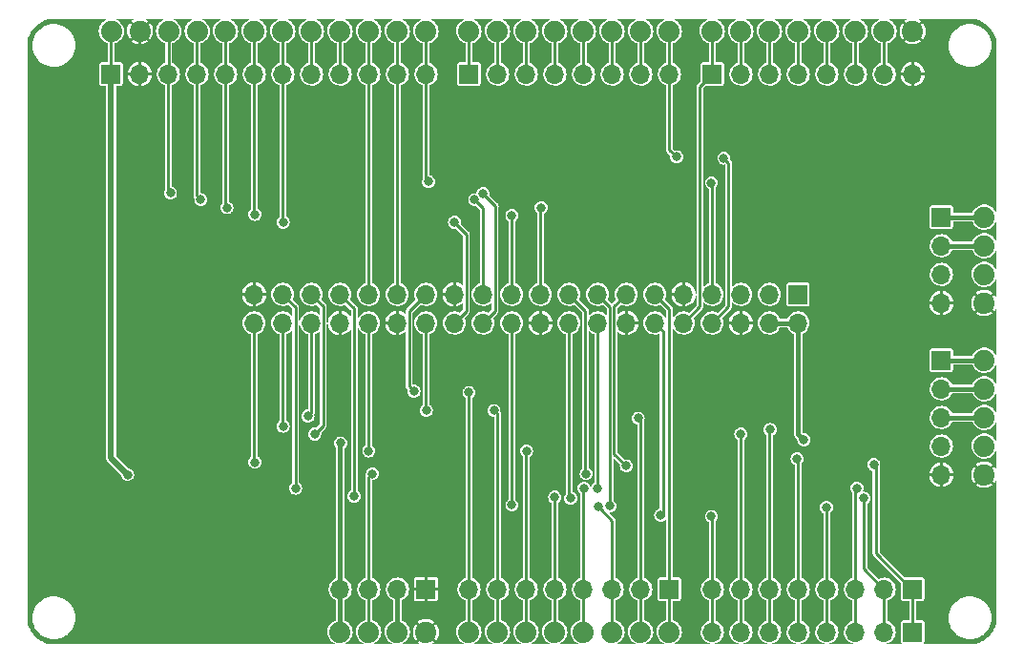
<source format=gtl>
G04 #@! TF.GenerationSoftware,KiCad,Pcbnew,(6.0.0)*
G04 #@! TF.CreationDate,2022-02-06T12:12:12-06:00*
G04 #@! TF.ProjectId,MicroMod_ATP_CarrierBoard,4d696372-6f4d-46f6-945f-4154505f4361,rev?*
G04 #@! TF.SameCoordinates,Original*
G04 #@! TF.FileFunction,Copper,L1,Top*
G04 #@! TF.FilePolarity,Positive*
%FSLAX46Y46*%
G04 Gerber Fmt 4.6, Leading zero omitted, Abs format (unit mm)*
G04 Created by KiCad (PCBNEW (6.0.0)) date 2022-02-06 12:12:12*
%MOMM*%
%LPD*%
G01*
G04 APERTURE LIST*
G04 #@! TA.AperFunction,ComponentPad*
%ADD10C,1.879600*%
G04 #@! TD*
G04 #@! TA.AperFunction,ComponentPad*
%ADD11R,1.700000X1.700000*%
G04 #@! TD*
G04 #@! TA.AperFunction,ComponentPad*
%ADD12O,1.700000X1.700000*%
G04 #@! TD*
G04 #@! TA.AperFunction,ViaPad*
%ADD13C,0.800000*%
G04 #@! TD*
G04 #@! TA.AperFunction,ViaPad*
%ADD14C,0.558800*%
G04 #@! TD*
G04 #@! TA.AperFunction,Conductor*
%ADD15C,0.400000*%
G04 #@! TD*
G04 #@! TA.AperFunction,Conductor*
%ADD16C,0.250000*%
G04 #@! TD*
G04 #@! TA.AperFunction,Conductor*
%ADD17C,0.508000*%
G04 #@! TD*
G04 APERTURE END LIST*
D10*
X166281100Y-78333600D03*
X168821100Y-78333600D03*
X171361100Y-78333600D03*
X173901100Y-78333600D03*
X176441100Y-78333600D03*
X178981100Y-78333600D03*
X181521100Y-78333600D03*
X184061100Y-78333600D03*
X144691100Y-78333600D03*
X147231100Y-78333600D03*
X149771100Y-78333600D03*
X152311100Y-78333600D03*
X154851100Y-78333600D03*
X157391100Y-78333600D03*
X159931100Y-78333600D03*
X162471100Y-78333600D03*
X112956100Y-78333600D03*
X115496100Y-78333600D03*
X118036100Y-78333600D03*
X120576100Y-78333600D03*
X190411100Y-94843600D03*
X190411100Y-97383600D03*
X190411100Y-99923600D03*
X190411100Y-102463600D03*
X162471100Y-131673600D03*
X159931100Y-131673600D03*
X157391100Y-131673600D03*
X154851100Y-131673600D03*
X152311100Y-131673600D03*
X149771100Y-131673600D03*
X147231100Y-131673600D03*
X144691100Y-131673600D03*
X140881100Y-78333600D03*
X138341100Y-78333600D03*
X135801100Y-78333600D03*
X133261100Y-78333600D03*
X130721100Y-78333600D03*
X128181100Y-78333600D03*
X125641100Y-78333600D03*
X123101100Y-78333600D03*
X133261100Y-131673600D03*
X135801100Y-131673600D03*
X138341100Y-131673600D03*
X140881100Y-131673600D03*
X190411100Y-107543600D03*
X190411100Y-110083600D03*
X190411100Y-112623600D03*
X190411100Y-115163600D03*
X190411100Y-117703600D03*
D11*
X173880000Y-101700000D03*
D12*
X173880000Y-104240000D03*
X171340000Y-101700000D03*
X171340000Y-104240000D03*
X168800000Y-101700000D03*
X168800000Y-104240000D03*
X166260000Y-101700000D03*
X166260000Y-104240000D03*
X163720000Y-101700000D03*
X163720000Y-104240000D03*
X161180000Y-101700000D03*
X161180000Y-104240000D03*
X158640000Y-101700000D03*
X158640000Y-104240000D03*
X156100000Y-101700000D03*
X156100000Y-104240000D03*
X153560000Y-101700000D03*
X153560000Y-104240000D03*
X151020000Y-101700000D03*
X151020000Y-104240000D03*
X148480000Y-101700000D03*
X148480000Y-104240000D03*
X145940000Y-101700000D03*
X145940000Y-104240000D03*
X143400000Y-101700000D03*
X143400000Y-104240000D03*
X140860000Y-101700000D03*
X140860000Y-104240000D03*
X138320000Y-101700000D03*
X138320000Y-104240000D03*
X135780000Y-101700000D03*
X135780000Y-104240000D03*
X133240000Y-101700000D03*
X133240000Y-104240000D03*
X130700000Y-101700000D03*
X130700000Y-104240000D03*
X128160000Y-101700000D03*
X128160000Y-104240000D03*
X125620000Y-101700000D03*
X125620000Y-104240000D03*
D11*
X166281100Y-82143600D03*
D12*
X168821100Y-82143600D03*
X171361100Y-82143600D03*
X173901100Y-82143600D03*
X176441100Y-82143600D03*
X178981100Y-82143600D03*
X181521100Y-82143600D03*
X184061100Y-82143600D03*
D11*
X144691100Y-82143600D03*
D12*
X147231100Y-82143600D03*
X149771100Y-82143600D03*
X152311100Y-82143600D03*
X154851100Y-82143600D03*
X157391100Y-82143600D03*
X159931100Y-82143600D03*
X162471100Y-82143600D03*
D11*
X112941100Y-82143600D03*
D12*
X115481100Y-82143600D03*
X118021100Y-82143600D03*
X120561100Y-82143600D03*
X123101100Y-82143600D03*
X125641100Y-82143600D03*
X128181100Y-82143600D03*
X130721100Y-82143600D03*
X133261100Y-82143600D03*
X135801100Y-82143600D03*
X138341100Y-82143600D03*
X140881100Y-82143600D03*
D11*
X140881100Y-127863600D03*
D12*
X138341100Y-127863600D03*
X135801100Y-127863600D03*
X133261100Y-127863600D03*
D11*
X186601100Y-94843600D03*
D12*
X186601100Y-97383600D03*
X186601100Y-99923600D03*
X186601100Y-102463600D03*
D11*
X186601100Y-107543600D03*
D12*
X186601100Y-110083600D03*
X186601100Y-112623600D03*
X186601100Y-115163600D03*
X186601100Y-117703600D03*
D11*
X162471100Y-127863600D03*
D12*
X159931100Y-127863600D03*
X157391100Y-127863600D03*
X154851100Y-127863600D03*
X152311100Y-127863600D03*
X149771100Y-127863600D03*
X147231100Y-127863600D03*
X144691100Y-127863600D03*
D11*
X184061100Y-131673600D03*
D12*
X181521100Y-131673600D03*
X178981100Y-131673600D03*
X176441100Y-131673600D03*
X173901100Y-131673600D03*
X171361100Y-131673600D03*
X168821100Y-131673600D03*
X166281100Y-131673600D03*
D11*
X184061100Y-127863600D03*
D12*
X181521100Y-127863600D03*
X178981100Y-127863600D03*
X176441100Y-127863600D03*
X173901100Y-127863600D03*
X171361100Y-127863600D03*
X168821100Y-127863600D03*
X166281100Y-127863600D03*
D13*
X109600000Y-118900000D03*
X126800000Y-126000000D03*
X132100000Y-89600000D03*
X188700000Y-87100000D03*
X175600000Y-90700000D03*
X151400000Y-108600000D03*
X143900000Y-108300000D03*
X158800000Y-97100000D03*
X166600000Y-109600000D03*
X177400000Y-109300000D03*
X116700000Y-125700000D03*
X115300000Y-108900000D03*
X116200000Y-98700000D03*
X136115600Y-117615600D03*
X135800000Y-115600000D03*
X149800000Y-115600000D03*
X152300000Y-119700000D03*
X134500000Y-119600000D03*
X146900000Y-112000000D03*
X140900000Y-112000000D03*
X139800000Y-110300000D03*
X144691100Y-110408900D03*
X130400000Y-112500000D03*
X159700000Y-112700000D03*
X156200000Y-120500000D03*
X148500000Y-120400000D03*
X154900000Y-118900000D03*
X129300000Y-118900000D03*
X131000000Y-114100000D03*
X168800000Y-114100000D03*
X128200000Y-113400000D03*
X171400000Y-113700000D03*
X125700000Y-116600000D03*
X173800000Y-116300000D03*
X143400000Y-95300000D03*
X128200000Y-95300000D03*
X148500000Y-94700000D03*
X125700000Y-94600000D03*
X151100000Y-94000000D03*
X123200000Y-94000000D03*
X145200000Y-93300000D03*
X120900000Y-93300000D03*
X145933257Y-92776245D03*
X118200000Y-92700000D03*
X163100000Y-89500000D03*
X167300000Y-89600000D03*
X141100000Y-91700000D03*
X166200000Y-91800000D03*
X174400000Y-114600000D03*
X133300000Y-114900000D03*
X166200000Y-121400000D03*
X161700000Y-121300000D03*
X176400000Y-120600000D03*
X157212778Y-120487222D03*
X158652180Y-116926100D03*
X180600000Y-116800000D03*
X179700000Y-119800000D03*
X153700000Y-119800000D03*
X156100000Y-118900000D03*
X179100000Y-118900000D03*
X155084400Y-117615600D03*
X114400000Y-117700000D03*
D14*
X181317900Y-112014000D03*
X181317900Y-107442000D03*
X188048900Y-124231400D03*
X185204100Y-91313000D03*
X146011900Y-86868000D03*
X183426100Y-103733600D03*
X183426100Y-106019600D03*
X185331100Y-124307600D03*
X142455900Y-86868000D03*
X182079900Y-89154000D03*
X181317900Y-103632000D03*
D15*
X190411100Y-97383600D02*
X186601100Y-97383600D01*
X186601100Y-94843600D02*
X190411100Y-94843600D01*
X190411100Y-107543600D02*
X186601100Y-107543600D01*
X186601100Y-110083600D02*
X190411100Y-110083600D01*
X190411100Y-112623600D02*
X186601100Y-112623600D01*
X138341100Y-131673600D02*
X138341100Y-127863600D01*
D16*
X135801100Y-117930100D02*
X136115600Y-117615600D01*
X135801100Y-127863600D02*
X135801100Y-117930100D01*
X135780000Y-115580000D02*
X135780000Y-104240000D01*
X135800000Y-115600000D02*
X135780000Y-115580000D01*
X149771100Y-115628900D02*
X149800000Y-115600000D01*
X149771100Y-127863600D02*
X149771100Y-115628900D01*
X152311100Y-119711100D02*
X152311100Y-127863600D01*
X152300000Y-119700000D02*
X152311100Y-119711100D01*
X133240000Y-101700000D02*
X134500000Y-102960000D01*
X134500000Y-102960000D02*
X134500000Y-119600000D01*
X147231100Y-112331100D02*
X147231100Y-127863600D01*
X140860000Y-111960000D02*
X140900000Y-112000000D01*
X146900000Y-112000000D02*
X147231100Y-112331100D01*
X140860000Y-104240000D02*
X140860000Y-111960000D01*
X139396111Y-103163889D02*
X140860000Y-101700000D01*
X139396111Y-109896111D02*
X139396111Y-103163889D01*
X139800000Y-110300000D02*
X139396111Y-109896111D01*
X144691100Y-127863600D02*
X144691100Y-110408900D01*
X144691100Y-131673600D02*
X144691100Y-127863600D01*
X147231100Y-131673600D02*
X147231100Y-127863600D01*
X149771100Y-131673600D02*
X149771100Y-127863600D01*
X152311100Y-131673600D02*
X152311100Y-127863600D01*
X130700000Y-112200000D02*
X130700000Y-104240000D01*
X130400000Y-112500000D02*
X130700000Y-112200000D01*
X159931100Y-112931100D02*
X159700000Y-112700000D01*
X159931100Y-127863600D02*
X159931100Y-112931100D01*
X159931100Y-131673600D02*
X159931100Y-127863600D01*
X148480000Y-120380000D02*
X148480000Y-104240000D01*
X148500000Y-120400000D02*
X148480000Y-120380000D01*
X156400000Y-120800000D02*
X156200000Y-120600000D01*
X157391100Y-121791100D02*
X156400000Y-120800000D01*
X156200000Y-120600000D02*
X156200000Y-120500000D01*
X157391100Y-127863600D02*
X157391100Y-121791100D01*
X157391100Y-131673600D02*
X157391100Y-127863600D01*
X154851100Y-131673600D02*
X154851100Y-127863600D01*
X154851100Y-118948900D02*
X154851100Y-127863600D01*
X154900000Y-118900000D02*
X154851100Y-118948900D01*
X129300000Y-102840000D02*
X129300000Y-118900000D01*
X128160000Y-101700000D02*
X129300000Y-102840000D01*
X131776111Y-102776111D02*
X130700000Y-101700000D01*
X131776111Y-113323889D02*
X131776111Y-102776111D01*
X131000000Y-114100000D02*
X131776111Y-113323889D01*
X168821100Y-114121100D02*
X168800000Y-114100000D01*
X168821100Y-127863600D02*
X168821100Y-114121100D01*
X168821100Y-131673600D02*
X168821100Y-127863600D01*
X173901100Y-131673600D02*
X173901100Y-127863600D01*
X171361100Y-131673600D02*
X171361100Y-127863600D01*
X171361100Y-113738900D02*
X171361100Y-127863600D01*
X171400000Y-113700000D02*
X171361100Y-113738900D01*
X128160000Y-113360000D02*
X128200000Y-113400000D01*
X128160000Y-104240000D02*
X128160000Y-113360000D01*
X125620000Y-116520000D02*
X125620000Y-104240000D01*
X157563889Y-102776111D02*
X157563889Y-115837809D01*
X157563889Y-115837809D02*
X158652180Y-116926100D01*
X158640000Y-101700000D02*
X157563889Y-102776111D01*
X173901100Y-127863600D02*
X173901100Y-116401100D01*
X125700000Y-116600000D02*
X125620000Y-116520000D01*
X173901100Y-116401100D02*
X173800000Y-116300000D01*
X181521100Y-82143600D02*
X181521100Y-78333600D01*
X178981100Y-82143600D02*
X178981100Y-78333600D01*
X176441100Y-82143600D02*
X176441100Y-78333600D01*
X173901100Y-82143600D02*
X173901100Y-78333600D01*
X171361100Y-82143600D02*
X171361100Y-78333600D01*
X168821100Y-82143600D02*
X168821100Y-78333600D01*
X166281100Y-82143600D02*
X166281100Y-78333600D01*
X159931100Y-82143600D02*
X159931100Y-78333600D01*
X157391100Y-82143600D02*
X157391100Y-78333600D01*
X154851100Y-82143600D02*
X154851100Y-78333600D01*
X152311100Y-82143600D02*
X152311100Y-78333600D01*
X149771100Y-82143600D02*
X149771100Y-78333600D01*
X147231100Y-82143600D02*
X147231100Y-78333600D01*
X144691100Y-82143600D02*
X144691100Y-78333600D01*
X144476111Y-103163889D02*
X143400000Y-104240000D01*
X144476111Y-96376111D02*
X144476111Y-103163889D01*
X143400000Y-95300000D02*
X144476111Y-96376111D01*
X128181100Y-95281100D02*
X128200000Y-95300000D01*
X128181100Y-82143600D02*
X128181100Y-95281100D01*
X148480000Y-94720000D02*
X148480000Y-101700000D01*
X148500000Y-94700000D02*
X148480000Y-94720000D01*
X125641100Y-82143600D02*
X125641100Y-94541100D01*
X125641100Y-94541100D02*
X125700000Y-94600000D01*
X151020000Y-101700000D02*
X151020000Y-94080000D01*
X151020000Y-94080000D02*
X151100000Y-94000000D01*
X123101100Y-82143600D02*
X123101100Y-93901100D01*
X123101100Y-93901100D02*
X123200000Y-94000000D01*
X145940000Y-94040000D02*
X145940000Y-101700000D01*
X145200000Y-93300000D02*
X145940000Y-94040000D01*
X147016111Y-103163889D02*
X147016111Y-93859099D01*
X147016111Y-93859099D02*
X145933257Y-92776245D01*
X120561100Y-92961100D02*
X120900000Y-93300000D01*
X120561100Y-82143600D02*
X120561100Y-92961100D01*
X145940000Y-104240000D02*
X147016111Y-103163889D01*
X118021100Y-92521100D02*
X118200000Y-92700000D01*
X118021100Y-82143600D02*
X118021100Y-92521100D01*
X115481100Y-78348600D02*
X115496100Y-78333600D01*
X115481100Y-82143600D02*
X115481100Y-78348600D01*
X118036100Y-82128600D02*
X118021100Y-82143600D01*
X118036100Y-78333600D02*
X118036100Y-82128600D01*
X120561100Y-78348600D02*
X120576100Y-78333600D01*
X120561100Y-82143600D02*
X120561100Y-78348600D01*
X123101100Y-78333600D02*
X123101100Y-82143600D01*
X125641100Y-82143600D02*
X125641100Y-78333600D01*
X128181100Y-78333600D02*
X128181100Y-82143600D01*
X130721100Y-82143600D02*
X130721100Y-78333600D01*
X133261100Y-78333600D02*
X133261100Y-82143600D01*
X138341100Y-101678900D02*
X138320000Y-101700000D01*
X138341100Y-82143600D02*
X138341100Y-101678900D01*
X138341100Y-78333600D02*
X138341100Y-82143600D01*
X135801100Y-78333600D02*
X135801100Y-82143600D01*
X135780000Y-82164700D02*
X135801100Y-82143600D01*
X135780000Y-101700000D02*
X135780000Y-82164700D01*
X162471100Y-78333600D02*
X162471100Y-82143600D01*
X162471100Y-88871100D02*
X163100000Y-89500000D01*
X162471100Y-82143600D02*
X162471100Y-88871100D01*
X167723889Y-90023889D02*
X167300000Y-89600000D01*
X166260000Y-104240000D02*
X167723889Y-102776111D01*
X167723889Y-102776111D02*
X167723889Y-90023889D01*
X140881100Y-78333600D02*
X140881100Y-82143600D01*
X140881100Y-91481100D02*
X140881100Y-82143600D01*
X141100000Y-91700000D02*
X140881100Y-91481100D01*
X166260000Y-91860000D02*
X166200000Y-91800000D01*
X166260000Y-101700000D02*
X166260000Y-91860000D01*
X165183889Y-83240811D02*
X166281100Y-82143600D01*
X163720000Y-104240000D02*
X165183889Y-102776111D01*
X165183889Y-102776111D02*
X165183889Y-83240811D01*
D15*
X171340000Y-104240000D02*
X173880000Y-104240000D01*
X173880000Y-104240000D02*
X173880000Y-114080000D01*
X173880000Y-114080000D02*
X174400000Y-114600000D01*
X133261100Y-114938900D02*
X133300000Y-114900000D01*
X133261100Y-127863600D02*
X133261100Y-114938900D01*
X133261100Y-131673600D02*
X133261100Y-127863600D01*
D16*
X166281100Y-131673600D02*
X166281100Y-127863600D01*
X166281100Y-127863600D02*
X166281100Y-121481100D01*
X166281100Y-121481100D02*
X166200000Y-121400000D01*
X161800000Y-121400000D02*
X161700000Y-121300000D01*
X161900000Y-104960000D02*
X161900000Y-121400000D01*
X161180000Y-104240000D02*
X161900000Y-104960000D01*
X161900000Y-121400000D02*
X161800000Y-121400000D01*
X162471100Y-127863600D02*
X162471100Y-131673600D01*
X162471100Y-102991100D02*
X162471100Y-127863600D01*
X161180000Y-101700000D02*
X162471100Y-102991100D01*
X176441100Y-127863600D02*
X176441100Y-131673600D01*
X176441100Y-120641100D02*
X176441100Y-127863600D01*
X176400000Y-120600000D02*
X176441100Y-120641100D01*
X157212778Y-102812778D02*
X157212778Y-120487222D01*
X156100000Y-101700000D02*
X157212778Y-102812778D01*
X180800000Y-117000000D02*
X180600000Y-116800000D01*
X180800000Y-124700000D02*
X180800000Y-117000000D01*
X184061100Y-127863600D02*
X183963600Y-127863600D01*
X183963600Y-127863600D02*
X180800000Y-124700000D01*
X184061100Y-127863600D02*
X184061100Y-131673600D01*
X153700000Y-119800000D02*
X153560000Y-119660000D01*
X153560000Y-119660000D02*
X153560000Y-104240000D01*
X181521100Y-127863600D02*
X179700000Y-126042500D01*
X179700000Y-126042500D02*
X179700000Y-119800000D01*
X181521100Y-131673600D02*
X181521100Y-127863600D01*
X178981100Y-127863600D02*
X178981100Y-131673600D01*
X178981100Y-119018900D02*
X178981100Y-127863600D01*
X179100000Y-118900000D02*
X178981100Y-119018900D01*
X156100000Y-104240000D02*
X156100000Y-118900000D01*
X153560000Y-101700000D02*
X155023889Y-103163889D01*
X155023889Y-103163889D02*
X155023889Y-117555089D01*
X155023889Y-117555089D02*
X155084400Y-117615600D01*
X135801100Y-127863600D02*
X135801100Y-131673600D01*
X112941100Y-78348600D02*
X112956100Y-78333600D01*
X112941100Y-82143600D02*
X112941100Y-78348600D01*
D17*
X114400000Y-117700000D02*
X112941100Y-116241100D01*
X112941100Y-116241100D02*
X112941100Y-82143600D01*
G04 #@! TA.AperFunction,Conductor*
G36*
X168342670Y-77254126D02*
G01*
X168355396Y-77284850D01*
X168342670Y-77315574D01*
X168334163Y-77322190D01*
X168161082Y-77425163D01*
X168159591Y-77426471D01*
X168159585Y-77426475D01*
X168063322Y-77510896D01*
X168006584Y-77560654D01*
X167929693Y-77658190D01*
X167881505Y-77719316D01*
X167879365Y-77722030D01*
X167783685Y-77903889D01*
X167722748Y-78100138D01*
X167698595Y-78304206D01*
X167712035Y-78509259D01*
X167762617Y-78708428D01*
X167771103Y-78726836D01*
X167847814Y-78893235D01*
X167847817Y-78893240D01*
X167848649Y-78895045D01*
X167967248Y-79062859D01*
X168114442Y-79206249D01*
X168285303Y-79320415D01*
X168287132Y-79321201D01*
X168287136Y-79321203D01*
X168400038Y-79369709D01*
X168474108Y-79401532D01*
X168476050Y-79401972D01*
X168476061Y-79401975D01*
X168483940Y-79403758D01*
X168511097Y-79422951D01*
X168517800Y-79446136D01*
X168517800Y-81128403D01*
X168505074Y-81159127D01*
X168486618Y-81170085D01*
X168485300Y-81170473D01*
X168434028Y-81185563D01*
X168255316Y-81278992D01*
X168253656Y-81280327D01*
X168253654Y-81280328D01*
X168246643Y-81285965D01*
X168098155Y-81405353D01*
X168096793Y-81406976D01*
X168096790Y-81406979D01*
X167969894Y-81558207D01*
X167968530Y-81559833D01*
X167871380Y-81736549D01*
X167810404Y-81928770D01*
X167810167Y-81930884D01*
X167810166Y-81930888D01*
X167788162Y-82127058D01*
X167787925Y-82129173D01*
X167789238Y-82144810D01*
X167803188Y-82310938D01*
X167804799Y-82330126D01*
X167805383Y-82332163D01*
X167805384Y-82332168D01*
X167817533Y-82374536D01*
X167860384Y-82523974D01*
X167952563Y-82703334D01*
X167953879Y-82704994D01*
X167953880Y-82704996D01*
X168076502Y-82859708D01*
X168076505Y-82859711D01*
X168077823Y-82861374D01*
X168079442Y-82862751D01*
X168079443Y-82862753D01*
X168115194Y-82893179D01*
X168231395Y-82992074D01*
X168233257Y-82993115D01*
X168233259Y-82993116D01*
X168358605Y-83063169D01*
X168407429Y-83090456D01*
X168599219Y-83152772D01*
X168601327Y-83153023D01*
X168601330Y-83153024D01*
X168797353Y-83176398D01*
X168797357Y-83176398D01*
X168799461Y-83176649D01*
X168899994Y-83168913D01*
X168998411Y-83161341D01*
X168998414Y-83161341D01*
X169000526Y-83161178D01*
X169095221Y-83134739D01*
X169192710Y-83107520D01*
X169192712Y-83107519D01*
X169194758Y-83106948D01*
X169374757Y-83016024D01*
X169533667Y-82891869D01*
X169665436Y-82739214D01*
X169765045Y-82563871D01*
X169765715Y-82561857D01*
X169828028Y-82374536D01*
X169828029Y-82374533D01*
X169828698Y-82372521D01*
X169835983Y-82314860D01*
X169853820Y-82173662D01*
X169853973Y-82172451D01*
X169854376Y-82143600D01*
X169834697Y-81942902D01*
X169830431Y-81928770D01*
X169810979Y-81864345D01*
X169776411Y-81749849D01*
X169681738Y-81571794D01*
X169554282Y-81415518D01*
X169398901Y-81286975D01*
X169397038Y-81285968D01*
X169397034Y-81285965D01*
X169223380Y-81192071D01*
X169223375Y-81192069D01*
X169221511Y-81191061D01*
X169155002Y-81170473D01*
X169129415Y-81149231D01*
X169124400Y-81128966D01*
X169124400Y-79442626D01*
X169137126Y-79411902D01*
X169153883Y-79401482D01*
X169164282Y-79397952D01*
X169277821Y-79359411D01*
X169382219Y-79300945D01*
X169455375Y-79259976D01*
X169455377Y-79259975D01*
X169457112Y-79259003D01*
X169615103Y-79127603D01*
X169668950Y-79062859D01*
X169745229Y-78971144D01*
X169745230Y-78971143D01*
X169746503Y-78969612D01*
X169846911Y-78790321D01*
X169912964Y-78595733D01*
X169942451Y-78392368D01*
X169943990Y-78333600D01*
X169943873Y-78332326D01*
X169925369Y-78130945D01*
X169925368Y-78130939D01*
X169925187Y-78128970D01*
X169869408Y-77931192D01*
X169778521Y-77746892D01*
X169655570Y-77582240D01*
X169633913Y-77562220D01*
X169506132Y-77444100D01*
X169506128Y-77444097D01*
X169504672Y-77442751D01*
X169502994Y-77441692D01*
X169502991Y-77441690D01*
X169332565Y-77334160D01*
X169332561Y-77334158D01*
X169330881Y-77333098D01*
X169311102Y-77325207D01*
X169287282Y-77302002D01*
X169286846Y-77268749D01*
X169310051Y-77244929D01*
X169327203Y-77241400D01*
X170851946Y-77241400D01*
X170882670Y-77254126D01*
X170895396Y-77284850D01*
X170882670Y-77315574D01*
X170874163Y-77322190D01*
X170701082Y-77425163D01*
X170699591Y-77426471D01*
X170699585Y-77426475D01*
X170603322Y-77510896D01*
X170546584Y-77560654D01*
X170469693Y-77658190D01*
X170421505Y-77719316D01*
X170419365Y-77722030D01*
X170323685Y-77903889D01*
X170262748Y-78100138D01*
X170238595Y-78304206D01*
X170252035Y-78509259D01*
X170302617Y-78708428D01*
X170311103Y-78726836D01*
X170387814Y-78893235D01*
X170387817Y-78893240D01*
X170388649Y-78895045D01*
X170507248Y-79062859D01*
X170654442Y-79206249D01*
X170825303Y-79320415D01*
X170827132Y-79321201D01*
X170827136Y-79321203D01*
X170940038Y-79369709D01*
X171014108Y-79401532D01*
X171016050Y-79401972D01*
X171016061Y-79401975D01*
X171023940Y-79403758D01*
X171051097Y-79422951D01*
X171057800Y-79446136D01*
X171057800Y-81128403D01*
X171045074Y-81159127D01*
X171026618Y-81170085D01*
X171025300Y-81170473D01*
X170974028Y-81185563D01*
X170795316Y-81278992D01*
X170793656Y-81280327D01*
X170793654Y-81280328D01*
X170786643Y-81285965D01*
X170638155Y-81405353D01*
X170636793Y-81406976D01*
X170636790Y-81406979D01*
X170509894Y-81558207D01*
X170508530Y-81559833D01*
X170411380Y-81736549D01*
X170350404Y-81928770D01*
X170350167Y-81930884D01*
X170350166Y-81930888D01*
X170328162Y-82127058D01*
X170327925Y-82129173D01*
X170329238Y-82144810D01*
X170343188Y-82310938D01*
X170344799Y-82330126D01*
X170345383Y-82332163D01*
X170345384Y-82332168D01*
X170357533Y-82374536D01*
X170400384Y-82523974D01*
X170492563Y-82703334D01*
X170493879Y-82704994D01*
X170493880Y-82704996D01*
X170616502Y-82859708D01*
X170616505Y-82859711D01*
X170617823Y-82861374D01*
X170619442Y-82862751D01*
X170619443Y-82862753D01*
X170655194Y-82893179D01*
X170771395Y-82992074D01*
X170773257Y-82993115D01*
X170773259Y-82993116D01*
X170898605Y-83063169D01*
X170947429Y-83090456D01*
X171139219Y-83152772D01*
X171141327Y-83153023D01*
X171141330Y-83153024D01*
X171337353Y-83176398D01*
X171337357Y-83176398D01*
X171339461Y-83176649D01*
X171439994Y-83168913D01*
X171538411Y-83161341D01*
X171538414Y-83161341D01*
X171540526Y-83161178D01*
X171635221Y-83134739D01*
X171732710Y-83107520D01*
X171732712Y-83107519D01*
X171734758Y-83106948D01*
X171914757Y-83016024D01*
X172073667Y-82891869D01*
X172205436Y-82739214D01*
X172305045Y-82563871D01*
X172305715Y-82561857D01*
X172368028Y-82374536D01*
X172368029Y-82374533D01*
X172368698Y-82372521D01*
X172375983Y-82314860D01*
X172393820Y-82173662D01*
X172393973Y-82172451D01*
X172394376Y-82143600D01*
X172374697Y-81942902D01*
X172370431Y-81928770D01*
X172350979Y-81864345D01*
X172316411Y-81749849D01*
X172221738Y-81571794D01*
X172094282Y-81415518D01*
X171938901Y-81286975D01*
X171937038Y-81285968D01*
X171937034Y-81285965D01*
X171763380Y-81192071D01*
X171763375Y-81192069D01*
X171761511Y-81191061D01*
X171695002Y-81170473D01*
X171669415Y-81149231D01*
X171664400Y-81128966D01*
X171664400Y-79442626D01*
X171677126Y-79411902D01*
X171693883Y-79401482D01*
X171704282Y-79397952D01*
X171817821Y-79359411D01*
X171922219Y-79300945D01*
X171995375Y-79259976D01*
X171995377Y-79259975D01*
X171997112Y-79259003D01*
X172155103Y-79127603D01*
X172208950Y-79062859D01*
X172285229Y-78971144D01*
X172285230Y-78971143D01*
X172286503Y-78969612D01*
X172386911Y-78790321D01*
X172452964Y-78595733D01*
X172482451Y-78392368D01*
X172483990Y-78333600D01*
X172483873Y-78332326D01*
X172465369Y-78130945D01*
X172465368Y-78130939D01*
X172465187Y-78128970D01*
X172409408Y-77931192D01*
X172318521Y-77746892D01*
X172195570Y-77582240D01*
X172173913Y-77562220D01*
X172046132Y-77444100D01*
X172046128Y-77444097D01*
X172044672Y-77442751D01*
X172042994Y-77441692D01*
X172042991Y-77441690D01*
X171872565Y-77334160D01*
X171872561Y-77334158D01*
X171870881Y-77333098D01*
X171851102Y-77325207D01*
X171827282Y-77302002D01*
X171826846Y-77268749D01*
X171850051Y-77244929D01*
X171867203Y-77241400D01*
X173391946Y-77241400D01*
X173422670Y-77254126D01*
X173435396Y-77284850D01*
X173422670Y-77315574D01*
X173414163Y-77322190D01*
X173241082Y-77425163D01*
X173239591Y-77426471D01*
X173239585Y-77426475D01*
X173143322Y-77510896D01*
X173086584Y-77560654D01*
X173009693Y-77658190D01*
X172961505Y-77719316D01*
X172959365Y-77722030D01*
X172863685Y-77903889D01*
X172802748Y-78100138D01*
X172778595Y-78304206D01*
X172792035Y-78509259D01*
X172842617Y-78708428D01*
X172851103Y-78726836D01*
X172927814Y-78893235D01*
X172927817Y-78893240D01*
X172928649Y-78895045D01*
X173047248Y-79062859D01*
X173194442Y-79206249D01*
X173365303Y-79320415D01*
X173367132Y-79321201D01*
X173367136Y-79321203D01*
X173480038Y-79369709D01*
X173554108Y-79401532D01*
X173556050Y-79401972D01*
X173556061Y-79401975D01*
X173563940Y-79403758D01*
X173591097Y-79422951D01*
X173597800Y-79446136D01*
X173597800Y-81128403D01*
X173585074Y-81159127D01*
X173566618Y-81170085D01*
X173565300Y-81170473D01*
X173514028Y-81185563D01*
X173335316Y-81278992D01*
X173333656Y-81280327D01*
X173333654Y-81280328D01*
X173326643Y-81285965D01*
X173178155Y-81405353D01*
X173176793Y-81406976D01*
X173176790Y-81406979D01*
X173049894Y-81558207D01*
X173048530Y-81559833D01*
X172951380Y-81736549D01*
X172890404Y-81928770D01*
X172890167Y-81930884D01*
X172890166Y-81930888D01*
X172868162Y-82127058D01*
X172867925Y-82129173D01*
X172869238Y-82144810D01*
X172883188Y-82310938D01*
X172884799Y-82330126D01*
X172885383Y-82332163D01*
X172885384Y-82332168D01*
X172897533Y-82374536D01*
X172940384Y-82523974D01*
X173032563Y-82703334D01*
X173033879Y-82704994D01*
X173033880Y-82704996D01*
X173156502Y-82859708D01*
X173156505Y-82859711D01*
X173157823Y-82861374D01*
X173159442Y-82862751D01*
X173159443Y-82862753D01*
X173195194Y-82893179D01*
X173311395Y-82992074D01*
X173313257Y-82993115D01*
X173313259Y-82993116D01*
X173438605Y-83063169D01*
X173487429Y-83090456D01*
X173679219Y-83152772D01*
X173681327Y-83153023D01*
X173681330Y-83153024D01*
X173877353Y-83176398D01*
X173877357Y-83176398D01*
X173879461Y-83176649D01*
X173979994Y-83168913D01*
X174078411Y-83161341D01*
X174078414Y-83161341D01*
X174080526Y-83161178D01*
X174175221Y-83134739D01*
X174272710Y-83107520D01*
X174272712Y-83107519D01*
X174274758Y-83106948D01*
X174454757Y-83016024D01*
X174613667Y-82891869D01*
X174745436Y-82739214D01*
X174845045Y-82563871D01*
X174845715Y-82561857D01*
X174908028Y-82374536D01*
X174908029Y-82374533D01*
X174908698Y-82372521D01*
X174915983Y-82314860D01*
X174933820Y-82173662D01*
X174933973Y-82172451D01*
X174934376Y-82143600D01*
X174914697Y-81942902D01*
X174910431Y-81928770D01*
X174890979Y-81864345D01*
X174856411Y-81749849D01*
X174761738Y-81571794D01*
X174634282Y-81415518D01*
X174478901Y-81286975D01*
X174477038Y-81285968D01*
X174477034Y-81285965D01*
X174303380Y-81192071D01*
X174303375Y-81192069D01*
X174301511Y-81191061D01*
X174235002Y-81170473D01*
X174209415Y-81149231D01*
X174204400Y-81128966D01*
X174204400Y-79442626D01*
X174217126Y-79411902D01*
X174233883Y-79401482D01*
X174244282Y-79397952D01*
X174357821Y-79359411D01*
X174462219Y-79300945D01*
X174535375Y-79259976D01*
X174535377Y-79259975D01*
X174537112Y-79259003D01*
X174695103Y-79127603D01*
X174748950Y-79062859D01*
X174825229Y-78971144D01*
X174825230Y-78971143D01*
X174826503Y-78969612D01*
X174926911Y-78790321D01*
X174992964Y-78595733D01*
X175022451Y-78392368D01*
X175023990Y-78333600D01*
X175023873Y-78332326D01*
X175005369Y-78130945D01*
X175005368Y-78130939D01*
X175005187Y-78128970D01*
X174949408Y-77931192D01*
X174858521Y-77746892D01*
X174735570Y-77582240D01*
X174713913Y-77562220D01*
X174586132Y-77444100D01*
X174586128Y-77444097D01*
X174584672Y-77442751D01*
X174582994Y-77441692D01*
X174582991Y-77441690D01*
X174412565Y-77334160D01*
X174412561Y-77334158D01*
X174410881Y-77333098D01*
X174391102Y-77325207D01*
X174367282Y-77302002D01*
X174366846Y-77268749D01*
X174390051Y-77244929D01*
X174407203Y-77241400D01*
X175931946Y-77241400D01*
X175962670Y-77254126D01*
X175975396Y-77284850D01*
X175962670Y-77315574D01*
X175954163Y-77322190D01*
X175781082Y-77425163D01*
X175779591Y-77426471D01*
X175779585Y-77426475D01*
X175683322Y-77510896D01*
X175626584Y-77560654D01*
X175549693Y-77658190D01*
X175501505Y-77719316D01*
X175499365Y-77722030D01*
X175403685Y-77903889D01*
X175342748Y-78100138D01*
X175318595Y-78304206D01*
X175332035Y-78509259D01*
X175382617Y-78708428D01*
X175391103Y-78726836D01*
X175467814Y-78893235D01*
X175467817Y-78893240D01*
X175468649Y-78895045D01*
X175587248Y-79062859D01*
X175734442Y-79206249D01*
X175905303Y-79320415D01*
X175907132Y-79321201D01*
X175907136Y-79321203D01*
X176020038Y-79369709D01*
X176094108Y-79401532D01*
X176096050Y-79401972D01*
X176096061Y-79401975D01*
X176103940Y-79403758D01*
X176131097Y-79422951D01*
X176137800Y-79446136D01*
X176137800Y-81128403D01*
X176125074Y-81159127D01*
X176106618Y-81170085D01*
X176105300Y-81170473D01*
X176054028Y-81185563D01*
X175875316Y-81278992D01*
X175873656Y-81280327D01*
X175873654Y-81280328D01*
X175866643Y-81285965D01*
X175718155Y-81405353D01*
X175716793Y-81406976D01*
X175716790Y-81406979D01*
X175589894Y-81558207D01*
X175588530Y-81559833D01*
X175491380Y-81736549D01*
X175430404Y-81928770D01*
X175430167Y-81930884D01*
X175430166Y-81930888D01*
X175408162Y-82127058D01*
X175407925Y-82129173D01*
X175409238Y-82144810D01*
X175423188Y-82310938D01*
X175424799Y-82330126D01*
X175425383Y-82332163D01*
X175425384Y-82332168D01*
X175437533Y-82374536D01*
X175480384Y-82523974D01*
X175572563Y-82703334D01*
X175573879Y-82704994D01*
X175573880Y-82704996D01*
X175696502Y-82859708D01*
X175696505Y-82859711D01*
X175697823Y-82861374D01*
X175699442Y-82862751D01*
X175699443Y-82862753D01*
X175735194Y-82893179D01*
X175851395Y-82992074D01*
X175853257Y-82993115D01*
X175853259Y-82993116D01*
X175978605Y-83063169D01*
X176027429Y-83090456D01*
X176219219Y-83152772D01*
X176221327Y-83153023D01*
X176221330Y-83153024D01*
X176417353Y-83176398D01*
X176417357Y-83176398D01*
X176419461Y-83176649D01*
X176519994Y-83168913D01*
X176618411Y-83161341D01*
X176618414Y-83161341D01*
X176620526Y-83161178D01*
X176715221Y-83134739D01*
X176812710Y-83107520D01*
X176812712Y-83107519D01*
X176814758Y-83106948D01*
X176994757Y-83016024D01*
X177153667Y-82891869D01*
X177285436Y-82739214D01*
X177385045Y-82563871D01*
X177385715Y-82561857D01*
X177448028Y-82374536D01*
X177448029Y-82374533D01*
X177448698Y-82372521D01*
X177455983Y-82314860D01*
X177473820Y-82173662D01*
X177473973Y-82172451D01*
X177474376Y-82143600D01*
X177454697Y-81942902D01*
X177450431Y-81928770D01*
X177430979Y-81864345D01*
X177396411Y-81749849D01*
X177301738Y-81571794D01*
X177174282Y-81415518D01*
X177018901Y-81286975D01*
X177017038Y-81285968D01*
X177017034Y-81285965D01*
X176843380Y-81192071D01*
X176843375Y-81192069D01*
X176841511Y-81191061D01*
X176775002Y-81170473D01*
X176749415Y-81149231D01*
X176744400Y-81128966D01*
X176744400Y-79442626D01*
X176757126Y-79411902D01*
X176773883Y-79401482D01*
X176784282Y-79397952D01*
X176897821Y-79359411D01*
X177002219Y-79300945D01*
X177075375Y-79259976D01*
X177075377Y-79259975D01*
X177077112Y-79259003D01*
X177235103Y-79127603D01*
X177288950Y-79062859D01*
X177365229Y-78971144D01*
X177365230Y-78971143D01*
X177366503Y-78969612D01*
X177466911Y-78790321D01*
X177532964Y-78595733D01*
X177562451Y-78392368D01*
X177563990Y-78333600D01*
X177563873Y-78332326D01*
X177545369Y-78130945D01*
X177545368Y-78130939D01*
X177545187Y-78128970D01*
X177489408Y-77931192D01*
X177398521Y-77746892D01*
X177275570Y-77582240D01*
X177253913Y-77562220D01*
X177126132Y-77444100D01*
X177126128Y-77444097D01*
X177124672Y-77442751D01*
X177122994Y-77441692D01*
X177122991Y-77441690D01*
X176952565Y-77334160D01*
X176952561Y-77334158D01*
X176950881Y-77333098D01*
X176931102Y-77325207D01*
X176907282Y-77302002D01*
X176906846Y-77268749D01*
X176930051Y-77244929D01*
X176947203Y-77241400D01*
X178471946Y-77241400D01*
X178502670Y-77254126D01*
X178515396Y-77284850D01*
X178502670Y-77315574D01*
X178494163Y-77322190D01*
X178321082Y-77425163D01*
X178319591Y-77426471D01*
X178319585Y-77426475D01*
X178223322Y-77510896D01*
X178166584Y-77560654D01*
X178089693Y-77658190D01*
X178041505Y-77719316D01*
X178039365Y-77722030D01*
X177943685Y-77903889D01*
X177882748Y-78100138D01*
X177858595Y-78304206D01*
X177872035Y-78509259D01*
X177922617Y-78708428D01*
X177931103Y-78726836D01*
X178007814Y-78893235D01*
X178007817Y-78893240D01*
X178008649Y-78895045D01*
X178127248Y-79062859D01*
X178274442Y-79206249D01*
X178445303Y-79320415D01*
X178447132Y-79321201D01*
X178447136Y-79321203D01*
X178560038Y-79369709D01*
X178634108Y-79401532D01*
X178636050Y-79401972D01*
X178636061Y-79401975D01*
X178643940Y-79403758D01*
X178671097Y-79422951D01*
X178677800Y-79446136D01*
X178677800Y-81128403D01*
X178665074Y-81159127D01*
X178646618Y-81170085D01*
X178645300Y-81170473D01*
X178594028Y-81185563D01*
X178415316Y-81278992D01*
X178413656Y-81280327D01*
X178413654Y-81280328D01*
X178406643Y-81285965D01*
X178258155Y-81405353D01*
X178256793Y-81406976D01*
X178256790Y-81406979D01*
X178129894Y-81558207D01*
X178128530Y-81559833D01*
X178031380Y-81736549D01*
X177970404Y-81928770D01*
X177970167Y-81930884D01*
X177970166Y-81930888D01*
X177948162Y-82127058D01*
X177947925Y-82129173D01*
X177949238Y-82144810D01*
X177963188Y-82310938D01*
X177964799Y-82330126D01*
X177965383Y-82332163D01*
X177965384Y-82332168D01*
X177977533Y-82374536D01*
X178020384Y-82523974D01*
X178112563Y-82703334D01*
X178113879Y-82704994D01*
X178113880Y-82704996D01*
X178236502Y-82859708D01*
X178236505Y-82859711D01*
X178237823Y-82861374D01*
X178239442Y-82862751D01*
X178239443Y-82862753D01*
X178275194Y-82893179D01*
X178391395Y-82992074D01*
X178393257Y-82993115D01*
X178393259Y-82993116D01*
X178518605Y-83063169D01*
X178567429Y-83090456D01*
X178759219Y-83152772D01*
X178761327Y-83153023D01*
X178761330Y-83153024D01*
X178957353Y-83176398D01*
X178957357Y-83176398D01*
X178959461Y-83176649D01*
X179059994Y-83168913D01*
X179158411Y-83161341D01*
X179158414Y-83161341D01*
X179160526Y-83161178D01*
X179255221Y-83134739D01*
X179352710Y-83107520D01*
X179352712Y-83107519D01*
X179354758Y-83106948D01*
X179534757Y-83016024D01*
X179693667Y-82891869D01*
X179825436Y-82739214D01*
X179925045Y-82563871D01*
X179925715Y-82561857D01*
X179988028Y-82374536D01*
X179988029Y-82374533D01*
X179988698Y-82372521D01*
X179995983Y-82314860D01*
X180013820Y-82173662D01*
X180013973Y-82172451D01*
X180014376Y-82143600D01*
X179994697Y-81942902D01*
X179990431Y-81928770D01*
X179970979Y-81864345D01*
X179936411Y-81749849D01*
X179841738Y-81571794D01*
X179714282Y-81415518D01*
X179558901Y-81286975D01*
X179557038Y-81285968D01*
X179557034Y-81285965D01*
X179383380Y-81192071D01*
X179383375Y-81192069D01*
X179381511Y-81191061D01*
X179315002Y-81170473D01*
X179289415Y-81149231D01*
X179284400Y-81128966D01*
X179284400Y-79442626D01*
X179297126Y-79411902D01*
X179313883Y-79401482D01*
X179324282Y-79397952D01*
X179437821Y-79359411D01*
X179542219Y-79300945D01*
X179615375Y-79259976D01*
X179615377Y-79259975D01*
X179617112Y-79259003D01*
X179775103Y-79127603D01*
X179828950Y-79062859D01*
X179905229Y-78971144D01*
X179905230Y-78971143D01*
X179906503Y-78969612D01*
X180006911Y-78790321D01*
X180072964Y-78595733D01*
X180102451Y-78392368D01*
X180103990Y-78333600D01*
X180103873Y-78332326D01*
X180085369Y-78130945D01*
X180085368Y-78130939D01*
X180085187Y-78128970D01*
X180029408Y-77931192D01*
X179938521Y-77746892D01*
X179815570Y-77582240D01*
X179793913Y-77562220D01*
X179666132Y-77444100D01*
X179666128Y-77444097D01*
X179664672Y-77442751D01*
X179662994Y-77441692D01*
X179662991Y-77441690D01*
X179492565Y-77334160D01*
X179492561Y-77334158D01*
X179490881Y-77333098D01*
X179471102Y-77325207D01*
X179447282Y-77302002D01*
X179446846Y-77268749D01*
X179470051Y-77244929D01*
X179487203Y-77241400D01*
X181011946Y-77241400D01*
X181042670Y-77254126D01*
X181055396Y-77284850D01*
X181042670Y-77315574D01*
X181034163Y-77322190D01*
X180861082Y-77425163D01*
X180859591Y-77426471D01*
X180859585Y-77426475D01*
X180763322Y-77510896D01*
X180706584Y-77560654D01*
X180629693Y-77658190D01*
X180581505Y-77719316D01*
X180579365Y-77722030D01*
X180483685Y-77903889D01*
X180422748Y-78100138D01*
X180398595Y-78304206D01*
X180412035Y-78509259D01*
X180462617Y-78708428D01*
X180471103Y-78726836D01*
X180547814Y-78893235D01*
X180547817Y-78893240D01*
X180548649Y-78895045D01*
X180667248Y-79062859D01*
X180814442Y-79206249D01*
X180985303Y-79320415D01*
X180987132Y-79321201D01*
X180987136Y-79321203D01*
X181100038Y-79369709D01*
X181174108Y-79401532D01*
X181176050Y-79401972D01*
X181176061Y-79401975D01*
X181183940Y-79403758D01*
X181211097Y-79422951D01*
X181217800Y-79446136D01*
X181217800Y-81128403D01*
X181205074Y-81159127D01*
X181186618Y-81170085D01*
X181185300Y-81170473D01*
X181134028Y-81185563D01*
X180955316Y-81278992D01*
X180953656Y-81280327D01*
X180953654Y-81280328D01*
X180946643Y-81285965D01*
X180798155Y-81405353D01*
X180796793Y-81406976D01*
X180796790Y-81406979D01*
X180669894Y-81558207D01*
X180668530Y-81559833D01*
X180571380Y-81736549D01*
X180510404Y-81928770D01*
X180510167Y-81930884D01*
X180510166Y-81930888D01*
X180488162Y-82127058D01*
X180487925Y-82129173D01*
X180489238Y-82144810D01*
X180503188Y-82310938D01*
X180504799Y-82330126D01*
X180505383Y-82332163D01*
X180505384Y-82332168D01*
X180517533Y-82374536D01*
X180560384Y-82523974D01*
X180652563Y-82703334D01*
X180653879Y-82704994D01*
X180653880Y-82704996D01*
X180776502Y-82859708D01*
X180776505Y-82859711D01*
X180777823Y-82861374D01*
X180779442Y-82862751D01*
X180779443Y-82862753D01*
X180815194Y-82893179D01*
X180931395Y-82992074D01*
X180933257Y-82993115D01*
X180933259Y-82993116D01*
X181058605Y-83063169D01*
X181107429Y-83090456D01*
X181299219Y-83152772D01*
X181301327Y-83153023D01*
X181301330Y-83153024D01*
X181497353Y-83176398D01*
X181497357Y-83176398D01*
X181499461Y-83176649D01*
X181599994Y-83168913D01*
X181698411Y-83161341D01*
X181698414Y-83161341D01*
X181700526Y-83161178D01*
X181795221Y-83134739D01*
X181892710Y-83107520D01*
X181892712Y-83107519D01*
X181894758Y-83106948D01*
X182074757Y-83016024D01*
X182233667Y-82891869D01*
X182365436Y-82739214D01*
X182465045Y-82563871D01*
X182465715Y-82561857D01*
X182528028Y-82374536D01*
X182528029Y-82374533D01*
X182528698Y-82372521D01*
X182535983Y-82314860D01*
X182542046Y-82266864D01*
X182988990Y-82266864D01*
X182991879Y-82310938D01*
X182992500Y-82314860D01*
X183040277Y-82502981D01*
X183041605Y-82506731D01*
X183122865Y-82682998D01*
X183124850Y-82686437D01*
X183236875Y-82844948D01*
X183239451Y-82847964D01*
X183378486Y-82983406D01*
X183381569Y-82985902D01*
X183542957Y-83093739D01*
X183546443Y-83095632D01*
X183724790Y-83172256D01*
X183728554Y-83173479D01*
X183917873Y-83216317D01*
X183921811Y-83216835D01*
X183938562Y-83217494D01*
X183944300Y-83215377D01*
X183947200Y-83208746D01*
X183947200Y-83207590D01*
X184175000Y-83207590D01*
X184177531Y-83213702D01*
X184181402Y-83215305D01*
X184311809Y-83196397D01*
X184315674Y-83195469D01*
X184499473Y-83133077D01*
X184503097Y-83131464D01*
X184672451Y-83036621D01*
X184675720Y-83034374D01*
X184824951Y-82910259D01*
X184827759Y-82907451D01*
X184951874Y-82758220D01*
X184954121Y-82754951D01*
X185048964Y-82585597D01*
X185050577Y-82581973D01*
X185112969Y-82398174D01*
X185113897Y-82394309D01*
X185132493Y-82266053D01*
X185130865Y-82259642D01*
X185127265Y-82257500D01*
X184183643Y-82257500D01*
X184177531Y-82260031D01*
X184175000Y-82266143D01*
X184175000Y-83207590D01*
X183947200Y-83207590D01*
X183947200Y-82266143D01*
X183944669Y-82260031D01*
X183938557Y-82257500D01*
X182997019Y-82257500D01*
X182991682Y-82259711D01*
X182988990Y-82266864D01*
X182542046Y-82266864D01*
X182553820Y-82173662D01*
X182553973Y-82172451D01*
X182554376Y-82143600D01*
X182542366Y-82021117D01*
X182990197Y-82021117D01*
X182991993Y-82027484D01*
X182995949Y-82029700D01*
X183938557Y-82029700D01*
X183944669Y-82027169D01*
X183947200Y-82021057D01*
X184175000Y-82021057D01*
X184177531Y-82027169D01*
X184183643Y-82029700D01*
X185124408Y-82029700D01*
X185130520Y-82027169D01*
X185132401Y-82022626D01*
X185125574Y-81948320D01*
X185124853Y-81944436D01*
X185072163Y-81757612D01*
X185070741Y-81753908D01*
X184984892Y-81579824D01*
X184982823Y-81576447D01*
X184866681Y-81420914D01*
X184864033Y-81417972D01*
X184721494Y-81286211D01*
X184718355Y-81283801D01*
X184554187Y-81180219D01*
X184550662Y-81178423D01*
X184370374Y-81106496D01*
X184366565Y-81105368D01*
X184183477Y-81068950D01*
X184176989Y-81070241D01*
X184175000Y-81073218D01*
X184175000Y-82021057D01*
X183947200Y-82021057D01*
X183947200Y-81078142D01*
X183944669Y-81072030D01*
X183941091Y-81070549D01*
X183782921Y-81097726D01*
X183779074Y-81098757D01*
X183596981Y-81165935D01*
X183593391Y-81167647D01*
X183426581Y-81266889D01*
X183423374Y-81269219D01*
X183277442Y-81397198D01*
X183274708Y-81400078D01*
X183154541Y-81552510D01*
X183152383Y-81555834D01*
X183062001Y-81727621D01*
X183060489Y-81731271D01*
X183002926Y-81916653D01*
X183002102Y-81920530D01*
X182990197Y-82021117D01*
X182542366Y-82021117D01*
X182534697Y-81942902D01*
X182530431Y-81928770D01*
X182510979Y-81864345D01*
X182476411Y-81749849D01*
X182381738Y-81571794D01*
X182254282Y-81415518D01*
X182098901Y-81286975D01*
X182097038Y-81285968D01*
X182097034Y-81285965D01*
X181923380Y-81192071D01*
X181923375Y-81192069D01*
X181921511Y-81191061D01*
X181855002Y-81170473D01*
X181829415Y-81149231D01*
X181824400Y-81128966D01*
X181824400Y-79646855D01*
X187235005Y-79646855D01*
X187235154Y-79648416D01*
X187235154Y-79648420D01*
X187253193Y-79837491D01*
X187261214Y-79921559D01*
X187326803Y-80189602D01*
X187327391Y-80191053D01*
X187327393Y-80191060D01*
X187398013Y-80365409D01*
X187430400Y-80445369D01*
X187569833Y-80683502D01*
X187742181Y-80899013D01*
X187943834Y-81087387D01*
X187945125Y-81088283D01*
X187945128Y-81088285D01*
X188039674Y-81153874D01*
X188170569Y-81244679D01*
X188417634Y-81367592D01*
X188419128Y-81368082D01*
X188419136Y-81368085D01*
X188678356Y-81453061D01*
X188678361Y-81453062D01*
X188679855Y-81453552D01*
X188951738Y-81500759D01*
X188963662Y-81501353D01*
X189038406Y-81505074D01*
X189038423Y-81505074D01*
X189038937Y-81505100D01*
X189211196Y-81505100D01*
X189211967Y-81505044D01*
X189211969Y-81505044D01*
X189274166Y-81500531D01*
X189416328Y-81490216D01*
X189685789Y-81430724D01*
X189711682Y-81420914D01*
X189942374Y-81333513D01*
X189942376Y-81333512D01*
X189943841Y-81332957D01*
X189945207Y-81332198D01*
X189945214Y-81332195D01*
X190183701Y-81199727D01*
X190183704Y-81199725D01*
X190185076Y-81198963D01*
X190196255Y-81190432D01*
X190353742Y-81070241D01*
X190404442Y-81031548D01*
X190597343Y-80834221D01*
X190759738Y-80611113D01*
X190888224Y-80366900D01*
X190980112Y-80106697D01*
X191016603Y-79921559D01*
X191033172Y-79837491D01*
X191033475Y-79835954D01*
X191042811Y-79648420D01*
X191047117Y-79561920D01*
X191047117Y-79561914D01*
X191047195Y-79560345D01*
X191041869Y-79504516D01*
X191021135Y-79287200D01*
X191021134Y-79287196D01*
X191020986Y-79285641D01*
X190968205Y-79069941D01*
X190955771Y-79019126D01*
X190955771Y-79019125D01*
X190955397Y-79017598D01*
X190954809Y-79016147D01*
X190954807Y-79016140D01*
X190854483Y-78768456D01*
X190851800Y-78761831D01*
X190712367Y-78523698D01*
X190540019Y-78308187D01*
X190338366Y-78119813D01*
X190312855Y-78102115D01*
X190112925Y-77963419D01*
X190111631Y-77962521D01*
X189864566Y-77839608D01*
X189863072Y-77839118D01*
X189863064Y-77839115D01*
X189603844Y-77754139D01*
X189603839Y-77754138D01*
X189602345Y-77753648D01*
X189330462Y-77706441D01*
X189318538Y-77705847D01*
X189243794Y-77702126D01*
X189243777Y-77702126D01*
X189243263Y-77702100D01*
X189071004Y-77702100D01*
X189070233Y-77702156D01*
X189070231Y-77702156D01*
X189021849Y-77705667D01*
X188865872Y-77716984D01*
X188596411Y-77776476D01*
X188594946Y-77777031D01*
X188339826Y-77873687D01*
X188339824Y-77873688D01*
X188338359Y-77874243D01*
X188336993Y-77875002D01*
X188336986Y-77875005D01*
X188098499Y-78007473D01*
X188097124Y-78008237D01*
X187877758Y-78175652D01*
X187684857Y-78372979D01*
X187522462Y-78596087D01*
X187393976Y-78840300D01*
X187302088Y-79100503D01*
X187301785Y-79102042D01*
X187301783Y-79102048D01*
X187265290Y-79287200D01*
X187248725Y-79371246D01*
X187248647Y-79372814D01*
X187235927Y-79628343D01*
X187235005Y-79646855D01*
X181824400Y-79646855D01*
X181824400Y-79442626D01*
X181837126Y-79411902D01*
X181853883Y-79401482D01*
X181864282Y-79397952D01*
X181977821Y-79359411D01*
X182082219Y-79300945D01*
X182155375Y-79259976D01*
X182155377Y-79259975D01*
X182157112Y-79259003D01*
X182181549Y-79238679D01*
X183320591Y-79238679D01*
X183323083Y-79244587D01*
X183324820Y-79245993D01*
X183499925Y-79362995D01*
X183503416Y-79364891D01*
X183696917Y-79448025D01*
X183700684Y-79449250D01*
X183906102Y-79495730D01*
X183910040Y-79496248D01*
X184120468Y-79504516D01*
X184124450Y-79504308D01*
X184332863Y-79474090D01*
X184336728Y-79473162D01*
X184536154Y-79405465D01*
X184539778Y-79403852D01*
X184723532Y-79300945D01*
X184726801Y-79298698D01*
X184795670Y-79241420D01*
X184798750Y-79235567D01*
X184797292Y-79230871D01*
X184067211Y-78500790D01*
X184061100Y-78498259D01*
X184054989Y-78500790D01*
X183323058Y-79232721D01*
X183320591Y-79238679D01*
X182181549Y-79238679D01*
X182315103Y-79127603D01*
X182368950Y-79062859D01*
X182445229Y-78971144D01*
X182445230Y-78971143D01*
X182446503Y-78969612D01*
X182546911Y-78790321D01*
X182612964Y-78595733D01*
X182642451Y-78392368D01*
X182643990Y-78333600D01*
X182643873Y-78332326D01*
X182641352Y-78304891D01*
X182889030Y-78304891D01*
X182902805Y-78515046D01*
X182903426Y-78518968D01*
X182955265Y-78723086D01*
X182956593Y-78726836D01*
X183044762Y-78918091D01*
X183046748Y-78921530D01*
X183151634Y-79069941D01*
X183157228Y-79073470D01*
X183161005Y-79072616D01*
X183893910Y-78339711D01*
X183896441Y-78333600D01*
X184225759Y-78333600D01*
X184228290Y-78339711D01*
X184957283Y-79068704D01*
X184963394Y-79071235D01*
X184967936Y-79069354D01*
X185026198Y-78999301D01*
X185028445Y-78996032D01*
X185131352Y-78812278D01*
X185132965Y-78808654D01*
X185200662Y-78609228D01*
X185201590Y-78605363D01*
X185231910Y-78396246D01*
X185232129Y-78393681D01*
X185233668Y-78334882D01*
X185233585Y-78332326D01*
X185214249Y-78121885D01*
X185213529Y-78118001D01*
X185156358Y-77915293D01*
X185154936Y-77911589D01*
X185061791Y-77722708D01*
X185059713Y-77719316D01*
X184969444Y-77598433D01*
X184963759Y-77595050D01*
X184959697Y-77596082D01*
X184228290Y-78327489D01*
X184225759Y-78333600D01*
X183896441Y-78333600D01*
X183893910Y-78327489D01*
X183164764Y-77598343D01*
X183158653Y-77595812D01*
X183154462Y-77597548D01*
X183078905Y-77693392D01*
X183076747Y-77696716D01*
X182978681Y-77883109D01*
X182977169Y-77886759D01*
X182914712Y-78087902D01*
X182913888Y-78091779D01*
X182889134Y-78300930D01*
X182889030Y-78304891D01*
X182641352Y-78304891D01*
X182625369Y-78130945D01*
X182625368Y-78130939D01*
X182625187Y-78128970D01*
X182569408Y-77931192D01*
X182478521Y-77746892D01*
X182355570Y-77582240D01*
X182333913Y-77562220D01*
X182206132Y-77444100D01*
X182206128Y-77444097D01*
X182204672Y-77442751D01*
X182202994Y-77441692D01*
X182202991Y-77441690D01*
X182032565Y-77334160D01*
X182032561Y-77334158D01*
X182030881Y-77333098D01*
X182011102Y-77325207D01*
X181987282Y-77302002D01*
X181986846Y-77268749D01*
X182010051Y-77244929D01*
X182027203Y-77241400D01*
X183455126Y-77241400D01*
X183485850Y-77254126D01*
X183498576Y-77284850D01*
X183485850Y-77315574D01*
X183477342Y-77322191D01*
X183373574Y-77383927D01*
X183370365Y-77386258D01*
X183325968Y-77425192D01*
X183323413Y-77430374D01*
X183326105Y-77437526D01*
X184054989Y-78166410D01*
X184061100Y-78168941D01*
X184067211Y-78166410D01*
X184797599Y-77436022D01*
X184799938Y-77430374D01*
X184797037Y-77423743D01*
X184776395Y-77404661D01*
X184773254Y-77402251D01*
X184645424Y-77321597D01*
X184626230Y-77294439D01*
X184631862Y-77261665D01*
X184659020Y-77242471D01*
X184668609Y-77241400D01*
X189115967Y-77241400D01*
X189125705Y-77242505D01*
X189140782Y-77245972D01*
X189150759Y-77243714D01*
X189162963Y-77242722D01*
X189316705Y-77252022D01*
X189423214Y-77258465D01*
X189428422Y-77259098D01*
X189703819Y-77309566D01*
X189708914Y-77310821D01*
X189976244Y-77394125D01*
X189981148Y-77395986D01*
X190236474Y-77510898D01*
X190241111Y-77513332D01*
X190377997Y-77596082D01*
X190480736Y-77658190D01*
X190485051Y-77661169D01*
X190592437Y-77745300D01*
X190705455Y-77833844D01*
X190709383Y-77837323D01*
X190907377Y-78035317D01*
X190910856Y-78039245D01*
X191016973Y-78174693D01*
X191083529Y-78259646D01*
X191086508Y-78263961D01*
X191182369Y-78422533D01*
X191231366Y-78503584D01*
X191233802Y-78508226D01*
X191323905Y-78708428D01*
X191348714Y-78763551D01*
X191350575Y-78768456D01*
X191433879Y-79035786D01*
X191435134Y-79040881D01*
X191485602Y-79316278D01*
X191486235Y-79321486D01*
X191491046Y-79401015D01*
X191500780Y-79561920D01*
X191501955Y-79581350D01*
X191500928Y-79593714D01*
X191499824Y-79598512D01*
X191499824Y-79598516D01*
X191498728Y-79603282D01*
X191499808Y-79608053D01*
X191502229Y-79618754D01*
X191503300Y-79628343D01*
X191503300Y-94343850D01*
X191490574Y-94374574D01*
X191459850Y-94387300D01*
X191429126Y-94374574D01*
X191420881Y-94363068D01*
X191395197Y-94310985D01*
X191368521Y-94256892D01*
X191245570Y-94092240D01*
X191244110Y-94090890D01*
X191096132Y-93954100D01*
X191096128Y-93954097D01*
X191094672Y-93952751D01*
X191092994Y-93951692D01*
X191092991Y-93951690D01*
X190922565Y-93844160D01*
X190922561Y-93844158D01*
X190920881Y-93843098D01*
X190903474Y-93836153D01*
X190749719Y-93774811D01*
X190730018Y-93766951D01*
X190528474Y-93726861D01*
X190436936Y-93725663D01*
X190324995Y-93724197D01*
X190324994Y-93724197D01*
X190322999Y-93724171D01*
X190321033Y-93724509D01*
X190321031Y-93724509D01*
X190122447Y-93758633D01*
X190122446Y-93758633D01*
X190120475Y-93758972D01*
X189927683Y-93830096D01*
X189751082Y-93935163D01*
X189749591Y-93936471D01*
X189749585Y-93936475D01*
X189669896Y-94006361D01*
X189596584Y-94070654D01*
X189469365Y-94232030D01*
X189373685Y-94413889D01*
X189373097Y-94415783D01*
X189367212Y-94434735D01*
X189345947Y-94460303D01*
X189325716Y-94465300D01*
X187672849Y-94465300D01*
X187642125Y-94452574D01*
X187629399Y-94421850D01*
X187629399Y-93976040D01*
X187628597Y-93972004D01*
X187619890Y-93928230D01*
X187619055Y-93924031D01*
X187579647Y-93865053D01*
X187520669Y-93825645D01*
X187516477Y-93824811D01*
X187516474Y-93824810D01*
X187470758Y-93815717D01*
X187470757Y-93815717D01*
X187468661Y-93815300D01*
X186601303Y-93815300D01*
X185733540Y-93815301D01*
X185731446Y-93815718D01*
X185731441Y-93815718D01*
X185698465Y-93822277D01*
X185681531Y-93825645D01*
X185622553Y-93865053D01*
X185583145Y-93924031D01*
X185582311Y-93928223D01*
X185582310Y-93928226D01*
X185573570Y-93972166D01*
X185572800Y-93976039D01*
X185572801Y-95711160D01*
X185573218Y-95713254D01*
X185573218Y-95713259D01*
X185573813Y-95716249D01*
X185583145Y-95763169D01*
X185622553Y-95822147D01*
X185681531Y-95861555D01*
X185685723Y-95862389D01*
X185685726Y-95862390D01*
X185731442Y-95871483D01*
X185731443Y-95871483D01*
X185733539Y-95871900D01*
X186600897Y-95871900D01*
X187468660Y-95871899D01*
X187470754Y-95871482D01*
X187470759Y-95871482D01*
X187506315Y-95864410D01*
X187520669Y-95861555D01*
X187579647Y-95822147D01*
X187619055Y-95763169D01*
X187619889Y-95758977D01*
X187619890Y-95758974D01*
X187628983Y-95713258D01*
X187628983Y-95713257D01*
X187629400Y-95711161D01*
X187629400Y-95265350D01*
X187642126Y-95234626D01*
X187672850Y-95221900D01*
X189326404Y-95221900D01*
X189357128Y-95234626D01*
X189365862Y-95247157D01*
X189438649Y-95405045D01*
X189439799Y-95406672D01*
X189439800Y-95406674D01*
X189472959Y-95453593D01*
X189557248Y-95572859D01*
X189704442Y-95716249D01*
X189875303Y-95830415D01*
X189877132Y-95831201D01*
X189877136Y-95831203D01*
X189971862Y-95871900D01*
X190064108Y-95911532D01*
X190066041Y-95911969D01*
X190066046Y-95911971D01*
X190262596Y-95956446D01*
X190262599Y-95956446D01*
X190264533Y-95956884D01*
X190266515Y-95956962D01*
X190266516Y-95956962D01*
X190439706Y-95963766D01*
X190462589Y-95964665D01*
X190467883Y-95964873D01*
X190469868Y-95964951D01*
X190673233Y-95935464D01*
X190760788Y-95905743D01*
X190865930Y-95870053D01*
X190865931Y-95870053D01*
X190867821Y-95869411D01*
X191047112Y-95769003D01*
X191059176Y-95758970D01*
X191203570Y-95638878D01*
X191205103Y-95637603D01*
X191258950Y-95572859D01*
X191335229Y-95481144D01*
X191335230Y-95481143D01*
X191336503Y-95479612D01*
X191337476Y-95477875D01*
X191421940Y-95327054D01*
X191448056Y-95306466D01*
X191481081Y-95310375D01*
X191501669Y-95336491D01*
X191503300Y-95348285D01*
X191503300Y-96883850D01*
X191490574Y-96914574D01*
X191459850Y-96927300D01*
X191429126Y-96914574D01*
X191420881Y-96903068D01*
X191376797Y-96813673D01*
X191368521Y-96796892D01*
X191245570Y-96632240D01*
X191223913Y-96612220D01*
X191096132Y-96494100D01*
X191096128Y-96494097D01*
X191094672Y-96492751D01*
X191092994Y-96491692D01*
X191092991Y-96491690D01*
X190922565Y-96384160D01*
X190922561Y-96384158D01*
X190920881Y-96383098D01*
X190888292Y-96370096D01*
X190743385Y-96312284D01*
X190730018Y-96306951D01*
X190528474Y-96266861D01*
X190436936Y-96265663D01*
X190324995Y-96264197D01*
X190324994Y-96264197D01*
X190322999Y-96264171D01*
X190321033Y-96264509D01*
X190321031Y-96264509D01*
X190122447Y-96298633D01*
X190122446Y-96298633D01*
X190120475Y-96298972D01*
X189927683Y-96370096D01*
X189751082Y-96475163D01*
X189749591Y-96476471D01*
X189749585Y-96476475D01*
X189652268Y-96561821D01*
X189596584Y-96610654D01*
X189469365Y-96772030D01*
X189373685Y-96953889D01*
X189373097Y-96955783D01*
X189367212Y-96974735D01*
X189345947Y-97000303D01*
X189325716Y-97005300D01*
X187590733Y-97005300D01*
X187560009Y-96992574D01*
X187552369Y-96982248D01*
X187548375Y-96974735D01*
X187461738Y-96811794D01*
X187334282Y-96655518D01*
X187178901Y-96526975D01*
X187177038Y-96525968D01*
X187177034Y-96525965D01*
X187003380Y-96432071D01*
X187003375Y-96432069D01*
X187001511Y-96431061D01*
X186808869Y-96371428D01*
X186687187Y-96358639D01*
X186610428Y-96350571D01*
X186610426Y-96350571D01*
X186608314Y-96350349D01*
X186407483Y-96368626D01*
X186405451Y-96369224D01*
X186405446Y-96369225D01*
X186249326Y-96415174D01*
X186214028Y-96425563D01*
X186035316Y-96518992D01*
X185878155Y-96645353D01*
X185876793Y-96646976D01*
X185876790Y-96646979D01*
X185749894Y-96798207D01*
X185748530Y-96799833D01*
X185651380Y-96976549D01*
X185590404Y-97168770D01*
X185567925Y-97369173D01*
X185584799Y-97570126D01*
X185585383Y-97572163D01*
X185585384Y-97572168D01*
X185606479Y-97645733D01*
X185640384Y-97763974D01*
X185732563Y-97943334D01*
X185733879Y-97944994D01*
X185733880Y-97944996D01*
X185856502Y-98099708D01*
X185856505Y-98099711D01*
X185857823Y-98101374D01*
X185859442Y-98102751D01*
X185859443Y-98102753D01*
X185895194Y-98133179D01*
X186011395Y-98232074D01*
X186013257Y-98233115D01*
X186013259Y-98233116D01*
X186054651Y-98256249D01*
X186187429Y-98330456D01*
X186379219Y-98392772D01*
X186381327Y-98393023D01*
X186381330Y-98393024D01*
X186577353Y-98416398D01*
X186577357Y-98416398D01*
X186579461Y-98416649D01*
X186686186Y-98408437D01*
X186778411Y-98401341D01*
X186778414Y-98401341D01*
X186780526Y-98401178D01*
X186812986Y-98392115D01*
X186972710Y-98347520D01*
X186972712Y-98347519D01*
X186974758Y-98346948D01*
X187154757Y-98256024D01*
X187313667Y-98131869D01*
X187445436Y-97979214D01*
X187520848Y-97846466D01*
X187543997Y-97805716D01*
X187543997Y-97805715D01*
X187545045Y-97803871D01*
X187549115Y-97791636D01*
X187570888Y-97766500D01*
X187590344Y-97761900D01*
X189326404Y-97761900D01*
X189357128Y-97774626D01*
X189365862Y-97787157D01*
X189438649Y-97945045D01*
X189557248Y-98112859D01*
X189704442Y-98256249D01*
X189875303Y-98370415D01*
X189877132Y-98371201D01*
X189877136Y-98371203D01*
X190007957Y-98427407D01*
X190064108Y-98451532D01*
X190066041Y-98451969D01*
X190066046Y-98451971D01*
X190262596Y-98496446D01*
X190262599Y-98496446D01*
X190264533Y-98496884D01*
X190266515Y-98496962D01*
X190266516Y-98496962D01*
X190439706Y-98503766D01*
X190462589Y-98504665D01*
X190467883Y-98504873D01*
X190469868Y-98504951D01*
X190673233Y-98475464D01*
X190760788Y-98445743D01*
X190865930Y-98410053D01*
X190865931Y-98410053D01*
X190867821Y-98409411D01*
X190978335Y-98347520D01*
X191045375Y-98309976D01*
X191045377Y-98309975D01*
X191047112Y-98309003D01*
X191205103Y-98177603D01*
X191258950Y-98112859D01*
X191335229Y-98021144D01*
X191335230Y-98021143D01*
X191336503Y-98019612D01*
X191360160Y-97977369D01*
X191421940Y-97867054D01*
X191448056Y-97846466D01*
X191481081Y-97850375D01*
X191501669Y-97876491D01*
X191503300Y-97888285D01*
X191503300Y-99423850D01*
X191490574Y-99454574D01*
X191459850Y-99467300D01*
X191429126Y-99454574D01*
X191420881Y-99443068D01*
X191376797Y-99353673D01*
X191368521Y-99336892D01*
X191245570Y-99172240D01*
X191223913Y-99152220D01*
X191096132Y-99034100D01*
X191096128Y-99034097D01*
X191094672Y-99032751D01*
X191092994Y-99031692D01*
X191092991Y-99031690D01*
X190922565Y-98924160D01*
X190922561Y-98924158D01*
X190920881Y-98923098D01*
X190888292Y-98910096D01*
X190731865Y-98847688D01*
X190731866Y-98847688D01*
X190730018Y-98846951D01*
X190528474Y-98806861D01*
X190436936Y-98805663D01*
X190324995Y-98804197D01*
X190324994Y-98804197D01*
X190322999Y-98804171D01*
X190321033Y-98804509D01*
X190321031Y-98804509D01*
X190122447Y-98838633D01*
X190122446Y-98838633D01*
X190120475Y-98838972D01*
X189927683Y-98910096D01*
X189751082Y-99015163D01*
X189749591Y-99016471D01*
X189749585Y-99016475D01*
X189652268Y-99101821D01*
X189596584Y-99150654D01*
X189469365Y-99312030D01*
X189373685Y-99493889D01*
X189312748Y-99690138D01*
X189288595Y-99894206D01*
X189302035Y-100099259D01*
X189352617Y-100298428D01*
X189353453Y-100300241D01*
X189437814Y-100483235D01*
X189437817Y-100483240D01*
X189438649Y-100485045D01*
X189557248Y-100652859D01*
X189630325Y-100724047D01*
X189655398Y-100748472D01*
X189704442Y-100796249D01*
X189875303Y-100910415D01*
X189877132Y-100911201D01*
X189877136Y-100911203D01*
X189991697Y-100960422D01*
X190064108Y-100991532D01*
X190066041Y-100991969D01*
X190066046Y-100991971D01*
X190262596Y-101036446D01*
X190262599Y-101036446D01*
X190264533Y-101036884D01*
X190266515Y-101036962D01*
X190266516Y-101036962D01*
X190439706Y-101043766D01*
X190462589Y-101044665D01*
X190467883Y-101044873D01*
X190469868Y-101044951D01*
X190673233Y-101015464D01*
X190785621Y-100977314D01*
X190865930Y-100950053D01*
X190865931Y-100950053D01*
X190867821Y-100949411D01*
X190978335Y-100887520D01*
X191045375Y-100849976D01*
X191045377Y-100849975D01*
X191047112Y-100849003D01*
X191063478Y-100835392D01*
X191203570Y-100718878D01*
X191205103Y-100717603D01*
X191258950Y-100652859D01*
X191335229Y-100561144D01*
X191335230Y-100561143D01*
X191336503Y-100559612D01*
X191360160Y-100517369D01*
X191421940Y-100407054D01*
X191448056Y-100386466D01*
X191481081Y-100390375D01*
X191501669Y-100416491D01*
X191503300Y-100428285D01*
X191503300Y-101851923D01*
X191490574Y-101882647D01*
X191459850Y-101895373D01*
X191429126Y-101882647D01*
X191420881Y-101871141D01*
X191411789Y-101852704D01*
X191409713Y-101849316D01*
X191319444Y-101728433D01*
X191313759Y-101725050D01*
X191309697Y-101726082D01*
X190578290Y-102457489D01*
X190575759Y-102463600D01*
X190578290Y-102469711D01*
X191307283Y-103198704D01*
X191313394Y-103201235D01*
X191317936Y-103199354D01*
X191376198Y-103129301D01*
X191378448Y-103126027D01*
X191421940Y-103048366D01*
X191448056Y-103027777D01*
X191481080Y-103031686D01*
X191501669Y-103057802D01*
X191503300Y-103069596D01*
X191503300Y-107043850D01*
X191490574Y-107074574D01*
X191459850Y-107087300D01*
X191429126Y-107074574D01*
X191420881Y-107063068D01*
X191369399Y-106958673D01*
X191368521Y-106956892D01*
X191245570Y-106792240D01*
X191223913Y-106772220D01*
X191096132Y-106654100D01*
X191096128Y-106654097D01*
X191094672Y-106652751D01*
X191092994Y-106651692D01*
X191092991Y-106651690D01*
X190922565Y-106544160D01*
X190922561Y-106544158D01*
X190920881Y-106543098D01*
X190888292Y-106530096D01*
X190731865Y-106467688D01*
X190731866Y-106467688D01*
X190730018Y-106466951D01*
X190528474Y-106426861D01*
X190436936Y-106425663D01*
X190324995Y-106424197D01*
X190324994Y-106424197D01*
X190322999Y-106424171D01*
X190321033Y-106424509D01*
X190321031Y-106424509D01*
X190122447Y-106458633D01*
X190122446Y-106458633D01*
X190120475Y-106458972D01*
X189927683Y-106530096D01*
X189751082Y-106635163D01*
X189749591Y-106636471D01*
X189749585Y-106636475D01*
X189652268Y-106721821D01*
X189596584Y-106770654D01*
X189469365Y-106932030D01*
X189373685Y-107113889D01*
X189373097Y-107115783D01*
X189367212Y-107134735D01*
X189345947Y-107160303D01*
X189325716Y-107165300D01*
X187672849Y-107165300D01*
X187642125Y-107152574D01*
X187629399Y-107121850D01*
X187629399Y-106676040D01*
X187625036Y-106654100D01*
X187619890Y-106628230D01*
X187619055Y-106624031D01*
X187579647Y-106565053D01*
X187520669Y-106525645D01*
X187516477Y-106524811D01*
X187516474Y-106524810D01*
X187470758Y-106515717D01*
X187470757Y-106515717D01*
X187468661Y-106515300D01*
X186601303Y-106515300D01*
X185733540Y-106515301D01*
X185731446Y-106515718D01*
X185731441Y-106515718D01*
X185695885Y-106522790D01*
X185681531Y-106525645D01*
X185622553Y-106565053D01*
X185583145Y-106624031D01*
X185582311Y-106628223D01*
X185582310Y-106628226D01*
X185577643Y-106651690D01*
X185572800Y-106676039D01*
X185572801Y-108411160D01*
X185573218Y-108413254D01*
X185573218Y-108413259D01*
X185573813Y-108416249D01*
X185583145Y-108463169D01*
X185622553Y-108522147D01*
X185681531Y-108561555D01*
X185685723Y-108562389D01*
X185685726Y-108562390D01*
X185731442Y-108571483D01*
X185731443Y-108571483D01*
X185733539Y-108571900D01*
X186600897Y-108571900D01*
X187468660Y-108571899D01*
X187470754Y-108571482D01*
X187470759Y-108571482D01*
X187506315Y-108564410D01*
X187520669Y-108561555D01*
X187579647Y-108522147D01*
X187619055Y-108463169D01*
X187619889Y-108458977D01*
X187619890Y-108458974D01*
X187628983Y-108413258D01*
X187628983Y-108413257D01*
X187629400Y-108411161D01*
X187629400Y-107965350D01*
X187642126Y-107934626D01*
X187672850Y-107921900D01*
X189326404Y-107921900D01*
X189357128Y-107934626D01*
X189365862Y-107947157D01*
X189438649Y-108105045D01*
X189557248Y-108272859D01*
X189704442Y-108416249D01*
X189875303Y-108530415D01*
X189877132Y-108531201D01*
X189877136Y-108531203D01*
X189971862Y-108571900D01*
X190064108Y-108611532D01*
X190066041Y-108611969D01*
X190066046Y-108611971D01*
X190262596Y-108656446D01*
X190262599Y-108656446D01*
X190264533Y-108656884D01*
X190266515Y-108656962D01*
X190266516Y-108656962D01*
X190439706Y-108663766D01*
X190462589Y-108664665D01*
X190467883Y-108664873D01*
X190469868Y-108664951D01*
X190673233Y-108635464D01*
X190867821Y-108569411D01*
X191047112Y-108469003D01*
X191059176Y-108458970D01*
X191203570Y-108338878D01*
X191205103Y-108337603D01*
X191258950Y-108272859D01*
X191335229Y-108181144D01*
X191335230Y-108181143D01*
X191336503Y-108179612D01*
X191337476Y-108177875D01*
X191421940Y-108027054D01*
X191448056Y-108006466D01*
X191481081Y-108010375D01*
X191501669Y-108036491D01*
X191503300Y-108048285D01*
X191503300Y-109583850D01*
X191490574Y-109614574D01*
X191459850Y-109627300D01*
X191429126Y-109614574D01*
X191420881Y-109603068D01*
X191376797Y-109513673D01*
X191368521Y-109496892D01*
X191245570Y-109332240D01*
X191223913Y-109312220D01*
X191096132Y-109194100D01*
X191096128Y-109194097D01*
X191094672Y-109192751D01*
X191092994Y-109191692D01*
X191092991Y-109191690D01*
X190922565Y-109084160D01*
X190922561Y-109084158D01*
X190920881Y-109083098D01*
X190888292Y-109070096D01*
X190731865Y-109007688D01*
X190731866Y-109007688D01*
X190730018Y-109006951D01*
X190528474Y-108966861D01*
X190436936Y-108965663D01*
X190324995Y-108964197D01*
X190324994Y-108964197D01*
X190322999Y-108964171D01*
X190321033Y-108964509D01*
X190321031Y-108964509D01*
X190122447Y-108998633D01*
X190122446Y-108998633D01*
X190120475Y-108998972D01*
X189927683Y-109070096D01*
X189751082Y-109175163D01*
X189749591Y-109176471D01*
X189749585Y-109176475D01*
X189652268Y-109261821D01*
X189596584Y-109310654D01*
X189469365Y-109472030D01*
X189373685Y-109653889D01*
X189373097Y-109655783D01*
X189367212Y-109674735D01*
X189345947Y-109700303D01*
X189325716Y-109705300D01*
X187590733Y-109705300D01*
X187560009Y-109692574D01*
X187552369Y-109682248D01*
X187548375Y-109674735D01*
X187461738Y-109511794D01*
X187334282Y-109355518D01*
X187178901Y-109226975D01*
X187177038Y-109225968D01*
X187177034Y-109225965D01*
X187003380Y-109132071D01*
X187003375Y-109132069D01*
X187001511Y-109131061D01*
X186808869Y-109071428D01*
X186687187Y-109058639D01*
X186610428Y-109050571D01*
X186610426Y-109050571D01*
X186608314Y-109050349D01*
X186407483Y-109068626D01*
X186405451Y-109069224D01*
X186405446Y-109069225D01*
X186249326Y-109115174D01*
X186214028Y-109125563D01*
X186035316Y-109218992D01*
X185878155Y-109345353D01*
X185876793Y-109346976D01*
X185876790Y-109346979D01*
X185749894Y-109498207D01*
X185748530Y-109499833D01*
X185651380Y-109676549D01*
X185590404Y-109868770D01*
X185590167Y-109870884D01*
X185590166Y-109870888D01*
X185574452Y-110010985D01*
X185567925Y-110069173D01*
X185568103Y-110071291D01*
X185583555Y-110255307D01*
X185584799Y-110270126D01*
X185585383Y-110272163D01*
X185585384Y-110272168D01*
X185606479Y-110345733D01*
X185640384Y-110463974D01*
X185732563Y-110643334D01*
X185733879Y-110644994D01*
X185733880Y-110644996D01*
X185856502Y-110799708D01*
X185856505Y-110799711D01*
X185857823Y-110801374D01*
X185859442Y-110802751D01*
X185859443Y-110802753D01*
X185895194Y-110833179D01*
X186011395Y-110932074D01*
X186013257Y-110933115D01*
X186013259Y-110933116D01*
X186054651Y-110956249D01*
X186187429Y-111030456D01*
X186379219Y-111092772D01*
X186381327Y-111093023D01*
X186381330Y-111093024D01*
X186577353Y-111116398D01*
X186577357Y-111116398D01*
X186579461Y-111116649D01*
X186686186Y-111108437D01*
X186778411Y-111101341D01*
X186778414Y-111101341D01*
X186780526Y-111101178D01*
X186812986Y-111092115D01*
X186972710Y-111047520D01*
X186972712Y-111047519D01*
X186974758Y-111046948D01*
X187154757Y-110956024D01*
X187313667Y-110831869D01*
X187445436Y-110679214D01*
X187520848Y-110546466D01*
X187543997Y-110505716D01*
X187543997Y-110505715D01*
X187545045Y-110503871D01*
X187549115Y-110491636D01*
X187570888Y-110466500D01*
X187590344Y-110461900D01*
X189326404Y-110461900D01*
X189357128Y-110474626D01*
X189365862Y-110487157D01*
X189438649Y-110645045D01*
X189557248Y-110812859D01*
X189576762Y-110831869D01*
X189673933Y-110926528D01*
X189704442Y-110956249D01*
X189875303Y-111070415D01*
X189877132Y-111071201D01*
X189877136Y-111071203D01*
X190007957Y-111127407D01*
X190064108Y-111151532D01*
X190066041Y-111151969D01*
X190066046Y-111151971D01*
X190262596Y-111196446D01*
X190262599Y-111196446D01*
X190264533Y-111196884D01*
X190266515Y-111196962D01*
X190266516Y-111196962D01*
X190439706Y-111203766D01*
X190462589Y-111204665D01*
X190467883Y-111204873D01*
X190469868Y-111204951D01*
X190673233Y-111175464D01*
X190760788Y-111145743D01*
X190865930Y-111110053D01*
X190865931Y-111110053D01*
X190867821Y-111109411D01*
X190978335Y-111047520D01*
X191045375Y-111009976D01*
X191045377Y-111009975D01*
X191047112Y-111009003D01*
X191205103Y-110877603D01*
X191258950Y-110812859D01*
X191335229Y-110721144D01*
X191335230Y-110721143D01*
X191336503Y-110719612D01*
X191337476Y-110717875D01*
X191421940Y-110567054D01*
X191448056Y-110546466D01*
X191481081Y-110550375D01*
X191501669Y-110576491D01*
X191503300Y-110588285D01*
X191503300Y-112123850D01*
X191490574Y-112154574D01*
X191459850Y-112167300D01*
X191429126Y-112154574D01*
X191420881Y-112143068D01*
X191420281Y-112141850D01*
X191368521Y-112036892D01*
X191245570Y-111872240D01*
X191223517Y-111851854D01*
X191096132Y-111734100D01*
X191096128Y-111734097D01*
X191094672Y-111732751D01*
X191092994Y-111731692D01*
X191092991Y-111731690D01*
X190922565Y-111624160D01*
X190922561Y-111624158D01*
X190920881Y-111623098D01*
X190888292Y-111610096D01*
X190731865Y-111547688D01*
X190731866Y-111547688D01*
X190730018Y-111546951D01*
X190528474Y-111506861D01*
X190436936Y-111505663D01*
X190324995Y-111504197D01*
X190324994Y-111504197D01*
X190322999Y-111504171D01*
X190321033Y-111504509D01*
X190321031Y-111504509D01*
X190122447Y-111538633D01*
X190122446Y-111538633D01*
X190120475Y-111538972D01*
X189927683Y-111610096D01*
X189751082Y-111715163D01*
X189749591Y-111716471D01*
X189749585Y-111716475D01*
X189652268Y-111801821D01*
X189596584Y-111850654D01*
X189540246Y-111922118D01*
X189481077Y-111997174D01*
X189469365Y-112012030D01*
X189373685Y-112193889D01*
X189373097Y-112195783D01*
X189367212Y-112214735D01*
X189345947Y-112240303D01*
X189325716Y-112245300D01*
X187590733Y-112245300D01*
X187560009Y-112232574D01*
X187552369Y-112222248D01*
X187551186Y-112220022D01*
X187461738Y-112051794D01*
X187334282Y-111895518D01*
X187178901Y-111766975D01*
X187177038Y-111765968D01*
X187177034Y-111765965D01*
X187003380Y-111672071D01*
X187003375Y-111672069D01*
X187001511Y-111671061D01*
X186808869Y-111611428D01*
X186687187Y-111598639D01*
X186610428Y-111590571D01*
X186610426Y-111590571D01*
X186608314Y-111590349D01*
X186407483Y-111608626D01*
X186405451Y-111609224D01*
X186405446Y-111609225D01*
X186249326Y-111655174D01*
X186214028Y-111665563D01*
X186035316Y-111758992D01*
X185878155Y-111885353D01*
X185876793Y-111886976D01*
X185876790Y-111886979D01*
X185749894Y-112038207D01*
X185748530Y-112039833D01*
X185651380Y-112216549D01*
X185590404Y-112408770D01*
X185590167Y-112410884D01*
X185590166Y-112410888D01*
X185568162Y-112607058D01*
X185567925Y-112609173D01*
X185584799Y-112810126D01*
X185585383Y-112812163D01*
X185585384Y-112812168D01*
X185606479Y-112885733D01*
X185640384Y-113003974D01*
X185732563Y-113183334D01*
X185733879Y-113184994D01*
X185733880Y-113184996D01*
X185856502Y-113339708D01*
X185856505Y-113339711D01*
X185857823Y-113341374D01*
X185859442Y-113342751D01*
X185859443Y-113342753D01*
X185895194Y-113373179D01*
X186011395Y-113472074D01*
X186013257Y-113473115D01*
X186013259Y-113473116D01*
X186154145Y-113551854D01*
X186187429Y-113570456D01*
X186379219Y-113632772D01*
X186381327Y-113633023D01*
X186381330Y-113633024D01*
X186577353Y-113656398D01*
X186577357Y-113656398D01*
X186579461Y-113656649D01*
X186686186Y-113648437D01*
X186778411Y-113641341D01*
X186778414Y-113641341D01*
X186780526Y-113641178D01*
X186812986Y-113632115D01*
X186972710Y-113587520D01*
X186972712Y-113587519D01*
X186974758Y-113586948D01*
X187154757Y-113496024D01*
X187313667Y-113371869D01*
X187445436Y-113219214D01*
X187522863Y-113082918D01*
X187543997Y-113045716D01*
X187543997Y-113045715D01*
X187545045Y-113043871D01*
X187549115Y-113031636D01*
X187570888Y-113006500D01*
X187590344Y-113001900D01*
X189326404Y-113001900D01*
X189357128Y-113014626D01*
X189365862Y-113027157D01*
X189438649Y-113185045D01*
X189439799Y-113186672D01*
X189439800Y-113186674D01*
X189497849Y-113268811D01*
X189557248Y-113352859D01*
X189576762Y-113371869D01*
X189699781Y-113491708D01*
X189704442Y-113496249D01*
X189875303Y-113610415D01*
X189877132Y-113611201D01*
X189877136Y-113611203D01*
X190007957Y-113667407D01*
X190064108Y-113691532D01*
X190066041Y-113691969D01*
X190066046Y-113691971D01*
X190262596Y-113736446D01*
X190262599Y-113736446D01*
X190264533Y-113736884D01*
X190266515Y-113736962D01*
X190266516Y-113736962D01*
X190439706Y-113743766D01*
X190462589Y-113744665D01*
X190467883Y-113744873D01*
X190469868Y-113744951D01*
X190673233Y-113715464D01*
X190760788Y-113685743D01*
X190865930Y-113650053D01*
X190865931Y-113650053D01*
X190867821Y-113649411D01*
X190939432Y-113609307D01*
X191045375Y-113549976D01*
X191045377Y-113549975D01*
X191047112Y-113549003D01*
X191050234Y-113546407D01*
X191203570Y-113418878D01*
X191205103Y-113417603D01*
X191210607Y-113410985D01*
X191335229Y-113261144D01*
X191335230Y-113261143D01*
X191336503Y-113259612D01*
X191373378Y-113193767D01*
X191421940Y-113107054D01*
X191448056Y-113086466D01*
X191481081Y-113090375D01*
X191501669Y-113116491D01*
X191503300Y-113128285D01*
X191503300Y-114663850D01*
X191490574Y-114694574D01*
X191459850Y-114707300D01*
X191429126Y-114694574D01*
X191420881Y-114683068D01*
X191411373Y-114663786D01*
X191368521Y-114576892D01*
X191245570Y-114412240D01*
X191228640Y-114396590D01*
X191096132Y-114274100D01*
X191096128Y-114274097D01*
X191094672Y-114272751D01*
X191092994Y-114271692D01*
X191092991Y-114271690D01*
X190922565Y-114164160D01*
X190922561Y-114164158D01*
X190920881Y-114163098D01*
X190896343Y-114153308D01*
X190786878Y-114109636D01*
X190730018Y-114086951D01*
X190528474Y-114046861D01*
X190436936Y-114045663D01*
X190324995Y-114044197D01*
X190324994Y-114044197D01*
X190322999Y-114044171D01*
X190321033Y-114044509D01*
X190321031Y-114044509D01*
X190122447Y-114078633D01*
X190122446Y-114078633D01*
X190120475Y-114078972D01*
X189927683Y-114150096D01*
X189751082Y-114255163D01*
X189749591Y-114256471D01*
X189749585Y-114256475D01*
X189689544Y-114309130D01*
X189596584Y-114390654D01*
X189469365Y-114552030D01*
X189373685Y-114733889D01*
X189312748Y-114930138D01*
X189288595Y-115134206D01*
X189288725Y-115136190D01*
X189288725Y-115136192D01*
X189292187Y-115189015D01*
X189302035Y-115339259D01*
X189352617Y-115538428D01*
X189353453Y-115540241D01*
X189437814Y-115723235D01*
X189437817Y-115723240D01*
X189438649Y-115725045D01*
X189439799Y-115726672D01*
X189439800Y-115726674D01*
X189454975Y-115748146D01*
X189557248Y-115892859D01*
X189576762Y-115911869D01*
X189680010Y-116012448D01*
X189704442Y-116036249D01*
X189875303Y-116150415D01*
X189877132Y-116151201D01*
X189877136Y-116151203D01*
X190007957Y-116207407D01*
X190064108Y-116231532D01*
X190066041Y-116231969D01*
X190066046Y-116231971D01*
X190262596Y-116276446D01*
X190262599Y-116276446D01*
X190264533Y-116276884D01*
X190266515Y-116276962D01*
X190266516Y-116276962D01*
X190439706Y-116283766D01*
X190462589Y-116284665D01*
X190467883Y-116284873D01*
X190469868Y-116284951D01*
X190673233Y-116255464D01*
X190791256Y-116215401D01*
X190865930Y-116190053D01*
X190865931Y-116190053D01*
X190867821Y-116189411D01*
X190949338Y-116143759D01*
X191045375Y-116089976D01*
X191045377Y-116089975D01*
X191047112Y-116089003D01*
X191079538Y-116062035D01*
X191203570Y-115958878D01*
X191205103Y-115957603D01*
X191259960Y-115891645D01*
X191335229Y-115801144D01*
X191335230Y-115801143D01*
X191336503Y-115799612D01*
X191337476Y-115797875D01*
X191421940Y-115647054D01*
X191448056Y-115626466D01*
X191481081Y-115630375D01*
X191501669Y-115656491D01*
X191503300Y-115668285D01*
X191503300Y-117091923D01*
X191490574Y-117122647D01*
X191459850Y-117135373D01*
X191429126Y-117122647D01*
X191420881Y-117111141D01*
X191411789Y-117092704D01*
X191409713Y-117089316D01*
X191319444Y-116968433D01*
X191313759Y-116965050D01*
X191309697Y-116966082D01*
X190578290Y-117697489D01*
X190575759Y-117703600D01*
X190578290Y-117709711D01*
X191307283Y-118438704D01*
X191313394Y-118441235D01*
X191317936Y-118439354D01*
X191376198Y-118369301D01*
X191378448Y-118366027D01*
X191421940Y-118288366D01*
X191448056Y-118267777D01*
X191481080Y-118271686D01*
X191501669Y-118297802D01*
X191503300Y-118309596D01*
X191503300Y-130378467D01*
X191502195Y-130388204D01*
X191498728Y-130403282D01*
X191500986Y-130413259D01*
X191501978Y-130425463D01*
X191497170Y-130504951D01*
X191486235Y-130685714D01*
X191485602Y-130690922D01*
X191435134Y-130966319D01*
X191433879Y-130971414D01*
X191350575Y-131238744D01*
X191348714Y-131243648D01*
X191240766Y-131483502D01*
X191233804Y-131498970D01*
X191231368Y-131503611D01*
X191086510Y-131743236D01*
X191083531Y-131747551D01*
X190993735Y-131862168D01*
X190910856Y-131967955D01*
X190907377Y-131971883D01*
X190709383Y-132169877D01*
X190705455Y-132173356D01*
X190493642Y-132339301D01*
X190485054Y-132346029D01*
X190480739Y-132349008D01*
X190241111Y-132493868D01*
X190236474Y-132496302D01*
X190008281Y-132599003D01*
X189981149Y-132611214D01*
X189976244Y-132613075D01*
X189899633Y-132636948D01*
X189708914Y-132696379D01*
X189703819Y-132697634D01*
X189428422Y-132748102D01*
X189423214Y-132748735D01*
X189312099Y-132755457D01*
X189163347Y-132764455D01*
X189150986Y-132763428D01*
X189146188Y-132762324D01*
X189146184Y-132762324D01*
X189141418Y-132761228D01*
X189127157Y-132764455D01*
X189125946Y-132764729D01*
X189116357Y-132765800D01*
X185012789Y-132765800D01*
X184982065Y-132753074D01*
X184969339Y-132722350D01*
X184982065Y-132691626D01*
X184988649Y-132686223D01*
X185036088Y-132654525D01*
X185039647Y-132652147D01*
X185079055Y-132593169D01*
X185079889Y-132588977D01*
X185079890Y-132588974D01*
X185088983Y-132543258D01*
X185088983Y-132543257D01*
X185089400Y-132541161D01*
X185089399Y-130806040D01*
X185085036Y-130784100D01*
X185079890Y-130758230D01*
X185079055Y-130754031D01*
X185039647Y-130695053D01*
X184980669Y-130655645D01*
X184976477Y-130654811D01*
X184976474Y-130654810D01*
X184930758Y-130645717D01*
X184930757Y-130645717D01*
X184928661Y-130645300D01*
X184407850Y-130645300D01*
X184377126Y-130632574D01*
X184364400Y-130601850D01*
X184364400Y-130446855D01*
X187235005Y-130446855D01*
X187235154Y-130448416D01*
X187235154Y-130448420D01*
X187260642Y-130715563D01*
X187261214Y-130721559D01*
X187326803Y-130989602D01*
X187327391Y-130991053D01*
X187327393Y-130991060D01*
X187373007Y-131103673D01*
X187430400Y-131245369D01*
X187431194Y-131246725D01*
X187431195Y-131246727D01*
X187444473Y-131269404D01*
X187569833Y-131483502D01*
X187742181Y-131699013D01*
X187791926Y-131745482D01*
X187905088Y-131851192D01*
X187943834Y-131887387D01*
X187945125Y-131888283D01*
X187945128Y-131888285D01*
X188027406Y-131945363D01*
X188170569Y-132044679D01*
X188417634Y-132167592D01*
X188419128Y-132168082D01*
X188419136Y-132168085D01*
X188678356Y-132253061D01*
X188678361Y-132253062D01*
X188679855Y-132253552D01*
X188951738Y-132300759D01*
X188963662Y-132301353D01*
X189038406Y-132305074D01*
X189038423Y-132305074D01*
X189038937Y-132305100D01*
X189211196Y-132305100D01*
X189211967Y-132305044D01*
X189211969Y-132305044D01*
X189274166Y-132300531D01*
X189416328Y-132290216D01*
X189622701Y-132244653D01*
X189684254Y-132231063D01*
X189684255Y-132231063D01*
X189685789Y-132230724D01*
X189687254Y-132230169D01*
X189942374Y-132133513D01*
X189942376Y-132133512D01*
X189943841Y-132132957D01*
X189945207Y-132132198D01*
X189945214Y-132132195D01*
X190183701Y-131999727D01*
X190183704Y-131999725D01*
X190185076Y-131998963D01*
X190250245Y-131949228D01*
X190373652Y-131855046D01*
X190404442Y-131831548D01*
X190597343Y-131634221D01*
X190759738Y-131411113D01*
X190888224Y-131166900D01*
X190980112Y-130906697D01*
X190980995Y-130902220D01*
X191029594Y-130655645D01*
X191033475Y-130635954D01*
X191039875Y-130507396D01*
X191047117Y-130361920D01*
X191047117Y-130361914D01*
X191047195Y-130360345D01*
X191029154Y-130171246D01*
X191021135Y-130087200D01*
X191021134Y-130087196D01*
X191020986Y-130085641D01*
X190955397Y-129817598D01*
X190954809Y-129816147D01*
X190954807Y-129816140D01*
X190852390Y-129563288D01*
X190851800Y-129561831D01*
X190712367Y-129323698D01*
X190540019Y-129108187D01*
X190354997Y-128935349D01*
X190339518Y-128920889D01*
X190339517Y-128920888D01*
X190338366Y-128919813D01*
X190298129Y-128891899D01*
X190176429Y-128807473D01*
X190111631Y-128762521D01*
X189864566Y-128639608D01*
X189863072Y-128639118D01*
X189863064Y-128639115D01*
X189603844Y-128554139D01*
X189603839Y-128554138D01*
X189602345Y-128553648D01*
X189330462Y-128506441D01*
X189318538Y-128505847D01*
X189243794Y-128502126D01*
X189243777Y-128502126D01*
X189243263Y-128502100D01*
X189071004Y-128502100D01*
X189070233Y-128502156D01*
X189070231Y-128502156D01*
X189021849Y-128505667D01*
X188865872Y-128516984D01*
X188596411Y-128576476D01*
X188594946Y-128577031D01*
X188339826Y-128673687D01*
X188339824Y-128673688D01*
X188338359Y-128674243D01*
X188336993Y-128675002D01*
X188336986Y-128675005D01*
X188098499Y-128807473D01*
X188097124Y-128808237D01*
X188095873Y-128809191D01*
X188095871Y-128809193D01*
X188052691Y-128842147D01*
X187877758Y-128975652D01*
X187684857Y-129172979D01*
X187522462Y-129396087D01*
X187393976Y-129640300D01*
X187302088Y-129900503D01*
X187301785Y-129902042D01*
X187301783Y-129902048D01*
X187265290Y-130087200D01*
X187248725Y-130171246D01*
X187248647Y-130172814D01*
X187236051Y-130425850D01*
X187235005Y-130446855D01*
X184364400Y-130446855D01*
X184364400Y-128935349D01*
X184377126Y-128904625D01*
X184407850Y-128891899D01*
X184928660Y-128891899D01*
X184930754Y-128891482D01*
X184930759Y-128891482D01*
X184966315Y-128884410D01*
X184980669Y-128881555D01*
X185039647Y-128842147D01*
X185079055Y-128783169D01*
X185079889Y-128778977D01*
X185079890Y-128778974D01*
X185088983Y-128733258D01*
X185088983Y-128733257D01*
X185089400Y-128731161D01*
X185089399Y-126996040D01*
X185088855Y-126993302D01*
X185079890Y-126948230D01*
X185079055Y-126944031D01*
X185039647Y-126885053D01*
X184980669Y-126845645D01*
X184976477Y-126844811D01*
X184976474Y-126844810D01*
X184930758Y-126835717D01*
X184930757Y-126835717D01*
X184928661Y-126835300D01*
X184762623Y-126835300D01*
X183382230Y-126835301D01*
X183351506Y-126822575D01*
X181116026Y-124587095D01*
X181103300Y-124556371D01*
X181103300Y-117826864D01*
X185528990Y-117826864D01*
X185531879Y-117870938D01*
X185532500Y-117874860D01*
X185580277Y-118062981D01*
X185581605Y-118066731D01*
X185662865Y-118242998D01*
X185664850Y-118246437D01*
X185776875Y-118404948D01*
X185779451Y-118407964D01*
X185918486Y-118543406D01*
X185921569Y-118545902D01*
X186082957Y-118653739D01*
X186086443Y-118655632D01*
X186264790Y-118732256D01*
X186268554Y-118733479D01*
X186457873Y-118776317D01*
X186461811Y-118776835D01*
X186478562Y-118777494D01*
X186484300Y-118775377D01*
X186487200Y-118768746D01*
X186487200Y-118767590D01*
X186715000Y-118767590D01*
X186717531Y-118773702D01*
X186721402Y-118775305D01*
X186851809Y-118756397D01*
X186855674Y-118755469D01*
X187039473Y-118693077D01*
X187043097Y-118691464D01*
X187190920Y-118608679D01*
X189670591Y-118608679D01*
X189673083Y-118614587D01*
X189674820Y-118615993D01*
X189849925Y-118732995D01*
X189853416Y-118734891D01*
X190046917Y-118818025D01*
X190050684Y-118819250D01*
X190256102Y-118865730D01*
X190260040Y-118866248D01*
X190470468Y-118874516D01*
X190474450Y-118874308D01*
X190682863Y-118844090D01*
X190686728Y-118843162D01*
X190886154Y-118775465D01*
X190889778Y-118773852D01*
X191073532Y-118670945D01*
X191076801Y-118668698D01*
X191145670Y-118611420D01*
X191148750Y-118605567D01*
X191147292Y-118600871D01*
X190417211Y-117870790D01*
X190411100Y-117868259D01*
X190404989Y-117870790D01*
X189673058Y-118602721D01*
X189670591Y-118608679D01*
X187190920Y-118608679D01*
X187212451Y-118596621D01*
X187215720Y-118594374D01*
X187364951Y-118470259D01*
X187367759Y-118467451D01*
X187491874Y-118318220D01*
X187494121Y-118314951D01*
X187588964Y-118145597D01*
X187590577Y-118141973D01*
X187652969Y-117958174D01*
X187653897Y-117954309D01*
X187672493Y-117826053D01*
X187670865Y-117819642D01*
X187667265Y-117817500D01*
X186723643Y-117817500D01*
X186717531Y-117820031D01*
X186715000Y-117826143D01*
X186715000Y-118767590D01*
X186487200Y-118767590D01*
X186487200Y-117826143D01*
X186484669Y-117820031D01*
X186478557Y-117817500D01*
X185537019Y-117817500D01*
X185531682Y-117819711D01*
X185528990Y-117826864D01*
X181103300Y-117826864D01*
X181103300Y-117674891D01*
X189239030Y-117674891D01*
X189252805Y-117885046D01*
X189253426Y-117888968D01*
X189305265Y-118093086D01*
X189306593Y-118096836D01*
X189394762Y-118288091D01*
X189396748Y-118291530D01*
X189501634Y-118439941D01*
X189507228Y-118443470D01*
X189511005Y-118442616D01*
X190243910Y-117709711D01*
X190246441Y-117703600D01*
X190243910Y-117697489D01*
X189514764Y-116968343D01*
X189508653Y-116965812D01*
X189504462Y-116967548D01*
X189428905Y-117063392D01*
X189426747Y-117066716D01*
X189328681Y-117253109D01*
X189327169Y-117256759D01*
X189264712Y-117457902D01*
X189263888Y-117461779D01*
X189239134Y-117670930D01*
X189239030Y-117674891D01*
X181103300Y-117674891D01*
X181103300Y-117581117D01*
X185530197Y-117581117D01*
X185531993Y-117587484D01*
X185535949Y-117589700D01*
X186478557Y-117589700D01*
X186484669Y-117587169D01*
X186487200Y-117581057D01*
X186715000Y-117581057D01*
X186717531Y-117587169D01*
X186723643Y-117589700D01*
X187664408Y-117589700D01*
X187670520Y-117587169D01*
X187672401Y-117582626D01*
X187665574Y-117508320D01*
X187664853Y-117504436D01*
X187612163Y-117317612D01*
X187610741Y-117313908D01*
X187524892Y-117139824D01*
X187522823Y-117136447D01*
X187406681Y-116980914D01*
X187404033Y-116977972D01*
X187261494Y-116846211D01*
X187258355Y-116843801D01*
X187189527Y-116800374D01*
X189673413Y-116800374D01*
X189676105Y-116807526D01*
X190404989Y-117536410D01*
X190411100Y-117538941D01*
X190417211Y-117536410D01*
X191147599Y-116806022D01*
X191149938Y-116800374D01*
X191147037Y-116793743D01*
X191126395Y-116774661D01*
X191123254Y-116772251D01*
X190945134Y-116659866D01*
X190941603Y-116658067D01*
X190745984Y-116580023D01*
X190742185Y-116578898D01*
X190535625Y-116537811D01*
X190531676Y-116537396D01*
X190321095Y-116534639D01*
X190317131Y-116534951D01*
X190109579Y-116570614D01*
X190105732Y-116571645D01*
X189908156Y-116644535D01*
X189904566Y-116646248D01*
X189723574Y-116753927D01*
X189720365Y-116756258D01*
X189675968Y-116795192D01*
X189673413Y-116800374D01*
X187189527Y-116800374D01*
X187094187Y-116740219D01*
X187090662Y-116738423D01*
X186910374Y-116666496D01*
X186906565Y-116665368D01*
X186723477Y-116628950D01*
X186716989Y-116630241D01*
X186715000Y-116633218D01*
X186715000Y-117581057D01*
X186487200Y-117581057D01*
X186487200Y-116638142D01*
X186484669Y-116632030D01*
X186481091Y-116630549D01*
X186322921Y-116657726D01*
X186319074Y-116658757D01*
X186136981Y-116725935D01*
X186133391Y-116727647D01*
X185966581Y-116826889D01*
X185963374Y-116829219D01*
X185817442Y-116957198D01*
X185814708Y-116960078D01*
X185694541Y-117112510D01*
X185692383Y-117115834D01*
X185602001Y-117287621D01*
X185600489Y-117291271D01*
X185542926Y-117476653D01*
X185542102Y-117480530D01*
X185530197Y-117581117D01*
X181103300Y-117581117D01*
X181103300Y-117104741D01*
X181106607Y-117088113D01*
X181137230Y-117014183D01*
X181163415Y-116950967D01*
X181183290Y-116800000D01*
X181163415Y-116649033D01*
X181105144Y-116508355D01*
X181101423Y-116503505D01*
X181014183Y-116389813D01*
X181012448Y-116387552D01*
X180997256Y-116375895D01*
X180893905Y-116296590D01*
X180893904Y-116296589D01*
X180891645Y-116294856D01*
X180750967Y-116236585D01*
X180600000Y-116216710D01*
X180449033Y-116236585D01*
X180308355Y-116294856D01*
X180306096Y-116296589D01*
X180306095Y-116296590D01*
X180202744Y-116375895D01*
X180187552Y-116387552D01*
X180185817Y-116389813D01*
X180098578Y-116503505D01*
X180094856Y-116508355D01*
X180036585Y-116649033D01*
X180016710Y-116800000D01*
X180036585Y-116950967D01*
X180094856Y-117091645D01*
X180096589Y-117093904D01*
X180096590Y-117093905D01*
X180180419Y-117203152D01*
X180187552Y-117212448D01*
X180308355Y-117305144D01*
X180449033Y-117363415D01*
X180456512Y-117364400D01*
X180458922Y-117364717D01*
X180487722Y-117381345D01*
X180496700Y-117407795D01*
X180496700Y-124643590D01*
X180496234Y-124649935D01*
X180496057Y-124651133D01*
X180494755Y-124654925D01*
X180494906Y-124658934D01*
X180496669Y-124705893D01*
X180496700Y-124707524D01*
X180496700Y-124728211D01*
X180497067Y-124730180D01*
X180497067Y-124730183D01*
X180497126Y-124730497D01*
X180497831Y-124736825D01*
X180498995Y-124767834D01*
X180500579Y-124771521D01*
X180500580Y-124771525D01*
X180506061Y-124784284D01*
X180508854Y-124793478D01*
X180511397Y-124807130D01*
X180511398Y-124807134D01*
X180512133Y-124811078D01*
X180514239Y-124814494D01*
X180528412Y-124837487D01*
X180531347Y-124843136D01*
X180543596Y-124871647D01*
X180547642Y-124876573D01*
X180556725Y-124885656D01*
X180562988Y-124893580D01*
X180571422Y-124907262D01*
X180574615Y-124909690D01*
X180597913Y-124927406D01*
X180602337Y-124931268D01*
X183020074Y-127349005D01*
X183032800Y-127379729D01*
X183032801Y-128090411D01*
X183032801Y-128731160D01*
X183033218Y-128733254D01*
X183033218Y-128733259D01*
X183034188Y-128738134D01*
X183043145Y-128783169D01*
X183082553Y-128842147D01*
X183141531Y-128881555D01*
X183145723Y-128882389D01*
X183145726Y-128882390D01*
X183191442Y-128891483D01*
X183191443Y-128891483D01*
X183193539Y-128891900D01*
X183714350Y-128891900D01*
X183745074Y-128904626D01*
X183757800Y-128935350D01*
X183757800Y-130601851D01*
X183745074Y-130632575D01*
X183714350Y-130645301D01*
X183193540Y-130645301D01*
X183191446Y-130645718D01*
X183191441Y-130645718D01*
X183155885Y-130652790D01*
X183141531Y-130655645D01*
X183082553Y-130695053D01*
X183043145Y-130754031D01*
X183042311Y-130758223D01*
X183042310Y-130758226D01*
X183037643Y-130781690D01*
X183032800Y-130806039D01*
X183032801Y-132541160D01*
X183033218Y-132543254D01*
X183033218Y-132543259D01*
X183034033Y-132547355D01*
X183043145Y-132593169D01*
X183082553Y-132652147D01*
X183086112Y-132654525D01*
X183133551Y-132686223D01*
X183152026Y-132713873D01*
X183145538Y-132746490D01*
X183117888Y-132764965D01*
X183109411Y-132765800D01*
X181750451Y-132765800D01*
X181719727Y-132753074D01*
X181707001Y-132722350D01*
X181719727Y-132691626D01*
X181738767Y-132680501D01*
X181892710Y-132637520D01*
X181892712Y-132637519D01*
X181894758Y-132636948D01*
X182074757Y-132546024D01*
X182233667Y-132421869D01*
X182365436Y-132269214D01*
X182443351Y-132132060D01*
X182463997Y-132095716D01*
X182463997Y-132095715D01*
X182465045Y-132093871D01*
X182475286Y-132063086D01*
X182528028Y-131904536D01*
X182528029Y-131904533D01*
X182528698Y-131902521D01*
X182530497Y-131888285D01*
X182553820Y-131703662D01*
X182553973Y-131702451D01*
X182554376Y-131673600D01*
X182534697Y-131472902D01*
X182530431Y-131458770D01*
X182483294Y-131302647D01*
X182476411Y-131279849D01*
X182381738Y-131101794D01*
X182254282Y-130945518D01*
X182098901Y-130816975D01*
X182097038Y-130815968D01*
X182097034Y-130815965D01*
X181923380Y-130722071D01*
X181923375Y-130722069D01*
X181921511Y-130721061D01*
X181855002Y-130700473D01*
X181829415Y-130679231D01*
X181824400Y-130658966D01*
X181824400Y-128879572D01*
X181837126Y-128848848D01*
X181856166Y-128837723D01*
X181892710Y-128827520D01*
X181892712Y-128827519D01*
X181894758Y-128826948D01*
X182074757Y-128736024D01*
X182233667Y-128611869D01*
X182365436Y-128459214D01*
X182465045Y-128283871D01*
X182465715Y-128281857D01*
X182528028Y-128094536D01*
X182528029Y-128094533D01*
X182528698Y-128092521D01*
X182553973Y-127892451D01*
X182554376Y-127863600D01*
X182534697Y-127662902D01*
X182530431Y-127648770D01*
X182510979Y-127584345D01*
X182476411Y-127469849D01*
X182381738Y-127291794D01*
X182254282Y-127135518D01*
X182098901Y-127006975D01*
X182097038Y-127005968D01*
X182097034Y-127005965D01*
X181923380Y-126912071D01*
X181923375Y-126912069D01*
X181921511Y-126911061D01*
X181728869Y-126851428D01*
X181607187Y-126838639D01*
X181530428Y-126830571D01*
X181530426Y-126830571D01*
X181528314Y-126830349D01*
X181327483Y-126848626D01*
X181325451Y-126849224D01*
X181325446Y-126849225D01*
X181185299Y-126890473D01*
X181134028Y-126905563D01*
X181069040Y-126939538D01*
X181035919Y-126942495D01*
X181018188Y-126931757D01*
X180016026Y-125929595D01*
X180003300Y-125898871D01*
X180003300Y-120317628D01*
X180016026Y-120286904D01*
X180020299Y-120283157D01*
X180110187Y-120214183D01*
X180112448Y-120212448D01*
X180117409Y-120205983D01*
X180203410Y-120093905D01*
X180203411Y-120093904D01*
X180205144Y-120091645D01*
X180263415Y-119950967D01*
X180283290Y-119800000D01*
X180263415Y-119649033D01*
X180205144Y-119508355D01*
X180185626Y-119482918D01*
X180114183Y-119389813D01*
X180112448Y-119387552D01*
X179991645Y-119294856D01*
X179850967Y-119236585D01*
X179700000Y-119216710D01*
X179663306Y-119221541D01*
X179631184Y-119212934D01*
X179614557Y-119184135D01*
X179617492Y-119161835D01*
X179641531Y-119103799D01*
X179663415Y-119050967D01*
X179683290Y-118900000D01*
X179663415Y-118749033D01*
X179605144Y-118608355D01*
X179512448Y-118487552D01*
X179510187Y-118485817D01*
X179393905Y-118396590D01*
X179393904Y-118396589D01*
X179391645Y-118394856D01*
X179250967Y-118336585D01*
X179100000Y-118316710D01*
X178949033Y-118336585D01*
X178808355Y-118394856D01*
X178806096Y-118396589D01*
X178806095Y-118396590D01*
X178689813Y-118485817D01*
X178687552Y-118487552D01*
X178594856Y-118608355D01*
X178536585Y-118749033D01*
X178516710Y-118900000D01*
X178536585Y-119050967D01*
X178594856Y-119191645D01*
X178667118Y-119285817D01*
X178668821Y-119288037D01*
X178677800Y-119314488D01*
X178677800Y-126848403D01*
X178665074Y-126879127D01*
X178646618Y-126890085D01*
X178645300Y-126890473D01*
X178594028Y-126905563D01*
X178415316Y-126998992D01*
X178258155Y-127125353D01*
X178256793Y-127126976D01*
X178256790Y-127126979D01*
X178249625Y-127135518D01*
X178128530Y-127279833D01*
X178031380Y-127456549D01*
X177970404Y-127648770D01*
X177970167Y-127650884D01*
X177970166Y-127650888D01*
X177948162Y-127847058D01*
X177947925Y-127849173D01*
X177949238Y-127864810D01*
X177958701Y-127977500D01*
X177964799Y-128050126D01*
X177965383Y-128052163D01*
X177965384Y-128052168D01*
X177977533Y-128094536D01*
X178020384Y-128243974D01*
X178112563Y-128423334D01*
X178113879Y-128424994D01*
X178113880Y-128424996D01*
X178236502Y-128579708D01*
X178236505Y-128579711D01*
X178237823Y-128581374D01*
X178239442Y-128582751D01*
X178239443Y-128582753D01*
X178275194Y-128613179D01*
X178391395Y-128712074D01*
X178393257Y-128713115D01*
X178393259Y-128713116D01*
X178518605Y-128783169D01*
X178567429Y-128810456D01*
X178618186Y-128826948D01*
X178647777Y-128836563D01*
X178673064Y-128858160D01*
X178677800Y-128877886D01*
X178677800Y-130658403D01*
X178665074Y-130689127D01*
X178646618Y-130700085D01*
X178645300Y-130700473D01*
X178594028Y-130715563D01*
X178415316Y-130808992D01*
X178258155Y-130935353D01*
X178256793Y-130936976D01*
X178256790Y-130936979D01*
X178129894Y-131088207D01*
X178128530Y-131089833D01*
X178031380Y-131266549D01*
X177970404Y-131458770D01*
X177970167Y-131460884D01*
X177970166Y-131460888D01*
X177965060Y-131506410D01*
X177947925Y-131659173D01*
X177949238Y-131674810D01*
X177964103Y-131851835D01*
X177964799Y-131860126D01*
X177965383Y-131862163D01*
X177965384Y-131862168D01*
X177995718Y-131967955D01*
X178020384Y-132053974D01*
X178079950Y-132169877D01*
X178111222Y-132230724D01*
X178112563Y-132233334D01*
X178113879Y-132234994D01*
X178113880Y-132234996D01*
X178236502Y-132389708D01*
X178236505Y-132389711D01*
X178237823Y-132391374D01*
X178239442Y-132392751D01*
X178239443Y-132392753D01*
X178275194Y-132423179D01*
X178391395Y-132522074D01*
X178393257Y-132523115D01*
X178393259Y-132523116D01*
X178518605Y-132593169D01*
X178567429Y-132620456D01*
X178672283Y-132654525D01*
X178753848Y-132681027D01*
X178779135Y-132702624D01*
X178781744Y-132735777D01*
X178760147Y-132761064D01*
X178740421Y-132765800D01*
X176670451Y-132765800D01*
X176639727Y-132753074D01*
X176627001Y-132722350D01*
X176639727Y-132691626D01*
X176658767Y-132680501D01*
X176812710Y-132637520D01*
X176812712Y-132637519D01*
X176814758Y-132636948D01*
X176994757Y-132546024D01*
X177153667Y-132421869D01*
X177285436Y-132269214D01*
X177363351Y-132132060D01*
X177383997Y-132095716D01*
X177383997Y-132095715D01*
X177385045Y-132093871D01*
X177395286Y-132063086D01*
X177448028Y-131904536D01*
X177448029Y-131904533D01*
X177448698Y-131902521D01*
X177450497Y-131888285D01*
X177473820Y-131703662D01*
X177473973Y-131702451D01*
X177474376Y-131673600D01*
X177454697Y-131472902D01*
X177450431Y-131458770D01*
X177403294Y-131302647D01*
X177396411Y-131279849D01*
X177301738Y-131101794D01*
X177174282Y-130945518D01*
X177018901Y-130816975D01*
X177017038Y-130815968D01*
X177017034Y-130815965D01*
X176843380Y-130722071D01*
X176843375Y-130722069D01*
X176841511Y-130721061D01*
X176775002Y-130700473D01*
X176749415Y-130679231D01*
X176744400Y-130658966D01*
X176744400Y-128879572D01*
X176757126Y-128848848D01*
X176776166Y-128837723D01*
X176812710Y-128827520D01*
X176812712Y-128827519D01*
X176814758Y-128826948D01*
X176994757Y-128736024D01*
X177153667Y-128611869D01*
X177285436Y-128459214D01*
X177385045Y-128283871D01*
X177385715Y-128281857D01*
X177448028Y-128094536D01*
X177448029Y-128094533D01*
X177448698Y-128092521D01*
X177473973Y-127892451D01*
X177474376Y-127863600D01*
X177454697Y-127662902D01*
X177450431Y-127648770D01*
X177430979Y-127584345D01*
X177396411Y-127469849D01*
X177301738Y-127291794D01*
X177174282Y-127135518D01*
X177018901Y-127006975D01*
X177017038Y-127005968D01*
X177017034Y-127005965D01*
X176843380Y-126912071D01*
X176843375Y-126912069D01*
X176841511Y-126911061D01*
X176775002Y-126890473D01*
X176749415Y-126869231D01*
X176744400Y-126848966D01*
X176744400Y-121086090D01*
X176757126Y-121055366D01*
X176761399Y-121051619D01*
X176762196Y-121051008D01*
X176812448Y-121012448D01*
X176829817Y-120989813D01*
X176903410Y-120893905D01*
X176903411Y-120893904D01*
X176905144Y-120891645D01*
X176963415Y-120750967D01*
X176983290Y-120600000D01*
X176963415Y-120449033D01*
X176905144Y-120308355D01*
X176870854Y-120263667D01*
X176814183Y-120189813D01*
X176812448Y-120187552D01*
X176706292Y-120106095D01*
X176693905Y-120096590D01*
X176693904Y-120096589D01*
X176691645Y-120094856D01*
X176550967Y-120036585D01*
X176400000Y-120016710D01*
X176249033Y-120036585D01*
X176108355Y-120094856D01*
X176106096Y-120096589D01*
X176106095Y-120096590D01*
X176093708Y-120106095D01*
X175987552Y-120187552D01*
X175985817Y-120189813D01*
X175929147Y-120263667D01*
X175894856Y-120308355D01*
X175836585Y-120449033D01*
X175816710Y-120600000D01*
X175836585Y-120750967D01*
X175894856Y-120891645D01*
X175896589Y-120893904D01*
X175896590Y-120893905D01*
X175970183Y-120989813D01*
X175987552Y-121012448D01*
X175989813Y-121014183D01*
X176106097Y-121103412D01*
X176106100Y-121103414D01*
X176108355Y-121105144D01*
X176110984Y-121106233D01*
X176113451Y-121107657D01*
X176113069Y-121108319D01*
X176134495Y-121129752D01*
X176137800Y-121146373D01*
X176137800Y-126848403D01*
X176125074Y-126879127D01*
X176106618Y-126890085D01*
X176105300Y-126890473D01*
X176054028Y-126905563D01*
X175875316Y-126998992D01*
X175718155Y-127125353D01*
X175716793Y-127126976D01*
X175716790Y-127126979D01*
X175709625Y-127135518D01*
X175588530Y-127279833D01*
X175491380Y-127456549D01*
X175430404Y-127648770D01*
X175430167Y-127650884D01*
X175430166Y-127650888D01*
X175408162Y-127847058D01*
X175407925Y-127849173D01*
X175409238Y-127864810D01*
X175418701Y-127977500D01*
X175424799Y-128050126D01*
X175425383Y-128052163D01*
X175425384Y-128052168D01*
X175437533Y-128094536D01*
X175480384Y-128243974D01*
X175572563Y-128423334D01*
X175573879Y-128424994D01*
X175573880Y-128424996D01*
X175696502Y-128579708D01*
X175696505Y-128579711D01*
X175697823Y-128581374D01*
X175699442Y-128582751D01*
X175699443Y-128582753D01*
X175735194Y-128613179D01*
X175851395Y-128712074D01*
X175853257Y-128713115D01*
X175853259Y-128713116D01*
X175978605Y-128783169D01*
X176027429Y-128810456D01*
X176078186Y-128826948D01*
X176107777Y-128836563D01*
X176133064Y-128858160D01*
X176137800Y-128877886D01*
X176137800Y-130658403D01*
X176125074Y-130689127D01*
X176106618Y-130700085D01*
X176105300Y-130700473D01*
X176054028Y-130715563D01*
X175875316Y-130808992D01*
X175718155Y-130935353D01*
X175716793Y-130936976D01*
X175716790Y-130936979D01*
X175589894Y-131088207D01*
X175588530Y-131089833D01*
X175491380Y-131266549D01*
X175430404Y-131458770D01*
X175430167Y-131460884D01*
X175430166Y-131460888D01*
X175425060Y-131506410D01*
X175407925Y-131659173D01*
X175409238Y-131674810D01*
X175424103Y-131851835D01*
X175424799Y-131860126D01*
X175425383Y-131862163D01*
X175425384Y-131862168D01*
X175455718Y-131967955D01*
X175480384Y-132053974D01*
X175539950Y-132169877D01*
X175571222Y-132230724D01*
X175572563Y-132233334D01*
X175573879Y-132234994D01*
X175573880Y-132234996D01*
X175696502Y-132389708D01*
X175696505Y-132389711D01*
X175697823Y-132391374D01*
X175699442Y-132392751D01*
X175699443Y-132392753D01*
X175735194Y-132423179D01*
X175851395Y-132522074D01*
X175853257Y-132523115D01*
X175853259Y-132523116D01*
X175978605Y-132593169D01*
X176027429Y-132620456D01*
X176132283Y-132654525D01*
X176213848Y-132681027D01*
X176239135Y-132702624D01*
X176241744Y-132735777D01*
X176220147Y-132761064D01*
X176200421Y-132765800D01*
X174130451Y-132765800D01*
X174099727Y-132753074D01*
X174087001Y-132722350D01*
X174099727Y-132691626D01*
X174118767Y-132680501D01*
X174272710Y-132637520D01*
X174272712Y-132637519D01*
X174274758Y-132636948D01*
X174454757Y-132546024D01*
X174613667Y-132421869D01*
X174745436Y-132269214D01*
X174823351Y-132132060D01*
X174843997Y-132095716D01*
X174843997Y-132095715D01*
X174845045Y-132093871D01*
X174855286Y-132063086D01*
X174908028Y-131904536D01*
X174908029Y-131904533D01*
X174908698Y-131902521D01*
X174910497Y-131888285D01*
X174933820Y-131703662D01*
X174933973Y-131702451D01*
X174934376Y-131673600D01*
X174914697Y-131472902D01*
X174910431Y-131458770D01*
X174863294Y-131302647D01*
X174856411Y-131279849D01*
X174761738Y-131101794D01*
X174634282Y-130945518D01*
X174478901Y-130816975D01*
X174477038Y-130815968D01*
X174477034Y-130815965D01*
X174303380Y-130722071D01*
X174303375Y-130722069D01*
X174301511Y-130721061D01*
X174235002Y-130700473D01*
X174209415Y-130679231D01*
X174204400Y-130658966D01*
X174204400Y-128879572D01*
X174217126Y-128848848D01*
X174236166Y-128837723D01*
X174272710Y-128827520D01*
X174272712Y-128827519D01*
X174274758Y-128826948D01*
X174454757Y-128736024D01*
X174613667Y-128611869D01*
X174745436Y-128459214D01*
X174845045Y-128283871D01*
X174845715Y-128281857D01*
X174908028Y-128094536D01*
X174908029Y-128094533D01*
X174908698Y-128092521D01*
X174933973Y-127892451D01*
X174934376Y-127863600D01*
X174914697Y-127662902D01*
X174910431Y-127648770D01*
X174890979Y-127584345D01*
X174856411Y-127469849D01*
X174761738Y-127291794D01*
X174634282Y-127135518D01*
X174478901Y-127006975D01*
X174477038Y-127005968D01*
X174477034Y-127005965D01*
X174303380Y-126912071D01*
X174303375Y-126912069D01*
X174301511Y-126911061D01*
X174235002Y-126890473D01*
X174209415Y-126869231D01*
X174204400Y-126848966D01*
X174204400Y-116737686D01*
X174213379Y-116711235D01*
X174303410Y-116593905D01*
X174303411Y-116593904D01*
X174305144Y-116591645D01*
X174363415Y-116450967D01*
X174383290Y-116300000D01*
X174363415Y-116149033D01*
X174305144Y-116008355D01*
X174212448Y-115887552D01*
X174097843Y-115799612D01*
X174093905Y-115796590D01*
X174093904Y-115796589D01*
X174091645Y-115794856D01*
X173950967Y-115736585D01*
X173800000Y-115716710D01*
X173649033Y-115736585D01*
X173508355Y-115794856D01*
X173506096Y-115796589D01*
X173506095Y-115796590D01*
X173502157Y-115799612D01*
X173387552Y-115887552D01*
X173294856Y-116008355D01*
X173236585Y-116149033D01*
X173216710Y-116300000D01*
X173236585Y-116450967D01*
X173294856Y-116591645D01*
X173296589Y-116593904D01*
X173296590Y-116593905D01*
X173385817Y-116710187D01*
X173387552Y-116712448D01*
X173389813Y-116714183D01*
X173506097Y-116803412D01*
X173506100Y-116803414D01*
X173508355Y-116805144D01*
X173510981Y-116806232D01*
X173510985Y-116806234D01*
X173570978Y-116831084D01*
X173594493Y-116854599D01*
X173597800Y-116871226D01*
X173597800Y-126848403D01*
X173585074Y-126879127D01*
X173566618Y-126890085D01*
X173565300Y-126890473D01*
X173514028Y-126905563D01*
X173335316Y-126998992D01*
X173178155Y-127125353D01*
X173176793Y-127126976D01*
X173176790Y-127126979D01*
X173169625Y-127135518D01*
X173048530Y-127279833D01*
X172951380Y-127456549D01*
X172890404Y-127648770D01*
X172890167Y-127650884D01*
X172890166Y-127650888D01*
X172868162Y-127847058D01*
X172867925Y-127849173D01*
X172869238Y-127864810D01*
X172878701Y-127977500D01*
X172884799Y-128050126D01*
X172885383Y-128052163D01*
X172885384Y-128052168D01*
X172897533Y-128094536D01*
X172940384Y-128243974D01*
X173032563Y-128423334D01*
X173033879Y-128424994D01*
X173033880Y-128424996D01*
X173156502Y-128579708D01*
X173156505Y-128579711D01*
X173157823Y-128581374D01*
X173159442Y-128582751D01*
X173159443Y-128582753D01*
X173195194Y-128613179D01*
X173311395Y-128712074D01*
X173313257Y-128713115D01*
X173313259Y-128713116D01*
X173438605Y-128783169D01*
X173487429Y-128810456D01*
X173538186Y-128826948D01*
X173567777Y-128836563D01*
X173593064Y-128858160D01*
X173597800Y-128877886D01*
X173597800Y-130658403D01*
X173585074Y-130689127D01*
X173566618Y-130700085D01*
X173565300Y-130700473D01*
X173514028Y-130715563D01*
X173335316Y-130808992D01*
X173178155Y-130935353D01*
X173176793Y-130936976D01*
X173176790Y-130936979D01*
X173049894Y-131088207D01*
X173048530Y-131089833D01*
X172951380Y-131266549D01*
X172890404Y-131458770D01*
X172890167Y-131460884D01*
X172890166Y-131460888D01*
X172885060Y-131506410D01*
X172867925Y-131659173D01*
X172869238Y-131674810D01*
X172884103Y-131851835D01*
X172884799Y-131860126D01*
X172885383Y-131862163D01*
X172885384Y-131862168D01*
X172915718Y-131967955D01*
X172940384Y-132053974D01*
X172999950Y-132169877D01*
X173031222Y-132230724D01*
X173032563Y-132233334D01*
X173033879Y-132234994D01*
X173033880Y-132234996D01*
X173156502Y-132389708D01*
X173156505Y-132389711D01*
X173157823Y-132391374D01*
X173159442Y-132392751D01*
X173159443Y-132392753D01*
X173195194Y-132423179D01*
X173311395Y-132522074D01*
X173313257Y-132523115D01*
X173313259Y-132523116D01*
X173438605Y-132593169D01*
X173487429Y-132620456D01*
X173592283Y-132654525D01*
X173673848Y-132681027D01*
X173699135Y-132702624D01*
X173701744Y-132735777D01*
X173680147Y-132761064D01*
X173660421Y-132765800D01*
X171590451Y-132765800D01*
X171559727Y-132753074D01*
X171547001Y-132722350D01*
X171559727Y-132691626D01*
X171578767Y-132680501D01*
X171732710Y-132637520D01*
X171732712Y-132637519D01*
X171734758Y-132636948D01*
X171914757Y-132546024D01*
X172073667Y-132421869D01*
X172205436Y-132269214D01*
X172283351Y-132132060D01*
X172303997Y-132095716D01*
X172303997Y-132095715D01*
X172305045Y-132093871D01*
X172315286Y-132063086D01*
X172368028Y-131904536D01*
X172368029Y-131904533D01*
X172368698Y-131902521D01*
X172370497Y-131888285D01*
X172393820Y-131703662D01*
X172393973Y-131702451D01*
X172394376Y-131673600D01*
X172374697Y-131472902D01*
X172370431Y-131458770D01*
X172323294Y-131302647D01*
X172316411Y-131279849D01*
X172221738Y-131101794D01*
X172094282Y-130945518D01*
X171938901Y-130816975D01*
X171937038Y-130815968D01*
X171937034Y-130815965D01*
X171763380Y-130722071D01*
X171763375Y-130722069D01*
X171761511Y-130721061D01*
X171695002Y-130700473D01*
X171669415Y-130679231D01*
X171664400Y-130658966D01*
X171664400Y-128879572D01*
X171677126Y-128848848D01*
X171696166Y-128837723D01*
X171732710Y-128827520D01*
X171732712Y-128827519D01*
X171734758Y-128826948D01*
X171914757Y-128736024D01*
X172073667Y-128611869D01*
X172205436Y-128459214D01*
X172305045Y-128283871D01*
X172305715Y-128281857D01*
X172368028Y-128094536D01*
X172368029Y-128094533D01*
X172368698Y-128092521D01*
X172393973Y-127892451D01*
X172394376Y-127863600D01*
X172374697Y-127662902D01*
X172370431Y-127648770D01*
X172350979Y-127584345D01*
X172316411Y-127469849D01*
X172221738Y-127291794D01*
X172094282Y-127135518D01*
X171938901Y-127006975D01*
X171937038Y-127005968D01*
X171937034Y-127005965D01*
X171763380Y-126912071D01*
X171763375Y-126912069D01*
X171761511Y-126911061D01*
X171695002Y-126890473D01*
X171669415Y-126869231D01*
X171664400Y-126848966D01*
X171664400Y-114245462D01*
X171677126Y-114214738D01*
X171686873Y-114208223D01*
X171686547Y-114207658D01*
X171689014Y-114206234D01*
X171691645Y-114205144D01*
X171704567Y-114195229D01*
X171810187Y-114114183D01*
X171812448Y-114112448D01*
X171838395Y-114078633D01*
X171903410Y-113993905D01*
X171903411Y-113993904D01*
X171905144Y-113991645D01*
X171963415Y-113850967D01*
X171983290Y-113700000D01*
X171963415Y-113549033D01*
X171905144Y-113408355D01*
X171900902Y-113402826D01*
X171814183Y-113289813D01*
X171812448Y-113287552D01*
X171794507Y-113273785D01*
X171693905Y-113196590D01*
X171693904Y-113196589D01*
X171691645Y-113194856D01*
X171550967Y-113136585D01*
X171400000Y-113116710D01*
X171249033Y-113136585D01*
X171108355Y-113194856D01*
X171106096Y-113196589D01*
X171106095Y-113196590D01*
X171005493Y-113273785D01*
X170987552Y-113287552D01*
X170985817Y-113289813D01*
X170899099Y-113402826D01*
X170894856Y-113408355D01*
X170836585Y-113549033D01*
X170816710Y-113700000D01*
X170836585Y-113850967D01*
X170894856Y-113991645D01*
X170896589Y-113993904D01*
X170896590Y-113993905D01*
X170961605Y-114078633D01*
X170987552Y-114112448D01*
X170989813Y-114114183D01*
X171040801Y-114153308D01*
X171057428Y-114182108D01*
X171057800Y-114187779D01*
X171057800Y-126848403D01*
X171045074Y-126879127D01*
X171026618Y-126890085D01*
X171025300Y-126890473D01*
X170974028Y-126905563D01*
X170795316Y-126998992D01*
X170638155Y-127125353D01*
X170636793Y-127126976D01*
X170636790Y-127126979D01*
X170629625Y-127135518D01*
X170508530Y-127279833D01*
X170411380Y-127456549D01*
X170350404Y-127648770D01*
X170350167Y-127650884D01*
X170350166Y-127650888D01*
X170328162Y-127847058D01*
X170327925Y-127849173D01*
X170329238Y-127864810D01*
X170338701Y-127977500D01*
X170344799Y-128050126D01*
X170345383Y-128052163D01*
X170345384Y-128052168D01*
X170357533Y-128094536D01*
X170400384Y-128243974D01*
X170492563Y-128423334D01*
X170493879Y-128424994D01*
X170493880Y-128424996D01*
X170616502Y-128579708D01*
X170616505Y-128579711D01*
X170617823Y-128581374D01*
X170619442Y-128582751D01*
X170619443Y-128582753D01*
X170655194Y-128613179D01*
X170771395Y-128712074D01*
X170773257Y-128713115D01*
X170773259Y-128713116D01*
X170898605Y-128783169D01*
X170947429Y-128810456D01*
X170998186Y-128826948D01*
X171027777Y-128836563D01*
X171053064Y-128858160D01*
X171057800Y-128877886D01*
X171057800Y-130658403D01*
X171045074Y-130689127D01*
X171026618Y-130700085D01*
X171025300Y-130700473D01*
X170974028Y-130715563D01*
X170795316Y-130808992D01*
X170638155Y-130935353D01*
X170636793Y-130936976D01*
X170636790Y-130936979D01*
X170509894Y-131088207D01*
X170508530Y-131089833D01*
X170411380Y-131266549D01*
X170350404Y-131458770D01*
X170350167Y-131460884D01*
X170350166Y-131460888D01*
X170345060Y-131506410D01*
X170327925Y-131659173D01*
X170329238Y-131674810D01*
X170344103Y-131851835D01*
X170344799Y-131860126D01*
X170345383Y-131862163D01*
X170345384Y-131862168D01*
X170375718Y-131967955D01*
X170400384Y-132053974D01*
X170459950Y-132169877D01*
X170491222Y-132230724D01*
X170492563Y-132233334D01*
X170493879Y-132234994D01*
X170493880Y-132234996D01*
X170616502Y-132389708D01*
X170616505Y-132389711D01*
X170617823Y-132391374D01*
X170619442Y-132392751D01*
X170619443Y-132392753D01*
X170655194Y-132423179D01*
X170771395Y-132522074D01*
X170773257Y-132523115D01*
X170773259Y-132523116D01*
X170898605Y-132593169D01*
X170947429Y-132620456D01*
X171052283Y-132654525D01*
X171133848Y-132681027D01*
X171159135Y-132702624D01*
X171161744Y-132735777D01*
X171140147Y-132761064D01*
X171120421Y-132765800D01*
X169050451Y-132765800D01*
X169019727Y-132753074D01*
X169007001Y-132722350D01*
X169019727Y-132691626D01*
X169038767Y-132680501D01*
X169192710Y-132637520D01*
X169192712Y-132637519D01*
X169194758Y-132636948D01*
X169374757Y-132546024D01*
X169533667Y-132421869D01*
X169665436Y-132269214D01*
X169743351Y-132132060D01*
X169763997Y-132095716D01*
X169763997Y-132095715D01*
X169765045Y-132093871D01*
X169775286Y-132063086D01*
X169828028Y-131904536D01*
X169828029Y-131904533D01*
X169828698Y-131902521D01*
X169830497Y-131888285D01*
X169853820Y-131703662D01*
X169853973Y-131702451D01*
X169854376Y-131673600D01*
X169834697Y-131472902D01*
X169830431Y-131458770D01*
X169783294Y-131302647D01*
X169776411Y-131279849D01*
X169681738Y-131101794D01*
X169554282Y-130945518D01*
X169398901Y-130816975D01*
X169397038Y-130815968D01*
X169397034Y-130815965D01*
X169223380Y-130722071D01*
X169223375Y-130722069D01*
X169221511Y-130721061D01*
X169155002Y-130700473D01*
X169129415Y-130679231D01*
X169124400Y-130658966D01*
X169124400Y-128879572D01*
X169137126Y-128848848D01*
X169156166Y-128837723D01*
X169192710Y-128827520D01*
X169192712Y-128827519D01*
X169194758Y-128826948D01*
X169374757Y-128736024D01*
X169533667Y-128611869D01*
X169665436Y-128459214D01*
X169765045Y-128283871D01*
X169765715Y-128281857D01*
X169828028Y-128094536D01*
X169828029Y-128094533D01*
X169828698Y-128092521D01*
X169853973Y-127892451D01*
X169854376Y-127863600D01*
X169834697Y-127662902D01*
X169830431Y-127648770D01*
X169810979Y-127584345D01*
X169776411Y-127469849D01*
X169681738Y-127291794D01*
X169554282Y-127135518D01*
X169398901Y-127006975D01*
X169397038Y-127005968D01*
X169397034Y-127005965D01*
X169223380Y-126912071D01*
X169223375Y-126912069D01*
X169221511Y-126911061D01*
X169155002Y-126890473D01*
X169129415Y-126869231D01*
X169124400Y-126848966D01*
X169124400Y-114601437D01*
X169137126Y-114570713D01*
X169141399Y-114566966D01*
X169173709Y-114542174D01*
X169212448Y-114512448D01*
X169229817Y-114489813D01*
X169303410Y-114393905D01*
X169303411Y-114393904D01*
X169305144Y-114391645D01*
X169363415Y-114250967D01*
X169383290Y-114100000D01*
X169363415Y-113949033D01*
X169305144Y-113808355D01*
X169212448Y-113687552D01*
X169152013Y-113641178D01*
X169093905Y-113596590D01*
X169093904Y-113596589D01*
X169091645Y-113594856D01*
X168950967Y-113536585D01*
X168800000Y-113516710D01*
X168649033Y-113536585D01*
X168508355Y-113594856D01*
X168506096Y-113596589D01*
X168506095Y-113596590D01*
X168447987Y-113641178D01*
X168387552Y-113687552D01*
X168294856Y-113808355D01*
X168236585Y-113949033D01*
X168216710Y-114100000D01*
X168236585Y-114250967D01*
X168294856Y-114391645D01*
X168296589Y-114393904D01*
X168296590Y-114393905D01*
X168370183Y-114489813D01*
X168387552Y-114512448D01*
X168389813Y-114514183D01*
X168500801Y-114599348D01*
X168517428Y-114628148D01*
X168517800Y-114633819D01*
X168517800Y-126848403D01*
X168505074Y-126879127D01*
X168486618Y-126890085D01*
X168485300Y-126890473D01*
X168434028Y-126905563D01*
X168255316Y-126998992D01*
X168098155Y-127125353D01*
X168096793Y-127126976D01*
X168096790Y-127126979D01*
X168089625Y-127135518D01*
X167968530Y-127279833D01*
X167871380Y-127456549D01*
X167810404Y-127648770D01*
X167810167Y-127650884D01*
X167810166Y-127650888D01*
X167788162Y-127847058D01*
X167787925Y-127849173D01*
X167789238Y-127864810D01*
X167798701Y-127977500D01*
X167804799Y-128050126D01*
X167805383Y-128052163D01*
X167805384Y-128052168D01*
X167817533Y-128094536D01*
X167860384Y-128243974D01*
X167952563Y-128423334D01*
X167953879Y-128424994D01*
X167953880Y-128424996D01*
X168076502Y-128579708D01*
X168076505Y-128579711D01*
X168077823Y-128581374D01*
X168079442Y-128582751D01*
X168079443Y-128582753D01*
X168115194Y-128613179D01*
X168231395Y-128712074D01*
X168233257Y-128713115D01*
X168233259Y-128713116D01*
X168358605Y-128783169D01*
X168407429Y-128810456D01*
X168458186Y-128826948D01*
X168487777Y-128836563D01*
X168513064Y-128858160D01*
X168517800Y-128877886D01*
X168517800Y-130658403D01*
X168505074Y-130689127D01*
X168486618Y-130700085D01*
X168485300Y-130700473D01*
X168434028Y-130715563D01*
X168255316Y-130808992D01*
X168098155Y-130935353D01*
X168096793Y-130936976D01*
X168096790Y-130936979D01*
X167969894Y-131088207D01*
X167968530Y-131089833D01*
X167871380Y-131266549D01*
X167810404Y-131458770D01*
X167810167Y-131460884D01*
X167810166Y-131460888D01*
X167805060Y-131506410D01*
X167787925Y-131659173D01*
X167789238Y-131674810D01*
X167804103Y-131851835D01*
X167804799Y-131860126D01*
X167805383Y-131862163D01*
X167805384Y-131862168D01*
X167835718Y-131967955D01*
X167860384Y-132053974D01*
X167919950Y-132169877D01*
X167951222Y-132230724D01*
X167952563Y-132233334D01*
X167953879Y-132234994D01*
X167953880Y-132234996D01*
X168076502Y-132389708D01*
X168076505Y-132389711D01*
X168077823Y-132391374D01*
X168079442Y-132392751D01*
X168079443Y-132392753D01*
X168115194Y-132423179D01*
X168231395Y-132522074D01*
X168233257Y-132523115D01*
X168233259Y-132523116D01*
X168358605Y-132593169D01*
X168407429Y-132620456D01*
X168512283Y-132654525D01*
X168593848Y-132681027D01*
X168619135Y-132702624D01*
X168621744Y-132735777D01*
X168600147Y-132761064D01*
X168580421Y-132765800D01*
X166510451Y-132765800D01*
X166479727Y-132753074D01*
X166467001Y-132722350D01*
X166479727Y-132691626D01*
X166498767Y-132680501D01*
X166652710Y-132637520D01*
X166652712Y-132637519D01*
X166654758Y-132636948D01*
X166834757Y-132546024D01*
X166993667Y-132421869D01*
X167125436Y-132269214D01*
X167203351Y-132132060D01*
X167223997Y-132095716D01*
X167223997Y-132095715D01*
X167225045Y-132093871D01*
X167235286Y-132063086D01*
X167288028Y-131904536D01*
X167288029Y-131904533D01*
X167288698Y-131902521D01*
X167290497Y-131888285D01*
X167313820Y-131703662D01*
X167313973Y-131702451D01*
X167314376Y-131673600D01*
X167294697Y-131472902D01*
X167290431Y-131458770D01*
X167243294Y-131302647D01*
X167236411Y-131279849D01*
X167141738Y-131101794D01*
X167014282Y-130945518D01*
X166858901Y-130816975D01*
X166857038Y-130815968D01*
X166857034Y-130815965D01*
X166683380Y-130722071D01*
X166683375Y-130722069D01*
X166681511Y-130721061D01*
X166615002Y-130700473D01*
X166589415Y-130679231D01*
X166584400Y-130658966D01*
X166584400Y-128879572D01*
X166597126Y-128848848D01*
X166616166Y-128837723D01*
X166652710Y-128827520D01*
X166652712Y-128827519D01*
X166654758Y-128826948D01*
X166834757Y-128736024D01*
X166993667Y-128611869D01*
X167125436Y-128459214D01*
X167225045Y-128283871D01*
X167225715Y-128281857D01*
X167288028Y-128094536D01*
X167288029Y-128094533D01*
X167288698Y-128092521D01*
X167313973Y-127892451D01*
X167314376Y-127863600D01*
X167294697Y-127662902D01*
X167290431Y-127648770D01*
X167270979Y-127584345D01*
X167236411Y-127469849D01*
X167141738Y-127291794D01*
X167014282Y-127135518D01*
X166858901Y-127006975D01*
X166857038Y-127005968D01*
X166857034Y-127005965D01*
X166683380Y-126912071D01*
X166683375Y-126912069D01*
X166681511Y-126911061D01*
X166615002Y-126890473D01*
X166589415Y-126869231D01*
X166584400Y-126848966D01*
X166584400Y-121855397D01*
X166597126Y-121824673D01*
X166601400Y-121820926D01*
X166610184Y-121814186D01*
X166610187Y-121814183D01*
X166612448Y-121812448D01*
X166633352Y-121785206D01*
X166703410Y-121693905D01*
X166703411Y-121693904D01*
X166705144Y-121691645D01*
X166763415Y-121550967D01*
X166783290Y-121400000D01*
X166763415Y-121249033D01*
X166705144Y-121108355D01*
X166688060Y-121086090D01*
X166614183Y-120989813D01*
X166612448Y-120987552D01*
X166506472Y-120906233D01*
X166493905Y-120896590D01*
X166493904Y-120896589D01*
X166491645Y-120894856D01*
X166350967Y-120836585D01*
X166200000Y-120816710D01*
X166049033Y-120836585D01*
X165908355Y-120894856D01*
X165906096Y-120896589D01*
X165906095Y-120896590D01*
X165893528Y-120906233D01*
X165787552Y-120987552D01*
X165785817Y-120989813D01*
X165711941Y-121086090D01*
X165694856Y-121108355D01*
X165636585Y-121249033D01*
X165616710Y-121400000D01*
X165636585Y-121550967D01*
X165694856Y-121691645D01*
X165696589Y-121693904D01*
X165696590Y-121693905D01*
X165766648Y-121785206D01*
X165787552Y-121812448D01*
X165789813Y-121814183D01*
X165854457Y-121863786D01*
X165908355Y-121905144D01*
X165936329Y-121916731D01*
X165950978Y-121922799D01*
X165974493Y-121946314D01*
X165977800Y-121962942D01*
X165977800Y-126848403D01*
X165965074Y-126879127D01*
X165946618Y-126890085D01*
X165945300Y-126890473D01*
X165894028Y-126905563D01*
X165715316Y-126998992D01*
X165558155Y-127125353D01*
X165556793Y-127126976D01*
X165556790Y-127126979D01*
X165549625Y-127135518D01*
X165428530Y-127279833D01*
X165331380Y-127456549D01*
X165270404Y-127648770D01*
X165270167Y-127650884D01*
X165270166Y-127650888D01*
X165248162Y-127847058D01*
X165247925Y-127849173D01*
X165249238Y-127864810D01*
X165258701Y-127977500D01*
X165264799Y-128050126D01*
X165265383Y-128052163D01*
X165265384Y-128052168D01*
X165277533Y-128094536D01*
X165320384Y-128243974D01*
X165412563Y-128423334D01*
X165413879Y-128424994D01*
X165413880Y-128424996D01*
X165536502Y-128579708D01*
X165536505Y-128579711D01*
X165537823Y-128581374D01*
X165539442Y-128582751D01*
X165539443Y-128582753D01*
X165575194Y-128613179D01*
X165691395Y-128712074D01*
X165693257Y-128713115D01*
X165693259Y-128713116D01*
X165818605Y-128783169D01*
X165867429Y-128810456D01*
X165918186Y-128826948D01*
X165947777Y-128836563D01*
X165973064Y-128858160D01*
X165977800Y-128877886D01*
X165977800Y-130658403D01*
X165965074Y-130689127D01*
X165946618Y-130700085D01*
X165945300Y-130700473D01*
X165894028Y-130715563D01*
X165715316Y-130808992D01*
X165558155Y-130935353D01*
X165556793Y-130936976D01*
X165556790Y-130936979D01*
X165429894Y-131088207D01*
X165428530Y-131089833D01*
X165331380Y-131266549D01*
X165270404Y-131458770D01*
X165270167Y-131460884D01*
X165270166Y-131460888D01*
X165265060Y-131506410D01*
X165247925Y-131659173D01*
X165249238Y-131674810D01*
X165264103Y-131851835D01*
X165264799Y-131860126D01*
X165265383Y-131862163D01*
X165265384Y-131862168D01*
X165295718Y-131967955D01*
X165320384Y-132053974D01*
X165379950Y-132169877D01*
X165411222Y-132230724D01*
X165412563Y-132233334D01*
X165413879Y-132234994D01*
X165413880Y-132234996D01*
X165536502Y-132389708D01*
X165536505Y-132389711D01*
X165537823Y-132391374D01*
X165539442Y-132392751D01*
X165539443Y-132392753D01*
X165575194Y-132423179D01*
X165691395Y-132522074D01*
X165693257Y-132523115D01*
X165693259Y-132523116D01*
X165818605Y-132593169D01*
X165867429Y-132620456D01*
X165972283Y-132654525D01*
X166053848Y-132681027D01*
X166079135Y-132702624D01*
X166081744Y-132735777D01*
X166060147Y-132761064D01*
X166040421Y-132765800D01*
X162975785Y-132765800D01*
X162945061Y-132753074D01*
X162932335Y-132722350D01*
X162945061Y-132691626D01*
X162954554Y-132684440D01*
X163105375Y-132599976D01*
X163105377Y-132599975D01*
X163107112Y-132599003D01*
X163119176Y-132588970D01*
X163263570Y-132468878D01*
X163265103Y-132467603D01*
X163318950Y-132402859D01*
X163395229Y-132311144D01*
X163395230Y-132311143D01*
X163396503Y-132309612D01*
X163399045Y-132305074D01*
X163473720Y-132171732D01*
X163496911Y-132130321D01*
X163562964Y-131935733D01*
X163592451Y-131732368D01*
X163593990Y-131673600D01*
X163593873Y-131672326D01*
X163575369Y-131470945D01*
X163575368Y-131470939D01*
X163575187Y-131468970D01*
X163519408Y-131271192D01*
X163428521Y-131086892D01*
X163305570Y-130922240D01*
X163304110Y-130920890D01*
X163156132Y-130784100D01*
X163156128Y-130784097D01*
X163154672Y-130782751D01*
X163152994Y-130781692D01*
X163152991Y-130781690D01*
X162982565Y-130674160D01*
X162982561Y-130674158D01*
X162980881Y-130673098D01*
X162950846Y-130661115D01*
X162801749Y-130601631D01*
X162777928Y-130578426D01*
X162774400Y-130561274D01*
X162774400Y-128935349D01*
X162787126Y-128904625D01*
X162817850Y-128891899D01*
X163338660Y-128891899D01*
X163340754Y-128891482D01*
X163340759Y-128891482D01*
X163376315Y-128884410D01*
X163390669Y-128881555D01*
X163449647Y-128842147D01*
X163489055Y-128783169D01*
X163489889Y-128778977D01*
X163489890Y-128778974D01*
X163498983Y-128733258D01*
X163498983Y-128733257D01*
X163499400Y-128731161D01*
X163499399Y-126996040D01*
X163498855Y-126993302D01*
X163489890Y-126948230D01*
X163489055Y-126944031D01*
X163449647Y-126885053D01*
X163390669Y-126845645D01*
X163386477Y-126844811D01*
X163386474Y-126844810D01*
X163340758Y-126835717D01*
X163340757Y-126835717D01*
X163338661Y-126835300D01*
X162817850Y-126835300D01*
X162787126Y-126822574D01*
X162774400Y-126791850D01*
X162774400Y-104827277D01*
X162787126Y-104796553D01*
X162817850Y-104783827D01*
X162848574Y-104796553D01*
X162851902Y-104800288D01*
X162975402Y-104956108D01*
X162975405Y-104956111D01*
X162976723Y-104957774D01*
X162978342Y-104959151D01*
X162978343Y-104959153D01*
X163014094Y-104989579D01*
X163130295Y-105088474D01*
X163132157Y-105089515D01*
X163132159Y-105089516D01*
X163279977Y-105172128D01*
X163306329Y-105186856D01*
X163498119Y-105249172D01*
X163500227Y-105249423D01*
X163500230Y-105249424D01*
X163696253Y-105272798D01*
X163696257Y-105272798D01*
X163698361Y-105273049D01*
X163798893Y-105265314D01*
X163897311Y-105257741D01*
X163897314Y-105257741D01*
X163899426Y-105257578D01*
X163931886Y-105248515D01*
X164091610Y-105203920D01*
X164091612Y-105203919D01*
X164093658Y-105203348D01*
X164273657Y-105112424D01*
X164432567Y-104988269D01*
X164564336Y-104835614D01*
X164663945Y-104660271D01*
X164676377Y-104622900D01*
X164726928Y-104470936D01*
X164726929Y-104470933D01*
X164727598Y-104468921D01*
X164729319Y-104455304D01*
X164752720Y-104270062D01*
X164752873Y-104268851D01*
X164753276Y-104240000D01*
X164751861Y-104225573D01*
X165226825Y-104225573D01*
X165228138Y-104241210D01*
X165242088Y-104407338D01*
X165243699Y-104426526D01*
X165244283Y-104428563D01*
X165244284Y-104428568D01*
X165256433Y-104470936D01*
X165299284Y-104620374D01*
X165391463Y-104799734D01*
X165392779Y-104801394D01*
X165392780Y-104801396D01*
X165515402Y-104956108D01*
X165515405Y-104956111D01*
X165516723Y-104957774D01*
X165518342Y-104959151D01*
X165518343Y-104959153D01*
X165554094Y-104989579D01*
X165670295Y-105088474D01*
X165672157Y-105089515D01*
X165672159Y-105089516D01*
X165819977Y-105172128D01*
X165846329Y-105186856D01*
X166038119Y-105249172D01*
X166040227Y-105249423D01*
X166040230Y-105249424D01*
X166236253Y-105272798D01*
X166236257Y-105272798D01*
X166238361Y-105273049D01*
X166338893Y-105265314D01*
X166437311Y-105257741D01*
X166437314Y-105257741D01*
X166439426Y-105257578D01*
X166471886Y-105248515D01*
X166631610Y-105203920D01*
X166631612Y-105203919D01*
X166633658Y-105203348D01*
X166813657Y-105112424D01*
X166972567Y-104988269D01*
X167104336Y-104835614D01*
X167203945Y-104660271D01*
X167216377Y-104622900D01*
X167266928Y-104470936D01*
X167266929Y-104470933D01*
X167267598Y-104468921D01*
X167269319Y-104455304D01*
X167280946Y-104363264D01*
X167727890Y-104363264D01*
X167730779Y-104407338D01*
X167731400Y-104411260D01*
X167779177Y-104599381D01*
X167780505Y-104603131D01*
X167861765Y-104779398D01*
X167863750Y-104782837D01*
X167975775Y-104941348D01*
X167978351Y-104944364D01*
X168117386Y-105079806D01*
X168120469Y-105082302D01*
X168281857Y-105190139D01*
X168285343Y-105192032D01*
X168463690Y-105268656D01*
X168467454Y-105269879D01*
X168656773Y-105312717D01*
X168660711Y-105313235D01*
X168677462Y-105313894D01*
X168683200Y-105311777D01*
X168686100Y-105305146D01*
X168686100Y-105303990D01*
X168913900Y-105303990D01*
X168916431Y-105310102D01*
X168920302Y-105311705D01*
X169050709Y-105292797D01*
X169054574Y-105291869D01*
X169238373Y-105229477D01*
X169241997Y-105227864D01*
X169411351Y-105133021D01*
X169414620Y-105130774D01*
X169563851Y-105006659D01*
X169566659Y-105003851D01*
X169690774Y-104854620D01*
X169693021Y-104851351D01*
X169787864Y-104681997D01*
X169789477Y-104678373D01*
X169851869Y-104494574D01*
X169852797Y-104490709D01*
X169871393Y-104362453D01*
X169869765Y-104356042D01*
X169866165Y-104353900D01*
X168922543Y-104353900D01*
X168916431Y-104356431D01*
X168913900Y-104362543D01*
X168913900Y-105303990D01*
X168686100Y-105303990D01*
X168686100Y-104362543D01*
X168683569Y-104356431D01*
X168677457Y-104353900D01*
X167735919Y-104353900D01*
X167730582Y-104356111D01*
X167727890Y-104363264D01*
X167280946Y-104363264D01*
X167292720Y-104270062D01*
X167292873Y-104268851D01*
X167293276Y-104240000D01*
X167291861Y-104225573D01*
X170306825Y-104225573D01*
X170308138Y-104241210D01*
X170322088Y-104407338D01*
X170323699Y-104426526D01*
X170324283Y-104428563D01*
X170324284Y-104428568D01*
X170336433Y-104470936D01*
X170379284Y-104620374D01*
X170471463Y-104799734D01*
X170472779Y-104801394D01*
X170472780Y-104801396D01*
X170595402Y-104956108D01*
X170595405Y-104956111D01*
X170596723Y-104957774D01*
X170598342Y-104959151D01*
X170598343Y-104959153D01*
X170634094Y-104989579D01*
X170750295Y-105088474D01*
X170752157Y-105089515D01*
X170752159Y-105089516D01*
X170899977Y-105172128D01*
X170926329Y-105186856D01*
X171118119Y-105249172D01*
X171120227Y-105249423D01*
X171120230Y-105249424D01*
X171316253Y-105272798D01*
X171316257Y-105272798D01*
X171318361Y-105273049D01*
X171418893Y-105265314D01*
X171517311Y-105257741D01*
X171517314Y-105257741D01*
X171519426Y-105257578D01*
X171551886Y-105248515D01*
X171711610Y-105203920D01*
X171711612Y-105203919D01*
X171713658Y-105203348D01*
X171893657Y-105112424D01*
X172052567Y-104988269D01*
X172184336Y-104835614D01*
X172283945Y-104660271D01*
X172288015Y-104648036D01*
X172309788Y-104622900D01*
X172329244Y-104618300D01*
X172891696Y-104618300D01*
X172922420Y-104631026D01*
X172930341Y-104641889D01*
X173002779Y-104782837D01*
X173011463Y-104799734D01*
X173012779Y-104801394D01*
X173012780Y-104801396D01*
X173135402Y-104956108D01*
X173135405Y-104956111D01*
X173136723Y-104957774D01*
X173138342Y-104959151D01*
X173138343Y-104959153D01*
X173174094Y-104989579D01*
X173290295Y-105088474D01*
X173292157Y-105089515D01*
X173292159Y-105089516D01*
X173439977Y-105172128D01*
X173466329Y-105186856D01*
X173471680Y-105188595D01*
X173496965Y-105210193D01*
X173501700Y-105229917D01*
X173501700Y-114034989D01*
X173500727Y-114044134D01*
X173500646Y-114044509D01*
X173496895Y-114061933D01*
X173497317Y-114065499D01*
X173501399Y-114099987D01*
X173501700Y-114105094D01*
X173501700Y-114111427D01*
X173501994Y-114113191D01*
X173501994Y-114113196D01*
X173505175Y-114132305D01*
X173505464Y-114134332D01*
X173511698Y-114187002D01*
X173513253Y-114190241D01*
X173514254Y-114193686D01*
X173514248Y-114193688D01*
X173515389Y-114197295D01*
X173515394Y-114197293D01*
X173516557Y-114200690D01*
X173517147Y-114204232D01*
X173520493Y-114210433D01*
X173542332Y-114250909D01*
X173543261Y-114252733D01*
X173566214Y-114300532D01*
X173569794Y-114304791D01*
X173570089Y-114305086D01*
X173572967Y-114309130D01*
X173573044Y-114309070D01*
X173575246Y-114311909D01*
X173576951Y-114315069D01*
X173579587Y-114317506D01*
X173579588Y-114317507D01*
X173617591Y-114352636D01*
X173618821Y-114353818D01*
X173807177Y-114542174D01*
X173819903Y-114572898D01*
X173819531Y-114578568D01*
X173819120Y-114581692D01*
X173816710Y-114600000D01*
X173836585Y-114750967D01*
X173894856Y-114891645D01*
X173896589Y-114893904D01*
X173896590Y-114893905D01*
X173914175Y-114916822D01*
X173987552Y-115012448D01*
X173989813Y-115014183D01*
X174098679Y-115097719D01*
X174108355Y-115105144D01*
X174249033Y-115163415D01*
X174400000Y-115183290D01*
X174550967Y-115163415D01*
X174585350Y-115149173D01*
X185567925Y-115149173D01*
X185569152Y-115163786D01*
X185584049Y-115341192D01*
X185584799Y-115350126D01*
X185585383Y-115352163D01*
X185585384Y-115352168D01*
X185606479Y-115425733D01*
X185640384Y-115543974D01*
X185693360Y-115647054D01*
X185726830Y-115712178D01*
X185732563Y-115723334D01*
X185733879Y-115724994D01*
X185733880Y-115724996D01*
X185856502Y-115879708D01*
X185856505Y-115879711D01*
X185857823Y-115881374D01*
X185859442Y-115882751D01*
X185859443Y-115882753D01*
X185895194Y-115913179D01*
X186011395Y-116012074D01*
X186013257Y-116013115D01*
X186013259Y-116013116D01*
X186068586Y-116044037D01*
X186187429Y-116110456D01*
X186379219Y-116172772D01*
X186381327Y-116173023D01*
X186381330Y-116173024D01*
X186577353Y-116196398D01*
X186577357Y-116196398D01*
X186579461Y-116196649D01*
X186686186Y-116188437D01*
X186778411Y-116181341D01*
X186778414Y-116181341D01*
X186780526Y-116181178D01*
X186812986Y-116172115D01*
X186972710Y-116127520D01*
X186972712Y-116127519D01*
X186974758Y-116126948D01*
X187154757Y-116036024D01*
X187313667Y-115911869D01*
X187445436Y-115759214D01*
X187520848Y-115626466D01*
X187543997Y-115585716D01*
X187543997Y-115585715D01*
X187545045Y-115583871D01*
X187545715Y-115581857D01*
X187608028Y-115394536D01*
X187608029Y-115394533D01*
X187608698Y-115392521D01*
X187613381Y-115355456D01*
X187633820Y-115193662D01*
X187633973Y-115192451D01*
X187634376Y-115163600D01*
X187614697Y-114962902D01*
X187610431Y-114948770D01*
X187590979Y-114884345D01*
X187556411Y-114769849D01*
X187461738Y-114591794D01*
X187334282Y-114435518D01*
X187178901Y-114306975D01*
X187177038Y-114305968D01*
X187177034Y-114305965D01*
X187003380Y-114212071D01*
X187003375Y-114212069D01*
X187001511Y-114211061D01*
X186808869Y-114151428D01*
X186687187Y-114138639D01*
X186610428Y-114130571D01*
X186610426Y-114130571D01*
X186608314Y-114130349D01*
X186407483Y-114148626D01*
X186405451Y-114149224D01*
X186405446Y-114149225D01*
X186254376Y-114193688D01*
X186214028Y-114205563D01*
X186035316Y-114298992D01*
X186033656Y-114300327D01*
X186033654Y-114300328D01*
X186012288Y-114317507D01*
X185878155Y-114425353D01*
X185876793Y-114426976D01*
X185876790Y-114426979D01*
X185749894Y-114578207D01*
X185748530Y-114579833D01*
X185651380Y-114756549D01*
X185590404Y-114948770D01*
X185590167Y-114950884D01*
X185590166Y-114950888D01*
X185571293Y-115119146D01*
X185567925Y-115149173D01*
X174585350Y-115149173D01*
X174691645Y-115105144D01*
X174701322Y-115097719D01*
X174810187Y-115014183D01*
X174812448Y-115012448D01*
X174885825Y-114916822D01*
X174903410Y-114893905D01*
X174903411Y-114893904D01*
X174905144Y-114891645D01*
X174963415Y-114750967D01*
X174983290Y-114600000D01*
X174963415Y-114449033D01*
X174905144Y-114308355D01*
X174901855Y-114304068D01*
X174814183Y-114189813D01*
X174812448Y-114187552D01*
X174740449Y-114132305D01*
X174693905Y-114096590D01*
X174693904Y-114096589D01*
X174691645Y-114094856D01*
X174550967Y-114036585D01*
X174400000Y-114016710D01*
X174397174Y-114017082D01*
X174397173Y-114017082D01*
X174378568Y-114019531D01*
X174346447Y-114010924D01*
X174342174Y-114007177D01*
X174271026Y-113936029D01*
X174258300Y-113905305D01*
X174258300Y-105227734D01*
X174271026Y-105197010D01*
X174282159Y-105188951D01*
X174296700Y-105181606D01*
X174433657Y-105112424D01*
X174592567Y-104988269D01*
X174724336Y-104835614D01*
X174823945Y-104660271D01*
X174836377Y-104622900D01*
X174886928Y-104470936D01*
X174886929Y-104470933D01*
X174887598Y-104468921D01*
X174889319Y-104455304D01*
X174912720Y-104270062D01*
X174912873Y-104268851D01*
X174913276Y-104240000D01*
X174893597Y-104039302D01*
X174889331Y-104025170D01*
X174856974Y-103918001D01*
X174835311Y-103846249D01*
X174740638Y-103668194D01*
X174613182Y-103511918D01*
X174457801Y-103383375D01*
X174455938Y-103382368D01*
X174455934Y-103382365D01*
X174282280Y-103288471D01*
X174282275Y-103288469D01*
X174280411Y-103287461D01*
X174087769Y-103227828D01*
X173955728Y-103213950D01*
X173889328Y-103206971D01*
X173889326Y-103206971D01*
X173887214Y-103206749D01*
X173686383Y-103225026D01*
X173684351Y-103225624D01*
X173684346Y-103225625D01*
X173592555Y-103252641D01*
X173492928Y-103281963D01*
X173314216Y-103375392D01*
X173312556Y-103376727D01*
X173312554Y-103376728D01*
X173269180Y-103411602D01*
X173157055Y-103501753D01*
X173155693Y-103503376D01*
X173155690Y-103503379D01*
X173028794Y-103654607D01*
X173027430Y-103656233D01*
X173026408Y-103658092D01*
X172933182Y-103827671D01*
X172930280Y-103832949D01*
X172929636Y-103834978D01*
X172929471Y-103835364D01*
X172905671Y-103858592D01*
X172889533Y-103861700D01*
X172329633Y-103861700D01*
X172298909Y-103848974D01*
X172291269Y-103838648D01*
X172287251Y-103831090D01*
X172200638Y-103668194D01*
X172073182Y-103511918D01*
X171917801Y-103383375D01*
X171915938Y-103382368D01*
X171915934Y-103382365D01*
X171742280Y-103288471D01*
X171742275Y-103288469D01*
X171740411Y-103287461D01*
X171547769Y-103227828D01*
X171415728Y-103213950D01*
X171349328Y-103206971D01*
X171349326Y-103206971D01*
X171347214Y-103206749D01*
X171146383Y-103225026D01*
X171144351Y-103225624D01*
X171144346Y-103225625D01*
X171052555Y-103252641D01*
X170952928Y-103281963D01*
X170774216Y-103375392D01*
X170772556Y-103376727D01*
X170772554Y-103376728D01*
X170729180Y-103411602D01*
X170617055Y-103501753D01*
X170615693Y-103503376D01*
X170615690Y-103503379D01*
X170488794Y-103654607D01*
X170487430Y-103656233D01*
X170390280Y-103832949D01*
X170329304Y-104025170D01*
X170329067Y-104027284D01*
X170329066Y-104027288D01*
X170307062Y-104223458D01*
X170306825Y-104225573D01*
X167291861Y-104225573D01*
X167281266Y-104117517D01*
X167729097Y-104117517D01*
X167730893Y-104123884D01*
X167734849Y-104126100D01*
X168677457Y-104126100D01*
X168683569Y-104123569D01*
X168686100Y-104117457D01*
X168913900Y-104117457D01*
X168916431Y-104123569D01*
X168922543Y-104126100D01*
X169863308Y-104126100D01*
X169869420Y-104123569D01*
X169871301Y-104119026D01*
X169864474Y-104044720D01*
X169863753Y-104040836D01*
X169811063Y-103854012D01*
X169809641Y-103850308D01*
X169723792Y-103676224D01*
X169721723Y-103672847D01*
X169605581Y-103517314D01*
X169602933Y-103514372D01*
X169460394Y-103382611D01*
X169457255Y-103380201D01*
X169293087Y-103276619D01*
X169289562Y-103274823D01*
X169109274Y-103202896D01*
X169105465Y-103201768D01*
X168922377Y-103165350D01*
X168915889Y-103166641D01*
X168913900Y-103169618D01*
X168913900Y-104117457D01*
X168686100Y-104117457D01*
X168686100Y-103174542D01*
X168683569Y-103168430D01*
X168679991Y-103166949D01*
X168521821Y-103194126D01*
X168517974Y-103195157D01*
X168335881Y-103262335D01*
X168332291Y-103264047D01*
X168165481Y-103363289D01*
X168162274Y-103365619D01*
X168016342Y-103493598D01*
X168013608Y-103496478D01*
X167893441Y-103648910D01*
X167891283Y-103652234D01*
X167800901Y-103824021D01*
X167799389Y-103827671D01*
X167741826Y-104013053D01*
X167741002Y-104016930D01*
X167729097Y-104117517D01*
X167281266Y-104117517D01*
X167273597Y-104039302D01*
X167269331Y-104025170D01*
X167236974Y-103918001D01*
X167215311Y-103846249D01*
X167184365Y-103788048D01*
X167181178Y-103754946D01*
X167192005Y-103736926D01*
X167898473Y-103030458D01*
X167903291Y-103026299D01*
X167904248Y-103025588D01*
X167907857Y-103023824D01*
X167942541Y-102986434D01*
X167943672Y-102985259D01*
X167958303Y-102970628D01*
X167959625Y-102968700D01*
X167963594Y-102963739D01*
X167981969Y-102943930D01*
X167984698Y-102940988D01*
X167991333Y-102924359D01*
X167995860Y-102915880D01*
X168003717Y-102904427D01*
X168003717Y-102904426D01*
X168005986Y-102901119D01*
X168013151Y-102870929D01*
X168015069Y-102864863D01*
X168026567Y-102836043D01*
X168026913Y-102832519D01*
X168027087Y-102830744D01*
X168027087Y-102830735D01*
X168027189Y-102829699D01*
X168027189Y-102816858D01*
X168028363Y-102806826D01*
X168031149Y-102795086D01*
X168031149Y-102795085D01*
X168032075Y-102791183D01*
X168027586Y-102758199D01*
X168027189Y-102752340D01*
X168027189Y-102486673D01*
X168039915Y-102455949D01*
X168070639Y-102443223D01*
X168098799Y-102453584D01*
X168210295Y-102548474D01*
X168212157Y-102549515D01*
X168212159Y-102549516D01*
X168337505Y-102619569D01*
X168386329Y-102646856D01*
X168578119Y-102709172D01*
X168580227Y-102709423D01*
X168580230Y-102709424D01*
X168776253Y-102732798D01*
X168776257Y-102732798D01*
X168778361Y-102733049D01*
X168878894Y-102725313D01*
X168977311Y-102717741D01*
X168977314Y-102717741D01*
X168979426Y-102717578D01*
X169071671Y-102691823D01*
X169171610Y-102663920D01*
X169171612Y-102663919D01*
X169173658Y-102663348D01*
X169353657Y-102572424D01*
X169512567Y-102448269D01*
X169644336Y-102295614D01*
X169725804Y-102152205D01*
X169742897Y-102122116D01*
X169742897Y-102122115D01*
X169743945Y-102120271D01*
X169744615Y-102118257D01*
X169806928Y-101930936D01*
X169806929Y-101930933D01*
X169807598Y-101928921D01*
X169811701Y-101896447D01*
X169832720Y-101730062D01*
X169832873Y-101728851D01*
X169833276Y-101700000D01*
X169831861Y-101685573D01*
X170306825Y-101685573D01*
X170308138Y-101701210D01*
X170322088Y-101867338D01*
X170323699Y-101886526D01*
X170324283Y-101888563D01*
X170324284Y-101888568D01*
X170336433Y-101930936D01*
X170379284Y-102080374D01*
X170471463Y-102259734D01*
X170472779Y-102261394D01*
X170472780Y-102261396D01*
X170595402Y-102416108D01*
X170595405Y-102416111D01*
X170596723Y-102417774D01*
X170598342Y-102419151D01*
X170598343Y-102419153D01*
X170634094Y-102449579D01*
X170750295Y-102548474D01*
X170752157Y-102549515D01*
X170752159Y-102549516D01*
X170877505Y-102619569D01*
X170926329Y-102646856D01*
X171118119Y-102709172D01*
X171120227Y-102709423D01*
X171120230Y-102709424D01*
X171316253Y-102732798D01*
X171316257Y-102732798D01*
X171318361Y-102733049D01*
X171418894Y-102725313D01*
X171517311Y-102717741D01*
X171517314Y-102717741D01*
X171519426Y-102717578D01*
X171611671Y-102691823D01*
X171711610Y-102663920D01*
X171711612Y-102663919D01*
X171713658Y-102663348D01*
X171893657Y-102572424D01*
X172052567Y-102448269D01*
X172184336Y-102295614D01*
X172265804Y-102152205D01*
X172282897Y-102122116D01*
X172282897Y-102122115D01*
X172283945Y-102120271D01*
X172284615Y-102118257D01*
X172346928Y-101930936D01*
X172346929Y-101930933D01*
X172347598Y-101928921D01*
X172351701Y-101896447D01*
X172372720Y-101730062D01*
X172372873Y-101728851D01*
X172373276Y-101700000D01*
X172353597Y-101499302D01*
X172350079Y-101487647D01*
X172321210Y-101392030D01*
X172295311Y-101306249D01*
X172200638Y-101128194D01*
X172073182Y-100971918D01*
X171917801Y-100843375D01*
X171915938Y-100842368D01*
X171915934Y-100842365D01*
X171897576Y-100832439D01*
X172851700Y-100832439D01*
X172851701Y-102567560D01*
X172852118Y-102569654D01*
X172852118Y-102569659D01*
X172858570Y-102602097D01*
X172862045Y-102619569D01*
X172901453Y-102678547D01*
X172960431Y-102717955D01*
X172964623Y-102718789D01*
X172964626Y-102718790D01*
X173010342Y-102727883D01*
X173010343Y-102727883D01*
X173012439Y-102728300D01*
X173879797Y-102728300D01*
X174747560Y-102728299D01*
X174749654Y-102727882D01*
X174749659Y-102727882D01*
X174785215Y-102720810D01*
X174799569Y-102717955D01*
X174858547Y-102678547D01*
X174897955Y-102619569D01*
X174898789Y-102615377D01*
X174898790Y-102615374D01*
X174904461Y-102586864D01*
X185528990Y-102586864D01*
X185531879Y-102630938D01*
X185532500Y-102634860D01*
X185580277Y-102822981D01*
X185581605Y-102826731D01*
X185662865Y-103002998D01*
X185664850Y-103006437D01*
X185776875Y-103164948D01*
X185779451Y-103167964D01*
X185918486Y-103303406D01*
X185921569Y-103305902D01*
X186082957Y-103413739D01*
X186086443Y-103415632D01*
X186264790Y-103492256D01*
X186268554Y-103493479D01*
X186457873Y-103536317D01*
X186461811Y-103536835D01*
X186478562Y-103537494D01*
X186484300Y-103535377D01*
X186487200Y-103528746D01*
X186487200Y-103527590D01*
X186715000Y-103527590D01*
X186717531Y-103533702D01*
X186721402Y-103535305D01*
X186851809Y-103516397D01*
X186855674Y-103515469D01*
X187039473Y-103453077D01*
X187043097Y-103451464D01*
X187190920Y-103368679D01*
X189670591Y-103368679D01*
X189673083Y-103374587D01*
X189674820Y-103375993D01*
X189849925Y-103492995D01*
X189853416Y-103494891D01*
X190046917Y-103578025D01*
X190050684Y-103579250D01*
X190256102Y-103625730D01*
X190260040Y-103626248D01*
X190470468Y-103634516D01*
X190474450Y-103634308D01*
X190682863Y-103604090D01*
X190686728Y-103603162D01*
X190886154Y-103535465D01*
X190889778Y-103533852D01*
X191073532Y-103430945D01*
X191076801Y-103428698D01*
X191145670Y-103371420D01*
X191148750Y-103365567D01*
X191147292Y-103360871D01*
X190417211Y-102630790D01*
X190411100Y-102628259D01*
X190404989Y-102630790D01*
X189673058Y-103362721D01*
X189670591Y-103368679D01*
X187190920Y-103368679D01*
X187212451Y-103356621D01*
X187215720Y-103354374D01*
X187364951Y-103230259D01*
X187367759Y-103227451D01*
X187491874Y-103078220D01*
X187494121Y-103074951D01*
X187588964Y-102905597D01*
X187590577Y-102901973D01*
X187652969Y-102718174D01*
X187653897Y-102714309D01*
X187672493Y-102586053D01*
X187670865Y-102579642D01*
X187667265Y-102577500D01*
X186723643Y-102577500D01*
X186717531Y-102580031D01*
X186715000Y-102586143D01*
X186715000Y-103527590D01*
X186487200Y-103527590D01*
X186487200Y-102586143D01*
X186484669Y-102580031D01*
X186478557Y-102577500D01*
X185537019Y-102577500D01*
X185531682Y-102579711D01*
X185528990Y-102586864D01*
X174904461Y-102586864D01*
X174907883Y-102569658D01*
X174907883Y-102569657D01*
X174908300Y-102567561D01*
X174908300Y-102434891D01*
X189239030Y-102434891D01*
X189252805Y-102645046D01*
X189253426Y-102648968D01*
X189305265Y-102853086D01*
X189306593Y-102856836D01*
X189394762Y-103048091D01*
X189396748Y-103051530D01*
X189501634Y-103199941D01*
X189507228Y-103203470D01*
X189511005Y-103202616D01*
X190243910Y-102469711D01*
X190246441Y-102463600D01*
X190243910Y-102457489D01*
X189514764Y-101728343D01*
X189508653Y-101725812D01*
X189504462Y-101727548D01*
X189428905Y-101823392D01*
X189426747Y-101826716D01*
X189328681Y-102013109D01*
X189327169Y-102016759D01*
X189264712Y-102217902D01*
X189263888Y-102221779D01*
X189239134Y-102430930D01*
X189239030Y-102434891D01*
X174908300Y-102434891D01*
X174908300Y-102341117D01*
X185530197Y-102341117D01*
X185531993Y-102347484D01*
X185535949Y-102349700D01*
X186478557Y-102349700D01*
X186484669Y-102347169D01*
X186487200Y-102341057D01*
X186715000Y-102341057D01*
X186717531Y-102347169D01*
X186723643Y-102349700D01*
X187664408Y-102349700D01*
X187670520Y-102347169D01*
X187672401Y-102342626D01*
X187665574Y-102268320D01*
X187664853Y-102264436D01*
X187612163Y-102077612D01*
X187610741Y-102073908D01*
X187524892Y-101899824D01*
X187522823Y-101896447D01*
X187406681Y-101740914D01*
X187404033Y-101737972D01*
X187261494Y-101606211D01*
X187258355Y-101603801D01*
X187189527Y-101560374D01*
X189673413Y-101560374D01*
X189676105Y-101567526D01*
X190404989Y-102296410D01*
X190411100Y-102298941D01*
X190417211Y-102296410D01*
X191147599Y-101566022D01*
X191149938Y-101560374D01*
X191147037Y-101553743D01*
X191126395Y-101534661D01*
X191123254Y-101532251D01*
X190945134Y-101419866D01*
X190941603Y-101418067D01*
X190745984Y-101340023D01*
X190742185Y-101338898D01*
X190535625Y-101297811D01*
X190531676Y-101297396D01*
X190321095Y-101294639D01*
X190317131Y-101294951D01*
X190109579Y-101330614D01*
X190105732Y-101331645D01*
X189908156Y-101404535D01*
X189904566Y-101406248D01*
X189723574Y-101513927D01*
X189720365Y-101516258D01*
X189675968Y-101555192D01*
X189673413Y-101560374D01*
X187189527Y-101560374D01*
X187094187Y-101500219D01*
X187090662Y-101498423D01*
X186910374Y-101426496D01*
X186906565Y-101425368D01*
X186723477Y-101388950D01*
X186716989Y-101390241D01*
X186715000Y-101393218D01*
X186715000Y-102341057D01*
X186487200Y-102341057D01*
X186487200Y-101398142D01*
X186484669Y-101392030D01*
X186481091Y-101390549D01*
X186322921Y-101417726D01*
X186319074Y-101418757D01*
X186136981Y-101485935D01*
X186133391Y-101487647D01*
X185966581Y-101586889D01*
X185963374Y-101589219D01*
X185817442Y-101717198D01*
X185814708Y-101720078D01*
X185694541Y-101872510D01*
X185692383Y-101875834D01*
X185602001Y-102047621D01*
X185600489Y-102051271D01*
X185542926Y-102236653D01*
X185542102Y-102240530D01*
X185530197Y-102341117D01*
X174908300Y-102341117D01*
X174908299Y-100832440D01*
X174906943Y-100825619D01*
X174898790Y-100784630D01*
X174897955Y-100780431D01*
X174858547Y-100721453D01*
X174799569Y-100682045D01*
X174795377Y-100681211D01*
X174795374Y-100681210D01*
X174749658Y-100672117D01*
X174749657Y-100672117D01*
X174747561Y-100671700D01*
X173880203Y-100671700D01*
X173012440Y-100671701D01*
X173010346Y-100672118D01*
X173010341Y-100672118D01*
X172977787Y-100678593D01*
X172960431Y-100682045D01*
X172901453Y-100721453D01*
X172862045Y-100780431D01*
X172861211Y-100784623D01*
X172861210Y-100784626D01*
X172852117Y-100830341D01*
X172851700Y-100832439D01*
X171897576Y-100832439D01*
X171742280Y-100748471D01*
X171742275Y-100748469D01*
X171740411Y-100747461D01*
X171547769Y-100687828D01*
X171408392Y-100673179D01*
X171349328Y-100666971D01*
X171349326Y-100666971D01*
X171347214Y-100666749D01*
X171146383Y-100685026D01*
X171144351Y-100685624D01*
X171144346Y-100685625D01*
X171004199Y-100726873D01*
X170952928Y-100741963D01*
X170774216Y-100835392D01*
X170772556Y-100836727D01*
X170772554Y-100836728D01*
X170730605Y-100870456D01*
X170617055Y-100961753D01*
X170615693Y-100963376D01*
X170615690Y-100963379D01*
X170488794Y-101114607D01*
X170487430Y-101116233D01*
X170390280Y-101292949D01*
X170329304Y-101485170D01*
X170329067Y-101487284D01*
X170329066Y-101487288D01*
X170317894Y-101586889D01*
X170306825Y-101685573D01*
X169831861Y-101685573D01*
X169813597Y-101499302D01*
X169810079Y-101487647D01*
X169781210Y-101392030D01*
X169755311Y-101306249D01*
X169660638Y-101128194D01*
X169533182Y-100971918D01*
X169377801Y-100843375D01*
X169375938Y-100842368D01*
X169375934Y-100842365D01*
X169202280Y-100748471D01*
X169202275Y-100748469D01*
X169200411Y-100747461D01*
X169007769Y-100687828D01*
X168868392Y-100673179D01*
X168809328Y-100666971D01*
X168809326Y-100666971D01*
X168807214Y-100666749D01*
X168606383Y-100685026D01*
X168604351Y-100685624D01*
X168604346Y-100685625D01*
X168464199Y-100726873D01*
X168412928Y-100741963D01*
X168234216Y-100835392D01*
X168232556Y-100836727D01*
X168232554Y-100836728D01*
X168097865Y-100945021D01*
X168065946Y-100954355D01*
X168036777Y-100938385D01*
X168027189Y-100911159D01*
X168027189Y-99909173D01*
X185567925Y-99909173D01*
X185569238Y-99924810D01*
X185584049Y-100101192D01*
X185584799Y-100110126D01*
X185585383Y-100112163D01*
X185585384Y-100112168D01*
X185606479Y-100185733D01*
X185640384Y-100303974D01*
X185732563Y-100483334D01*
X185733879Y-100484994D01*
X185733880Y-100484996D01*
X185856502Y-100639708D01*
X185856505Y-100639711D01*
X185857823Y-100641374D01*
X185859442Y-100642751D01*
X185859443Y-100642753D01*
X185893946Y-100672117D01*
X186011395Y-100772074D01*
X186013257Y-100773115D01*
X186013259Y-100773116D01*
X186119407Y-100832440D01*
X186187429Y-100870456D01*
X186379219Y-100932772D01*
X186381327Y-100933023D01*
X186381330Y-100933024D01*
X186577353Y-100956398D01*
X186577357Y-100956398D01*
X186579461Y-100956649D01*
X186686186Y-100948437D01*
X186778411Y-100941341D01*
X186778414Y-100941341D01*
X186780526Y-100941178D01*
X186883720Y-100912366D01*
X186972710Y-100887520D01*
X186972712Y-100887519D01*
X186974758Y-100886948D01*
X187154757Y-100796024D01*
X187313667Y-100671869D01*
X187445436Y-100519214D01*
X187520848Y-100386466D01*
X187543997Y-100345716D01*
X187543997Y-100345715D01*
X187545045Y-100343871D01*
X187545715Y-100341857D01*
X187608028Y-100154536D01*
X187608029Y-100154533D01*
X187608698Y-100152521D01*
X187615183Y-100101192D01*
X187633820Y-99953662D01*
X187633973Y-99952451D01*
X187634376Y-99923600D01*
X187614697Y-99722902D01*
X187610431Y-99708770D01*
X187590979Y-99644345D01*
X187556411Y-99529849D01*
X187461738Y-99351794D01*
X187334282Y-99195518D01*
X187178901Y-99066975D01*
X187177038Y-99065968D01*
X187177034Y-99065965D01*
X187003380Y-98972071D01*
X187003375Y-98972069D01*
X187001511Y-98971061D01*
X186808869Y-98911428D01*
X186687187Y-98898639D01*
X186610428Y-98890571D01*
X186610426Y-98890571D01*
X186608314Y-98890349D01*
X186407483Y-98908626D01*
X186405451Y-98909224D01*
X186405446Y-98909225D01*
X186249326Y-98955174D01*
X186214028Y-98965563D01*
X186035316Y-99058992D01*
X185878155Y-99185353D01*
X185876793Y-99186976D01*
X185876790Y-99186979D01*
X185749894Y-99338207D01*
X185748530Y-99339833D01*
X185651380Y-99516549D01*
X185590404Y-99708770D01*
X185590167Y-99710884D01*
X185590166Y-99710888D01*
X185569825Y-99892231D01*
X185567925Y-99909173D01*
X168027189Y-99909173D01*
X168027189Y-90080297D01*
X168027655Y-90073950D01*
X168027831Y-90072760D01*
X168029134Y-90068964D01*
X168027220Y-90017982D01*
X168027189Y-90016353D01*
X168027189Y-89995678D01*
X168026761Y-89993381D01*
X168026059Y-89987067D01*
X168025045Y-89960062D01*
X168024895Y-89956055D01*
X168017826Y-89939600D01*
X168015033Y-89930406D01*
X168012491Y-89916758D01*
X168011756Y-89912811D01*
X167999920Y-89893610D01*
X167995478Y-89886404D01*
X167992543Y-89880755D01*
X167981502Y-89855056D01*
X167980293Y-89852242D01*
X167976247Y-89847316D01*
X167967164Y-89838233D01*
X167960901Y-89830309D01*
X167954572Y-89820042D01*
X167952467Y-89816627D01*
X167925975Y-89796482D01*
X167921552Y-89792621D01*
X167880484Y-89751553D01*
X167867758Y-89720829D01*
X167868130Y-89715158D01*
X167882918Y-89602826D01*
X167883290Y-89600000D01*
X167863415Y-89449033D01*
X167805144Y-89308355D01*
X167712448Y-89187552D01*
X167591645Y-89094856D01*
X167450967Y-89036585D01*
X167300000Y-89016710D01*
X167149033Y-89036585D01*
X167008355Y-89094856D01*
X166887552Y-89187552D01*
X166794856Y-89308355D01*
X166736585Y-89449033D01*
X166716710Y-89600000D01*
X166736585Y-89750967D01*
X166794856Y-89891645D01*
X166796589Y-89893904D01*
X166796590Y-89893905D01*
X166874684Y-89995678D01*
X166887552Y-90012448D01*
X166889813Y-90014183D01*
X166961205Y-90068964D01*
X167008355Y-90105144D01*
X167149033Y-90163415D01*
X167300000Y-90183290D01*
X167371468Y-90173881D01*
X167403590Y-90182488D01*
X167420217Y-90211288D01*
X167420589Y-90216959D01*
X167420589Y-102632482D01*
X167407863Y-102663206D01*
X166763274Y-103307795D01*
X166732550Y-103320521D01*
X166711884Y-103315292D01*
X166662280Y-103288471D01*
X166662275Y-103288469D01*
X166660411Y-103287461D01*
X166467769Y-103227828D01*
X166335728Y-103213950D01*
X166269328Y-103206971D01*
X166269326Y-103206971D01*
X166267214Y-103206749D01*
X166066383Y-103225026D01*
X166064351Y-103225624D01*
X166064346Y-103225625D01*
X165972555Y-103252641D01*
X165872928Y-103281963D01*
X165694216Y-103375392D01*
X165692556Y-103376727D01*
X165692554Y-103376728D01*
X165649180Y-103411602D01*
X165537055Y-103501753D01*
X165535693Y-103503376D01*
X165535690Y-103503379D01*
X165408794Y-103654607D01*
X165407430Y-103656233D01*
X165310280Y-103832949D01*
X165249304Y-104025170D01*
X165249067Y-104027284D01*
X165249066Y-104027288D01*
X165227062Y-104223458D01*
X165226825Y-104225573D01*
X164751861Y-104225573D01*
X164733597Y-104039302D01*
X164729331Y-104025170D01*
X164696974Y-103918001D01*
X164675311Y-103846249D01*
X164644365Y-103788048D01*
X164641178Y-103754946D01*
X164652005Y-103736926D01*
X165358473Y-103030458D01*
X165363291Y-103026299D01*
X165364248Y-103025588D01*
X165367857Y-103023824D01*
X165402541Y-102986434D01*
X165403672Y-102985259D01*
X165418303Y-102970628D01*
X165419625Y-102968700D01*
X165423594Y-102963739D01*
X165441969Y-102943930D01*
X165444698Y-102940988D01*
X165451333Y-102924359D01*
X165455860Y-102915880D01*
X165463717Y-102904427D01*
X165463717Y-102904426D01*
X165465986Y-102901119D01*
X165473151Y-102870929D01*
X165475069Y-102864863D01*
X165486567Y-102836043D01*
X165486913Y-102832519D01*
X165487087Y-102830744D01*
X165487087Y-102830735D01*
X165487189Y-102829699D01*
X165487189Y-102816858D01*
X165488363Y-102806826D01*
X165491149Y-102795086D01*
X165491149Y-102795085D01*
X165492075Y-102791183D01*
X165487586Y-102758199D01*
X165487189Y-102752340D01*
X165487189Y-102486673D01*
X165499915Y-102455949D01*
X165530639Y-102443223D01*
X165558799Y-102453584D01*
X165670295Y-102548474D01*
X165672157Y-102549515D01*
X165672159Y-102549516D01*
X165797505Y-102619569D01*
X165846329Y-102646856D01*
X166038119Y-102709172D01*
X166040227Y-102709423D01*
X166040230Y-102709424D01*
X166236253Y-102732798D01*
X166236257Y-102732798D01*
X166238361Y-102733049D01*
X166338894Y-102725313D01*
X166437311Y-102717741D01*
X166437314Y-102717741D01*
X166439426Y-102717578D01*
X166531671Y-102691823D01*
X166631610Y-102663920D01*
X166631612Y-102663919D01*
X166633658Y-102663348D01*
X166813657Y-102572424D01*
X166972567Y-102448269D01*
X167104336Y-102295614D01*
X167185804Y-102152205D01*
X167202897Y-102122116D01*
X167202897Y-102122115D01*
X167203945Y-102120271D01*
X167204615Y-102118257D01*
X167266928Y-101930936D01*
X167266929Y-101930933D01*
X167267598Y-101928921D01*
X167271701Y-101896447D01*
X167292720Y-101730062D01*
X167292873Y-101728851D01*
X167293276Y-101700000D01*
X167273597Y-101499302D01*
X167270079Y-101487647D01*
X167241210Y-101392030D01*
X167215311Y-101306249D01*
X167120638Y-101128194D01*
X166993182Y-100971918D01*
X166837801Y-100843375D01*
X166835938Y-100842368D01*
X166835934Y-100842365D01*
X166662280Y-100748471D01*
X166662275Y-100748469D01*
X166660411Y-100747461D01*
X166593902Y-100726873D01*
X166568315Y-100705631D01*
X166563300Y-100685366D01*
X166563300Y-92271588D01*
X166576026Y-92240864D01*
X166580299Y-92237117D01*
X166610187Y-92214183D01*
X166612448Y-92212448D01*
X166705144Y-92091645D01*
X166763415Y-91950967D01*
X166783290Y-91800000D01*
X166763415Y-91649033D01*
X166705144Y-91508355D01*
X166669179Y-91461484D01*
X166614183Y-91389813D01*
X166612448Y-91387552D01*
X166491645Y-91294856D01*
X166350967Y-91236585D01*
X166200000Y-91216710D01*
X166049033Y-91236585D01*
X165908355Y-91294856D01*
X165787552Y-91387552D01*
X165785817Y-91389813D01*
X165730822Y-91461484D01*
X165694856Y-91508355D01*
X165636585Y-91649033D01*
X165616710Y-91800000D01*
X165636585Y-91950967D01*
X165694856Y-92091645D01*
X165787552Y-92212448D01*
X165789813Y-92214183D01*
X165863990Y-92271101D01*
X165908355Y-92305144D01*
X165910990Y-92306235D01*
X165910991Y-92306236D01*
X165929878Y-92314060D01*
X165953393Y-92337575D01*
X165956700Y-92354202D01*
X165956700Y-100684803D01*
X165943974Y-100715527D01*
X165925518Y-100726485D01*
X165924200Y-100726873D01*
X165872928Y-100741963D01*
X165694216Y-100835392D01*
X165692556Y-100836727D01*
X165692554Y-100836728D01*
X165557865Y-100945021D01*
X165525946Y-100954355D01*
X165496777Y-100938385D01*
X165487189Y-100911159D01*
X165487189Y-83384440D01*
X165499915Y-83353716D01*
X165669005Y-83184626D01*
X165699729Y-83171900D01*
X166992904Y-83171899D01*
X167148660Y-83171899D01*
X167150754Y-83171482D01*
X167150759Y-83171482D01*
X167186315Y-83164410D01*
X167200669Y-83161555D01*
X167259647Y-83122147D01*
X167299055Y-83063169D01*
X167299889Y-83058977D01*
X167299890Y-83058974D01*
X167308983Y-83013258D01*
X167308983Y-83013257D01*
X167309400Y-83011161D01*
X167309399Y-81276040D01*
X167308043Y-81269219D01*
X167299890Y-81228230D01*
X167299055Y-81224031D01*
X167259647Y-81165053D01*
X167200669Y-81125645D01*
X167196477Y-81124811D01*
X167196474Y-81124810D01*
X167150758Y-81115717D01*
X167150757Y-81115717D01*
X167148661Y-81115300D01*
X166627850Y-81115300D01*
X166597126Y-81102574D01*
X166584400Y-81071850D01*
X166584400Y-79442626D01*
X166597126Y-79411902D01*
X166613883Y-79401482D01*
X166624282Y-79397952D01*
X166737821Y-79359411D01*
X166842219Y-79300945D01*
X166915375Y-79259976D01*
X166915377Y-79259975D01*
X166917112Y-79259003D01*
X167075103Y-79127603D01*
X167128950Y-79062859D01*
X167205229Y-78971144D01*
X167205230Y-78971143D01*
X167206503Y-78969612D01*
X167306911Y-78790321D01*
X167372964Y-78595733D01*
X167402451Y-78392368D01*
X167403990Y-78333600D01*
X167403873Y-78332326D01*
X167385369Y-78130945D01*
X167385368Y-78130939D01*
X167385187Y-78128970D01*
X167329408Y-77931192D01*
X167238521Y-77746892D01*
X167115570Y-77582240D01*
X167093913Y-77562220D01*
X166966132Y-77444100D01*
X166966128Y-77444097D01*
X166964672Y-77442751D01*
X166962994Y-77441692D01*
X166962991Y-77441690D01*
X166792565Y-77334160D01*
X166792561Y-77334158D01*
X166790881Y-77333098D01*
X166771102Y-77325207D01*
X166747282Y-77302002D01*
X166746846Y-77268749D01*
X166770051Y-77244929D01*
X166787203Y-77241400D01*
X168311946Y-77241400D01*
X168342670Y-77254126D01*
G37*
G04 #@! TD.AperFunction*
G04 #@! TA.AperFunction,Conductor*
G36*
X112477670Y-77254126D02*
G01*
X112490396Y-77284850D01*
X112477670Y-77315574D01*
X112469163Y-77322190D01*
X112296082Y-77425163D01*
X112294591Y-77426471D01*
X112294585Y-77426475D01*
X112198322Y-77510896D01*
X112141584Y-77560654D01*
X112064693Y-77658190D01*
X112016505Y-77719316D01*
X112014365Y-77722030D01*
X111918685Y-77903889D01*
X111857748Y-78100138D01*
X111833595Y-78304206D01*
X111847035Y-78509259D01*
X111897617Y-78708428D01*
X111906103Y-78726836D01*
X111982814Y-78893235D01*
X111982817Y-78893240D01*
X111983649Y-78895045D01*
X112102248Y-79062859D01*
X112249442Y-79206249D01*
X112420303Y-79320415D01*
X112422132Y-79321201D01*
X112422136Y-79321203D01*
X112535038Y-79369709D01*
X112607903Y-79401014D01*
X112607904Y-79401015D01*
X112609108Y-79401532D01*
X112608947Y-79401906D01*
X112633065Y-79422507D01*
X112637800Y-79442231D01*
X112637800Y-81071851D01*
X112625074Y-81102575D01*
X112594350Y-81115301D01*
X112073540Y-81115301D01*
X112071446Y-81115718D01*
X112071441Y-81115718D01*
X112035885Y-81122790D01*
X112021531Y-81125645D01*
X111962553Y-81165053D01*
X111923145Y-81224031D01*
X111922311Y-81228223D01*
X111922310Y-81228226D01*
X111913217Y-81273941D01*
X111912800Y-81276039D01*
X111912801Y-83011160D01*
X111913218Y-83013254D01*
X111913218Y-83013259D01*
X111919789Y-83046294D01*
X111923145Y-83063169D01*
X111962553Y-83122147D01*
X112021531Y-83161555D01*
X112025723Y-83162389D01*
X112025726Y-83162390D01*
X112071442Y-83171483D01*
X112071443Y-83171483D01*
X112073539Y-83171900D01*
X112465350Y-83171900D01*
X112496074Y-83184626D01*
X112508800Y-83215350D01*
X112508800Y-116212837D01*
X112508499Y-116217944D01*
X112504133Y-116254833D01*
X112511443Y-116294856D01*
X112514468Y-116311421D01*
X112514688Y-116312744D01*
X112523244Y-116369649D01*
X112524651Y-116372580D01*
X112525605Y-116375681D01*
X112525381Y-116375750D01*
X112525631Y-116376518D01*
X112525852Y-116376442D01*
X112526904Y-116379515D01*
X112527488Y-116382711D01*
X112547355Y-116420956D01*
X112554002Y-116433753D01*
X112554606Y-116434962D01*
X112579514Y-116486833D01*
X112581719Y-116489218D01*
X112583547Y-116491908D01*
X112583352Y-116492040D01*
X112584695Y-116493950D01*
X112584888Y-116493820D01*
X112586271Y-116495872D01*
X112587412Y-116498070D01*
X112591542Y-116502907D01*
X112628389Y-116539754D01*
X112629571Y-116540984D01*
X112664619Y-116578898D01*
X112667755Y-116582291D01*
X112670568Y-116583925D01*
X112671412Y-116584601D01*
X112679323Y-116590688D01*
X113810537Y-117721902D01*
X113822891Y-117746954D01*
X113836585Y-117850967D01*
X113894856Y-117991645D01*
X113896589Y-117993904D01*
X113896590Y-117993905D01*
X113949594Y-118062981D01*
X113987552Y-118112448D01*
X113989813Y-118114183D01*
X114100205Y-118198890D01*
X114108355Y-118205144D01*
X114249033Y-118263415D01*
X114400000Y-118283290D01*
X114550967Y-118263415D01*
X114691645Y-118205144D01*
X114699796Y-118198890D01*
X114810187Y-118114183D01*
X114812448Y-118112448D01*
X114850406Y-118062981D01*
X114903410Y-117993905D01*
X114903411Y-117993904D01*
X114905144Y-117991645D01*
X114963415Y-117850967D01*
X114983290Y-117700000D01*
X114963415Y-117549033D01*
X114905144Y-117408355D01*
X114884419Y-117381345D01*
X114814183Y-117289813D01*
X114812448Y-117287552D01*
X114724420Y-117220005D01*
X114693905Y-117196590D01*
X114693904Y-117196589D01*
X114691645Y-117194856D01*
X114550967Y-117136585D01*
X114488843Y-117128406D01*
X114446954Y-117122891D01*
X114421902Y-117110537D01*
X113386126Y-116074761D01*
X113373400Y-116044037D01*
X113373400Y-104225573D01*
X124586825Y-104225573D01*
X124588138Y-104241210D01*
X124602088Y-104407338D01*
X124603699Y-104426526D01*
X124604283Y-104428563D01*
X124604284Y-104428568D01*
X124616433Y-104470936D01*
X124659284Y-104620374D01*
X124751463Y-104799734D01*
X124752779Y-104801394D01*
X124752780Y-104801396D01*
X124875402Y-104956108D01*
X124875405Y-104956111D01*
X124876723Y-104957774D01*
X124878342Y-104959151D01*
X124878343Y-104959153D01*
X124914094Y-104989579D01*
X125030295Y-105088474D01*
X125032157Y-105089515D01*
X125032159Y-105089516D01*
X125179977Y-105172128D01*
X125206329Y-105186856D01*
X125257086Y-105203348D01*
X125286677Y-105212963D01*
X125311964Y-105234560D01*
X125316700Y-105254286D01*
X125316700Y-116143759D01*
X125303974Y-116174483D01*
X125299704Y-116178227D01*
X125287552Y-116187552D01*
X125285817Y-116189813D01*
X125199099Y-116302826D01*
X125194856Y-116308355D01*
X125136585Y-116449033D01*
X125116710Y-116600000D01*
X125136585Y-116750967D01*
X125194856Y-116891645D01*
X125287552Y-117012448D01*
X125289813Y-117014183D01*
X125393895Y-117094048D01*
X125408355Y-117105144D01*
X125549033Y-117163415D01*
X125700000Y-117183290D01*
X125850967Y-117163415D01*
X125991645Y-117105144D01*
X126006106Y-117094048D01*
X126110187Y-117014183D01*
X126112448Y-117012448D01*
X126205144Y-116891645D01*
X126263415Y-116750967D01*
X126283290Y-116600000D01*
X126263415Y-116449033D01*
X126205144Y-116308355D01*
X126200902Y-116302826D01*
X126114183Y-116189813D01*
X126112448Y-116187552D01*
X126093515Y-116173024D01*
X125993903Y-116096588D01*
X125993900Y-116096586D01*
X125991645Y-116094856D01*
X125979864Y-116089976D01*
X125950122Y-116077656D01*
X125926607Y-116054141D01*
X125923300Y-116037514D01*
X125923300Y-105255972D01*
X125936026Y-105225248D01*
X125955066Y-105214123D01*
X125991610Y-105203920D01*
X125991612Y-105203919D01*
X125993658Y-105203348D01*
X126173657Y-105112424D01*
X126332567Y-104988269D01*
X126464336Y-104835614D01*
X126563945Y-104660271D01*
X126576377Y-104622900D01*
X126626928Y-104470936D01*
X126626929Y-104470933D01*
X126627598Y-104468921D01*
X126629319Y-104455304D01*
X126652720Y-104270062D01*
X126652873Y-104268851D01*
X126653276Y-104240000D01*
X126651861Y-104225573D01*
X127126825Y-104225573D01*
X127128138Y-104241210D01*
X127142088Y-104407338D01*
X127143699Y-104426526D01*
X127144283Y-104428563D01*
X127144284Y-104428568D01*
X127156433Y-104470936D01*
X127199284Y-104620374D01*
X127291463Y-104799734D01*
X127292779Y-104801394D01*
X127292780Y-104801396D01*
X127415402Y-104956108D01*
X127415405Y-104956111D01*
X127416723Y-104957774D01*
X127418342Y-104959151D01*
X127418343Y-104959153D01*
X127454094Y-104989579D01*
X127570295Y-105088474D01*
X127572157Y-105089515D01*
X127572159Y-105089516D01*
X127719977Y-105172128D01*
X127746329Y-105186856D01*
X127797086Y-105203348D01*
X127826677Y-105212963D01*
X127851964Y-105234560D01*
X127856700Y-105254286D01*
X127856700Y-112913066D01*
X127843974Y-112943790D01*
X127839703Y-112947535D01*
X127787552Y-112987552D01*
X127785817Y-112989813D01*
X127708653Y-113090375D01*
X127694856Y-113108355D01*
X127636585Y-113249033D01*
X127616710Y-113400000D01*
X127636585Y-113550967D01*
X127694856Y-113691645D01*
X127696589Y-113693904D01*
X127696590Y-113693905D01*
X127735759Y-113744951D01*
X127787552Y-113812448D01*
X127789813Y-113814183D01*
X127837751Y-113850967D01*
X127908355Y-113905144D01*
X128049033Y-113963415D01*
X128200000Y-113983290D01*
X128350967Y-113963415D01*
X128491645Y-113905144D01*
X128562250Y-113850967D01*
X128610187Y-113814183D01*
X128612448Y-113812448D01*
X128664241Y-113744951D01*
X128703410Y-113693905D01*
X128703411Y-113693904D01*
X128705144Y-113691645D01*
X128763415Y-113550967D01*
X128783290Y-113400000D01*
X128763415Y-113249033D01*
X128705144Y-113108355D01*
X128691348Y-113090375D01*
X128614183Y-112989813D01*
X128612448Y-112987552D01*
X128491645Y-112894856D01*
X128489015Y-112893767D01*
X128486546Y-112892341D01*
X128487165Y-112891269D01*
X128466606Y-112870706D01*
X128463300Y-112854082D01*
X128463300Y-105255972D01*
X128476026Y-105225248D01*
X128495066Y-105214123D01*
X128531610Y-105203920D01*
X128531612Y-105203919D01*
X128533658Y-105203348D01*
X128713657Y-105112424D01*
X128872567Y-104988269D01*
X128910465Y-104944364D01*
X128920359Y-104932902D01*
X128950068Y-104917960D01*
X128981641Y-104928402D01*
X128996700Y-104961293D01*
X128996700Y-118382372D01*
X128983974Y-118413096D01*
X128979702Y-118416842D01*
X128887552Y-118487552D01*
X128794856Y-118608355D01*
X128736585Y-118749033D01*
X128716710Y-118900000D01*
X128736585Y-119050967D01*
X128794856Y-119191645D01*
X128796589Y-119193904D01*
X128796590Y-119193905D01*
X128868821Y-119288037D01*
X128887552Y-119312448D01*
X128889813Y-119314183D01*
X128930801Y-119345634D01*
X129008355Y-119405144D01*
X129149033Y-119463415D01*
X129300000Y-119483290D01*
X129450967Y-119463415D01*
X129591645Y-119405144D01*
X129669200Y-119345634D01*
X129710187Y-119314183D01*
X129712448Y-119312448D01*
X129731179Y-119288037D01*
X129803410Y-119193905D01*
X129803411Y-119193904D01*
X129805144Y-119191645D01*
X129863415Y-119050967D01*
X129883290Y-118900000D01*
X129863415Y-118749033D01*
X129805144Y-118608355D01*
X129712448Y-118487552D01*
X129620299Y-118416843D01*
X129603672Y-118388043D01*
X129603300Y-118382372D01*
X129603300Y-104455304D01*
X129616026Y-104424580D01*
X129646750Y-104411854D01*
X129677474Y-104424580D01*
X129688517Y-104443328D01*
X129739284Y-104620374D01*
X129831463Y-104799734D01*
X129832779Y-104801394D01*
X129832780Y-104801396D01*
X129955402Y-104956108D01*
X129955405Y-104956111D01*
X129956723Y-104957774D01*
X129958342Y-104959151D01*
X129958343Y-104959153D01*
X129994094Y-104989579D01*
X130110295Y-105088474D01*
X130112157Y-105089515D01*
X130112159Y-105089516D01*
X130259977Y-105172128D01*
X130286329Y-105186856D01*
X130337086Y-105203348D01*
X130366677Y-105212963D01*
X130391964Y-105234560D01*
X130396700Y-105254286D01*
X130396700Y-111879040D01*
X130383974Y-111909764D01*
X130358922Y-111922118D01*
X130249033Y-111936585D01*
X130108355Y-111994856D01*
X130106096Y-111996589D01*
X130106095Y-111996590D01*
X130036300Y-112050146D01*
X129987552Y-112087552D01*
X129985817Y-112089813D01*
X129903884Y-112196590D01*
X129894856Y-112208355D01*
X129836585Y-112349033D01*
X129816710Y-112500000D01*
X129836585Y-112650967D01*
X129894856Y-112791645D01*
X129987552Y-112912448D01*
X129989813Y-112914183D01*
X130033281Y-112947537D01*
X130108355Y-113005144D01*
X130249033Y-113063415D01*
X130400000Y-113083290D01*
X130550967Y-113063415D01*
X130691645Y-113005144D01*
X130766720Y-112947537D01*
X130810187Y-112914183D01*
X130812448Y-112912448D01*
X130905144Y-112791645D01*
X130963415Y-112650967D01*
X130983290Y-112500000D01*
X130971571Y-112410985D01*
X130965944Y-112368239D01*
X130973193Y-112337988D01*
X130979826Y-112328319D01*
X130982097Y-112325009D01*
X130987347Y-112302889D01*
X130989262Y-112294818D01*
X130991181Y-112288751D01*
X131001542Y-112262779D01*
X131002678Y-112259932D01*
X131003300Y-112253588D01*
X131003300Y-112240744D01*
X131004474Y-112230712D01*
X131007259Y-112218976D01*
X131007259Y-112218975D01*
X131008185Y-112215073D01*
X131003697Y-112182094D01*
X131003300Y-112176235D01*
X131003300Y-105255972D01*
X131016026Y-105225248D01*
X131035066Y-105214123D01*
X131071610Y-105203920D01*
X131071612Y-105203919D01*
X131073658Y-105203348D01*
X131253657Y-105112424D01*
X131402611Y-104996048D01*
X131434656Y-104987161D01*
X131463600Y-105003536D01*
X131472811Y-105030287D01*
X131472811Y-113180260D01*
X131460085Y-113210984D01*
X131151553Y-113519516D01*
X131120829Y-113532242D01*
X131115158Y-113531870D01*
X131002826Y-113517082D01*
X131000000Y-113516710D01*
X130849033Y-113536585D01*
X130708355Y-113594856D01*
X130706096Y-113596589D01*
X130706095Y-113596590D01*
X130647987Y-113641178D01*
X130587552Y-113687552D01*
X130494856Y-113808355D01*
X130436585Y-113949033D01*
X130416710Y-114100000D01*
X130436585Y-114250967D01*
X130494856Y-114391645D01*
X130496589Y-114393904D01*
X130496590Y-114393905D01*
X130570183Y-114489813D01*
X130587552Y-114512448D01*
X130589813Y-114514183D01*
X130700802Y-114599348D01*
X130708355Y-114605144D01*
X130849033Y-114663415D01*
X131000000Y-114683290D01*
X131150967Y-114663415D01*
X131291645Y-114605144D01*
X131299199Y-114599348D01*
X131410187Y-114514183D01*
X131412448Y-114512448D01*
X131429817Y-114489813D01*
X131503410Y-114393905D01*
X131503411Y-114393904D01*
X131505144Y-114391645D01*
X131563415Y-114250967D01*
X131583290Y-114100000D01*
X131576346Y-114047250D01*
X131568130Y-113984842D01*
X131576737Y-113952720D01*
X131580484Y-113948447D01*
X131950695Y-113578236D01*
X131955513Y-113574077D01*
X131956470Y-113573366D01*
X131960079Y-113571602D01*
X131994763Y-113534212D01*
X131995894Y-113533037D01*
X132010525Y-113518406D01*
X132011847Y-113516478D01*
X132015816Y-113511517D01*
X132034191Y-113491708D01*
X132036920Y-113488766D01*
X132043555Y-113472137D01*
X132048082Y-113463658D01*
X132055939Y-113452205D01*
X132055939Y-113452204D01*
X132058208Y-113448897D01*
X132065373Y-113418707D01*
X132067291Y-113412641D01*
X132069001Y-113408355D01*
X132078789Y-113383821D01*
X132079411Y-113377477D01*
X132079411Y-113364636D01*
X132080585Y-113354604D01*
X132083371Y-113342864D01*
X132083371Y-113342863D01*
X132084297Y-113338961D01*
X132079808Y-113305977D01*
X132079411Y-113300118D01*
X132079411Y-104340596D01*
X132092137Y-104309872D01*
X132122861Y-104297146D01*
X132153585Y-104309872D01*
X132166218Y-104337754D01*
X132170779Y-104407338D01*
X132171400Y-104411260D01*
X132219177Y-104599381D01*
X132220505Y-104603131D01*
X132301765Y-104779398D01*
X132303750Y-104782837D01*
X132415775Y-104941348D01*
X132418351Y-104944364D01*
X132557386Y-105079806D01*
X132560469Y-105082302D01*
X132721857Y-105190139D01*
X132725343Y-105192032D01*
X132903690Y-105268656D01*
X132907454Y-105269879D01*
X133096773Y-105312717D01*
X133100711Y-105313235D01*
X133117462Y-105313894D01*
X133123200Y-105311777D01*
X133126100Y-105305146D01*
X133126100Y-103174542D01*
X133123569Y-103168430D01*
X133119991Y-103166949D01*
X132961821Y-103194126D01*
X132957974Y-103195157D01*
X132775881Y-103262335D01*
X132772291Y-103264047D01*
X132605481Y-103363289D01*
X132602274Y-103365619D01*
X132456342Y-103493598D01*
X132453608Y-103496478D01*
X132333441Y-103648910D01*
X132331283Y-103652234D01*
X132240901Y-103824021D01*
X132239389Y-103827671D01*
X132181826Y-104013053D01*
X132181002Y-104016930D01*
X132166010Y-104143600D01*
X132149761Y-104172615D01*
X132117754Y-104181642D01*
X132088739Y-104165393D01*
X132079411Y-104138493D01*
X132079411Y-102832519D01*
X132079877Y-102826172D01*
X132080053Y-102824982D01*
X132081356Y-102821186D01*
X132079442Y-102770204D01*
X132079411Y-102768575D01*
X132079411Y-102747900D01*
X132078983Y-102745603D01*
X132078281Y-102739289D01*
X132078040Y-102732870D01*
X132077117Y-102708277D01*
X132070048Y-102691822D01*
X132067255Y-102682628D01*
X132064713Y-102668980D01*
X132063978Y-102665033D01*
X132047700Y-102638626D01*
X132044765Y-102632977D01*
X132033724Y-102607278D01*
X132032515Y-102604464D01*
X132028469Y-102599538D01*
X132019386Y-102590455D01*
X132013123Y-102582531D01*
X132006794Y-102572264D01*
X132004689Y-102568849D01*
X131978197Y-102548704D01*
X131973774Y-102544843D01*
X131633027Y-102204096D01*
X131620301Y-102173372D01*
X131625972Y-102151910D01*
X131642894Y-102122124D01*
X131642900Y-102122111D01*
X131643945Y-102120271D01*
X131644615Y-102118257D01*
X131706928Y-101930936D01*
X131706929Y-101930933D01*
X131707598Y-101928921D01*
X131711701Y-101896447D01*
X131732720Y-101730062D01*
X131732873Y-101728851D01*
X131733276Y-101700000D01*
X131731861Y-101685573D01*
X132206825Y-101685573D01*
X132208138Y-101701210D01*
X132222088Y-101867338D01*
X132223699Y-101886526D01*
X132224283Y-101888563D01*
X132224284Y-101888568D01*
X132236433Y-101930936D01*
X132279284Y-102080374D01*
X132371463Y-102259734D01*
X132372779Y-102261394D01*
X132372780Y-102261396D01*
X132495402Y-102416108D01*
X132495405Y-102416111D01*
X132496723Y-102417774D01*
X132498342Y-102419151D01*
X132498343Y-102419153D01*
X132534094Y-102449579D01*
X132650295Y-102548474D01*
X132652157Y-102549515D01*
X132652159Y-102549516D01*
X132777505Y-102619569D01*
X132826329Y-102646856D01*
X133018119Y-102709172D01*
X133020227Y-102709423D01*
X133020230Y-102709424D01*
X133216253Y-102732798D01*
X133216257Y-102732798D01*
X133218361Y-102733049D01*
X133318894Y-102725313D01*
X133417311Y-102717741D01*
X133417314Y-102717741D01*
X133419426Y-102717578D01*
X133511671Y-102691823D01*
X133611610Y-102663920D01*
X133611612Y-102663919D01*
X133613658Y-102663348D01*
X133692392Y-102623577D01*
X133725552Y-102621084D01*
X133742705Y-102631636D01*
X134183974Y-103072905D01*
X134196700Y-103103629D01*
X134196700Y-103588880D01*
X134183974Y-103619604D01*
X134153250Y-103632330D01*
X134122526Y-103619604D01*
X134118435Y-103614877D01*
X134045581Y-103517314D01*
X134042933Y-103514372D01*
X133900394Y-103382611D01*
X133897255Y-103380201D01*
X133733087Y-103276619D01*
X133729562Y-103274823D01*
X133549274Y-103202896D01*
X133545465Y-103201768D01*
X133362377Y-103165350D01*
X133355889Y-103166641D01*
X133353900Y-103169618D01*
X133353900Y-105303990D01*
X133356431Y-105310102D01*
X133360302Y-105311705D01*
X133490709Y-105292797D01*
X133494574Y-105291869D01*
X133678373Y-105229477D01*
X133681997Y-105227864D01*
X133851351Y-105133021D01*
X133854620Y-105130774D01*
X134003851Y-105006659D01*
X134006659Y-105003851D01*
X134119844Y-104867762D01*
X134149274Y-104852278D01*
X134181034Y-104862140D01*
X134196518Y-104891570D01*
X134196700Y-104895546D01*
X134196700Y-119082372D01*
X134183974Y-119113096D01*
X134179702Y-119116842D01*
X134087552Y-119187552D01*
X134085817Y-119189813D01*
X134003884Y-119296590D01*
X133994856Y-119308355D01*
X133936585Y-119449033D01*
X133916710Y-119600000D01*
X133936585Y-119750967D01*
X133994856Y-119891645D01*
X133996589Y-119893904D01*
X133996590Y-119893905D01*
X134069571Y-119989015D01*
X134087552Y-120012448D01*
X134089813Y-120014183D01*
X134194948Y-120094856D01*
X134208355Y-120105144D01*
X134349033Y-120163415D01*
X134500000Y-120183290D01*
X134650967Y-120163415D01*
X134791645Y-120105144D01*
X134805053Y-120094856D01*
X134910187Y-120014183D01*
X134912448Y-120012448D01*
X134930429Y-119989015D01*
X135003410Y-119893905D01*
X135003411Y-119893904D01*
X135005144Y-119891645D01*
X135063415Y-119750967D01*
X135083290Y-119600000D01*
X135063415Y-119449033D01*
X135005144Y-119308355D01*
X134996117Y-119296590D01*
X134914183Y-119189813D01*
X134912448Y-119187552D01*
X134820299Y-119116843D01*
X134803672Y-119088043D01*
X134803300Y-119082372D01*
X134803300Y-104768872D01*
X134816026Y-104738148D01*
X134846750Y-104725422D01*
X134877474Y-104738148D01*
X134885394Y-104749010D01*
X134911463Y-104799734D01*
X134912779Y-104801394D01*
X134912780Y-104801396D01*
X135035402Y-104956108D01*
X135035405Y-104956111D01*
X135036723Y-104957774D01*
X135038342Y-104959151D01*
X135038343Y-104959153D01*
X135074094Y-104989579D01*
X135190295Y-105088474D01*
X135192157Y-105089515D01*
X135192159Y-105089516D01*
X135339977Y-105172128D01*
X135366329Y-105186856D01*
X135417086Y-105203348D01*
X135446677Y-105212963D01*
X135471964Y-105234560D01*
X135476700Y-105254286D01*
X135476700Y-115097719D01*
X135463974Y-115128443D01*
X135459702Y-115132189D01*
X135387552Y-115187552D01*
X135294856Y-115308355D01*
X135236585Y-115449033D01*
X135236214Y-115451854D01*
X135218591Y-115585716D01*
X135216710Y-115600000D01*
X135236585Y-115750967D01*
X135294856Y-115891645D01*
X135296589Y-115893904D01*
X135296590Y-115893905D01*
X135311380Y-115913179D01*
X135387552Y-116012448D01*
X135389813Y-116014183D01*
X135497205Y-116096588D01*
X135508355Y-116105144D01*
X135649033Y-116163415D01*
X135800000Y-116183290D01*
X135950967Y-116163415D01*
X136091645Y-116105144D01*
X136102796Y-116096588D01*
X136210187Y-116014183D01*
X136212448Y-116012448D01*
X136288620Y-115913179D01*
X136303410Y-115893905D01*
X136303411Y-115893904D01*
X136305144Y-115891645D01*
X136363415Y-115750967D01*
X136383290Y-115600000D01*
X136381410Y-115585716D01*
X136363786Y-115451854D01*
X136363415Y-115449033D01*
X136305144Y-115308355D01*
X136212448Y-115187552D01*
X136181476Y-115163786D01*
X136100299Y-115101496D01*
X136083672Y-115072696D01*
X136083300Y-115067025D01*
X136083300Y-105255972D01*
X136096026Y-105225248D01*
X136115066Y-105214123D01*
X136151610Y-105203920D01*
X136151612Y-105203919D01*
X136153658Y-105203348D01*
X136333657Y-105112424D01*
X136492567Y-104988269D01*
X136624336Y-104835614D01*
X136723945Y-104660271D01*
X136736377Y-104622900D01*
X136786928Y-104470936D01*
X136786929Y-104470933D01*
X136787598Y-104468921D01*
X136789319Y-104455304D01*
X136800946Y-104363264D01*
X137247890Y-104363264D01*
X137250779Y-104407338D01*
X137251400Y-104411260D01*
X137299177Y-104599381D01*
X137300505Y-104603131D01*
X137381765Y-104779398D01*
X137383750Y-104782837D01*
X137495775Y-104941348D01*
X137498351Y-104944364D01*
X137637386Y-105079806D01*
X137640469Y-105082302D01*
X137801857Y-105190139D01*
X137805343Y-105192032D01*
X137983690Y-105268656D01*
X137987454Y-105269879D01*
X138176773Y-105312717D01*
X138180711Y-105313235D01*
X138197462Y-105313894D01*
X138203200Y-105311777D01*
X138206100Y-105305146D01*
X138206100Y-105303990D01*
X138433900Y-105303990D01*
X138436431Y-105310102D01*
X138440302Y-105311705D01*
X138570709Y-105292797D01*
X138574574Y-105291869D01*
X138758373Y-105229477D01*
X138761997Y-105227864D01*
X138931351Y-105133021D01*
X138934620Y-105130774D01*
X139021577Y-105058452D01*
X139053337Y-105048590D01*
X139082767Y-105064074D01*
X139092811Y-105091858D01*
X139092811Y-109839701D01*
X139092345Y-109846046D01*
X139092168Y-109847244D01*
X139090866Y-109851036D01*
X139092172Y-109885817D01*
X139092780Y-109902004D01*
X139092811Y-109903635D01*
X139092811Y-109924322D01*
X139093178Y-109926291D01*
X139093178Y-109926294D01*
X139093237Y-109926608D01*
X139093942Y-109932936D01*
X139095106Y-109963945D01*
X139096690Y-109967632D01*
X139096691Y-109967636D01*
X139102172Y-109980395D01*
X139104965Y-109989589D01*
X139107508Y-110003241D01*
X139107509Y-110003245D01*
X139108244Y-110007189D01*
X139110350Y-110010605D01*
X139124523Y-110033598D01*
X139127458Y-110039247D01*
X139139707Y-110067758D01*
X139143753Y-110072684D01*
X139152836Y-110081767D01*
X139159099Y-110089691D01*
X139167533Y-110103373D01*
X139170726Y-110105801D01*
X139194024Y-110123517D01*
X139198448Y-110127379D01*
X139219516Y-110148447D01*
X139232242Y-110179171D01*
X139231870Y-110184842D01*
X139216710Y-110300000D01*
X139236585Y-110450967D01*
X139294856Y-110591645D01*
X139296589Y-110593904D01*
X139296590Y-110593905D01*
X139360635Y-110677369D01*
X139387552Y-110712448D01*
X139389813Y-110714183D01*
X139501271Y-110799708D01*
X139508355Y-110805144D01*
X139649033Y-110863415D01*
X139800000Y-110883290D01*
X139950967Y-110863415D01*
X140091645Y-110805144D01*
X140098730Y-110799708D01*
X140210187Y-110714183D01*
X140212448Y-110712448D01*
X140239365Y-110677369D01*
X140303410Y-110593905D01*
X140303411Y-110593904D01*
X140305144Y-110591645D01*
X140363415Y-110450967D01*
X140383290Y-110300000D01*
X140363415Y-110149033D01*
X140305144Y-110008355D01*
X140297746Y-109998713D01*
X140214183Y-109889813D01*
X140212448Y-109887552D01*
X140187971Y-109868770D01*
X140093905Y-109796590D01*
X140093904Y-109796589D01*
X140091645Y-109794856D01*
X139950967Y-109736585D01*
X139800000Y-109716710D01*
X139748532Y-109723486D01*
X139716410Y-109714879D01*
X139699783Y-109686079D01*
X139699411Y-109680408D01*
X139699411Y-104225573D01*
X139826825Y-104225573D01*
X139828138Y-104241210D01*
X139842088Y-104407338D01*
X139843699Y-104426526D01*
X139844283Y-104428563D01*
X139844284Y-104428568D01*
X139856433Y-104470936D01*
X139899284Y-104620374D01*
X139991463Y-104799734D01*
X139992779Y-104801394D01*
X139992780Y-104801396D01*
X140115402Y-104956108D01*
X140115405Y-104956111D01*
X140116723Y-104957774D01*
X140118342Y-104959151D01*
X140118343Y-104959153D01*
X140154094Y-104989579D01*
X140270295Y-105088474D01*
X140272157Y-105089515D01*
X140272159Y-105089516D01*
X140419977Y-105172128D01*
X140446329Y-105186856D01*
X140497086Y-105203348D01*
X140526677Y-105212963D01*
X140551964Y-105234560D01*
X140556700Y-105254286D01*
X140556700Y-111513066D01*
X140543974Y-111543790D01*
X140539703Y-111547535D01*
X140487552Y-111587552D01*
X140485817Y-111589813D01*
X140459462Y-111624160D01*
X140394856Y-111708355D01*
X140336585Y-111849033D01*
X140316710Y-112000000D01*
X140336585Y-112150967D01*
X140394856Y-112291645D01*
X140396589Y-112293904D01*
X140396590Y-112293905D01*
X140453629Y-112368239D01*
X140487552Y-112412448D01*
X140608355Y-112505144D01*
X140749033Y-112563415D01*
X140900000Y-112583290D01*
X141050967Y-112563415D01*
X141191645Y-112505144D01*
X141312448Y-112412448D01*
X141346371Y-112368239D01*
X141403410Y-112293905D01*
X141403411Y-112293904D01*
X141405144Y-112291645D01*
X141463415Y-112150967D01*
X141483290Y-112000000D01*
X141463415Y-111849033D01*
X141405144Y-111708355D01*
X141340539Y-111624160D01*
X141314183Y-111589813D01*
X141312448Y-111587552D01*
X141259536Y-111546951D01*
X141193905Y-111496590D01*
X141193904Y-111496589D01*
X141191645Y-111494856D01*
X141189015Y-111493767D01*
X141186546Y-111492341D01*
X141187165Y-111491269D01*
X141166606Y-111470706D01*
X141163300Y-111454082D01*
X141163300Y-105255972D01*
X141176026Y-105225248D01*
X141195066Y-105214123D01*
X141231610Y-105203920D01*
X141231612Y-105203919D01*
X141233658Y-105203348D01*
X141413657Y-105112424D01*
X141572567Y-104988269D01*
X141704336Y-104835614D01*
X141803945Y-104660271D01*
X141816377Y-104622900D01*
X141866928Y-104470936D01*
X141866929Y-104470933D01*
X141867598Y-104468921D01*
X141869319Y-104455304D01*
X141892720Y-104270062D01*
X141892873Y-104268851D01*
X141893276Y-104240000D01*
X141891861Y-104225573D01*
X142366825Y-104225573D01*
X142368138Y-104241210D01*
X142382088Y-104407338D01*
X142383699Y-104426526D01*
X142384283Y-104428563D01*
X142384284Y-104428568D01*
X142396433Y-104470936D01*
X142439284Y-104620374D01*
X142531463Y-104799734D01*
X142532779Y-104801394D01*
X142532780Y-104801396D01*
X142655402Y-104956108D01*
X142655405Y-104956111D01*
X142656723Y-104957774D01*
X142658342Y-104959151D01*
X142658343Y-104959153D01*
X142694094Y-104989579D01*
X142810295Y-105088474D01*
X142812157Y-105089515D01*
X142812159Y-105089516D01*
X142959977Y-105172128D01*
X142986329Y-105186856D01*
X143178119Y-105249172D01*
X143180227Y-105249423D01*
X143180230Y-105249424D01*
X143376253Y-105272798D01*
X143376257Y-105272798D01*
X143378361Y-105273049D01*
X143478893Y-105265314D01*
X143577311Y-105257741D01*
X143577314Y-105257741D01*
X143579426Y-105257578D01*
X143611886Y-105248515D01*
X143771610Y-105203920D01*
X143771612Y-105203919D01*
X143773658Y-105203348D01*
X143953657Y-105112424D01*
X144112567Y-104988269D01*
X144244336Y-104835614D01*
X144343945Y-104660271D01*
X144356377Y-104622900D01*
X144406928Y-104470936D01*
X144406929Y-104470933D01*
X144407598Y-104468921D01*
X144409319Y-104455304D01*
X144432720Y-104270062D01*
X144432873Y-104268851D01*
X144433276Y-104240000D01*
X144413597Y-104039302D01*
X144409331Y-104025170D01*
X144376974Y-103918001D01*
X144355311Y-103846249D01*
X144324365Y-103788048D01*
X144321178Y-103754946D01*
X144332005Y-103736926D01*
X144650695Y-103418236D01*
X144655513Y-103414077D01*
X144656470Y-103413366D01*
X144660079Y-103411602D01*
X144694763Y-103374212D01*
X144695894Y-103373037D01*
X144710525Y-103358406D01*
X144711847Y-103356478D01*
X144715816Y-103351517D01*
X144734191Y-103331708D01*
X144736920Y-103328766D01*
X144743554Y-103312137D01*
X144748081Y-103303660D01*
X144755938Y-103292207D01*
X144758208Y-103288898D01*
X144764105Y-103264047D01*
X144765372Y-103258709D01*
X144767291Y-103252641D01*
X144777279Y-103227606D01*
X144778789Y-103223821D01*
X144779411Y-103217477D01*
X144779411Y-103204637D01*
X144780585Y-103194605D01*
X144783371Y-103182865D01*
X144783371Y-103182864D01*
X144784297Y-103178962D01*
X144779808Y-103145978D01*
X144779411Y-103140119D01*
X144779411Y-96432519D01*
X144779877Y-96426172D01*
X144780053Y-96424982D01*
X144781356Y-96421186D01*
X144779442Y-96370204D01*
X144779411Y-96368575D01*
X144779411Y-96347900D01*
X144778983Y-96345603D01*
X144778281Y-96339289D01*
X144777267Y-96312284D01*
X144777117Y-96308277D01*
X144773120Y-96298972D01*
X144770048Y-96291823D01*
X144767255Y-96282628D01*
X144764713Y-96268980D01*
X144763978Y-96265033D01*
X144747700Y-96238626D01*
X144744765Y-96232977D01*
X144733724Y-96207278D01*
X144732515Y-96204464D01*
X144728469Y-96199538D01*
X144719386Y-96190455D01*
X144713123Y-96182531D01*
X144706794Y-96172264D01*
X144704689Y-96168849D01*
X144678197Y-96148704D01*
X144673774Y-96144843D01*
X143980484Y-95451553D01*
X143967758Y-95420829D01*
X143968130Y-95415158D01*
X143982918Y-95302826D01*
X143983290Y-95300000D01*
X143963415Y-95149033D01*
X143905144Y-95008355D01*
X143812448Y-94887552D01*
X143764770Y-94850967D01*
X143693905Y-94796590D01*
X143693904Y-94796589D01*
X143691645Y-94794856D01*
X143550967Y-94736585D01*
X143400000Y-94716710D01*
X143249033Y-94736585D01*
X143108355Y-94794856D01*
X143106096Y-94796589D01*
X143106095Y-94796590D01*
X143035230Y-94850967D01*
X142987552Y-94887552D01*
X142894856Y-95008355D01*
X142836585Y-95149033D01*
X142816710Y-95300000D01*
X142836585Y-95450967D01*
X142894856Y-95591645D01*
X142987552Y-95712448D01*
X142989813Y-95714183D01*
X142992506Y-95716249D01*
X143108355Y-95805144D01*
X143249033Y-95863415D01*
X143400000Y-95883290D01*
X143402826Y-95882918D01*
X143515158Y-95868130D01*
X143547280Y-95876737D01*
X143551553Y-95880484D01*
X144160085Y-96489016D01*
X144172811Y-96519740D01*
X144172811Y-100847193D01*
X144160085Y-100877917D01*
X144129361Y-100890643D01*
X144099867Y-100879099D01*
X144060394Y-100842611D01*
X144057255Y-100840201D01*
X143893087Y-100736619D01*
X143889562Y-100734823D01*
X143709274Y-100662896D01*
X143705465Y-100661768D01*
X143522377Y-100625350D01*
X143515889Y-100626641D01*
X143513900Y-100629618D01*
X143513900Y-102763990D01*
X143516431Y-102770102D01*
X143520302Y-102771705D01*
X143650709Y-102752797D01*
X143654574Y-102751869D01*
X143838373Y-102689477D01*
X143841997Y-102687864D01*
X144011351Y-102593021D01*
X144014620Y-102590774D01*
X144101577Y-102518452D01*
X144133337Y-102508590D01*
X144162767Y-102524074D01*
X144172811Y-102551858D01*
X144172811Y-103020260D01*
X144160085Y-103050984D01*
X143903274Y-103307795D01*
X143872550Y-103320521D01*
X143851884Y-103315292D01*
X143802280Y-103288471D01*
X143802275Y-103288469D01*
X143800411Y-103287461D01*
X143607769Y-103227828D01*
X143475728Y-103213950D01*
X143409328Y-103206971D01*
X143409326Y-103206971D01*
X143407214Y-103206749D01*
X143206383Y-103225026D01*
X143204351Y-103225624D01*
X143204346Y-103225625D01*
X143112555Y-103252641D01*
X143012928Y-103281963D01*
X142834216Y-103375392D01*
X142832556Y-103376727D01*
X142832554Y-103376728D01*
X142789180Y-103411602D01*
X142677055Y-103501753D01*
X142675693Y-103503376D01*
X142675690Y-103503379D01*
X142548794Y-103654607D01*
X142547430Y-103656233D01*
X142450280Y-103832949D01*
X142389304Y-104025170D01*
X142389067Y-104027284D01*
X142389066Y-104027288D01*
X142367062Y-104223458D01*
X142366825Y-104225573D01*
X141891861Y-104225573D01*
X141873597Y-104039302D01*
X141869331Y-104025170D01*
X141836974Y-103918001D01*
X141815311Y-103846249D01*
X141720638Y-103668194D01*
X141593182Y-103511918D01*
X141437801Y-103383375D01*
X141435938Y-103382368D01*
X141435934Y-103382365D01*
X141262280Y-103288471D01*
X141262275Y-103288469D01*
X141260411Y-103287461D01*
X141067769Y-103227828D01*
X140935728Y-103213950D01*
X140869328Y-103206971D01*
X140869326Y-103206971D01*
X140867214Y-103206749D01*
X140666383Y-103225026D01*
X140664351Y-103225624D01*
X140664346Y-103225625D01*
X140572555Y-103252641D01*
X140472928Y-103281963D01*
X140294216Y-103375392D01*
X140292556Y-103376727D01*
X140292554Y-103376728D01*
X140249180Y-103411602D01*
X140137055Y-103501753D01*
X140135693Y-103503376D01*
X140135690Y-103503379D01*
X140008794Y-103654607D01*
X140007430Y-103656233D01*
X139910280Y-103832949D01*
X139849304Y-104025170D01*
X139849067Y-104027284D01*
X139849066Y-104027288D01*
X139827062Y-104223458D01*
X139826825Y-104225573D01*
X139699411Y-104225573D01*
X139699411Y-103307518D01*
X139712137Y-103276794D01*
X140356216Y-102632715D01*
X140386940Y-102619989D01*
X140408137Y-102625511D01*
X140446329Y-102646856D01*
X140638119Y-102709172D01*
X140640227Y-102709423D01*
X140640230Y-102709424D01*
X140836253Y-102732798D01*
X140836257Y-102732798D01*
X140838361Y-102733049D01*
X140938894Y-102725313D01*
X141037311Y-102717741D01*
X141037314Y-102717741D01*
X141039426Y-102717578D01*
X141131671Y-102691823D01*
X141231610Y-102663920D01*
X141231612Y-102663919D01*
X141233658Y-102663348D01*
X141413657Y-102572424D01*
X141572567Y-102448269D01*
X141704336Y-102295614D01*
X141785804Y-102152205D01*
X141802897Y-102122116D01*
X141802897Y-102122115D01*
X141803945Y-102120271D01*
X141804615Y-102118257D01*
X141866928Y-101930936D01*
X141866929Y-101930933D01*
X141867598Y-101928921D01*
X141871701Y-101896447D01*
X141880946Y-101823264D01*
X142327890Y-101823264D01*
X142330779Y-101867338D01*
X142331400Y-101871260D01*
X142379177Y-102059381D01*
X142380505Y-102063131D01*
X142461765Y-102239398D01*
X142463750Y-102242837D01*
X142575775Y-102401348D01*
X142578351Y-102404364D01*
X142717386Y-102539806D01*
X142720469Y-102542302D01*
X142881857Y-102650139D01*
X142885343Y-102652032D01*
X143063690Y-102728656D01*
X143067454Y-102729879D01*
X143256773Y-102772717D01*
X143260711Y-102773235D01*
X143277462Y-102773894D01*
X143283200Y-102771777D01*
X143286100Y-102765146D01*
X143286100Y-101822543D01*
X143283569Y-101816431D01*
X143277457Y-101813900D01*
X142335919Y-101813900D01*
X142330582Y-101816111D01*
X142327890Y-101823264D01*
X141880946Y-101823264D01*
X141892720Y-101730062D01*
X141892873Y-101728851D01*
X141893276Y-101700000D01*
X141881266Y-101577517D01*
X142329097Y-101577517D01*
X142330893Y-101583884D01*
X142334849Y-101586100D01*
X143277457Y-101586100D01*
X143283569Y-101583569D01*
X143286100Y-101577457D01*
X143286100Y-100634542D01*
X143283569Y-100628430D01*
X143279991Y-100626949D01*
X143121821Y-100654126D01*
X143117974Y-100655157D01*
X142935881Y-100722335D01*
X142932291Y-100724047D01*
X142765481Y-100823289D01*
X142762274Y-100825619D01*
X142616342Y-100953598D01*
X142613608Y-100956478D01*
X142493441Y-101108910D01*
X142491283Y-101112234D01*
X142400901Y-101284021D01*
X142399389Y-101287671D01*
X142341826Y-101473053D01*
X142341002Y-101476930D01*
X142329097Y-101577517D01*
X141881266Y-101577517D01*
X141873597Y-101499302D01*
X141870079Y-101487647D01*
X141841210Y-101392030D01*
X141815311Y-101306249D01*
X141720638Y-101128194D01*
X141593182Y-100971918D01*
X141437801Y-100843375D01*
X141435938Y-100842368D01*
X141435934Y-100842365D01*
X141262280Y-100748471D01*
X141262275Y-100748469D01*
X141260411Y-100747461D01*
X141067769Y-100687828D01*
X140928392Y-100673179D01*
X140869328Y-100666971D01*
X140869326Y-100666971D01*
X140867214Y-100666749D01*
X140666383Y-100685026D01*
X140664351Y-100685624D01*
X140664346Y-100685625D01*
X140524199Y-100726873D01*
X140472928Y-100741963D01*
X140294216Y-100835392D01*
X140292556Y-100836727D01*
X140292554Y-100836728D01*
X140250605Y-100870456D01*
X140137055Y-100961753D01*
X140135693Y-100963376D01*
X140135690Y-100963379D01*
X140008794Y-101114607D01*
X140007430Y-101116233D01*
X139910280Y-101292949D01*
X139849304Y-101485170D01*
X139849067Y-101487284D01*
X139849066Y-101487288D01*
X139837894Y-101586889D01*
X139826825Y-101685573D01*
X139828138Y-101701210D01*
X139842088Y-101867338D01*
X139843699Y-101886526D01*
X139844283Y-101888563D01*
X139844284Y-101888568D01*
X139856433Y-101930936D01*
X139899284Y-102080374D01*
X139920741Y-102122124D01*
X139936200Y-102152205D01*
X139938925Y-102185349D01*
X139928279Y-102202790D01*
X139221527Y-102909542D01*
X139216709Y-102913701D01*
X139215752Y-102914412D01*
X139212143Y-102916176D01*
X139209412Y-102919120D01*
X139177459Y-102953566D01*
X139176328Y-102954741D01*
X139161697Y-102969372D01*
X139160375Y-102971300D01*
X139156406Y-102976261D01*
X139146846Y-102986567D01*
X139135302Y-102999012D01*
X139133816Y-103002737D01*
X139128669Y-103015639D01*
X139124141Y-103024118D01*
X139114014Y-103038880D01*
X139113088Y-103042784D01*
X139113087Y-103042785D01*
X139106849Y-103069071D01*
X139104930Y-103075138D01*
X139103150Y-103079601D01*
X139093433Y-103103957D01*
X139092811Y-103110301D01*
X139092811Y-103123145D01*
X139091637Y-103133177D01*
X139089292Y-103143061D01*
X139087926Y-103148816D01*
X139088467Y-103152791D01*
X139092414Y-103181795D01*
X139092811Y-103187654D01*
X139092811Y-103387193D01*
X139080085Y-103417917D01*
X139049361Y-103430643D01*
X139019867Y-103419099D01*
X138980394Y-103382611D01*
X138977255Y-103380201D01*
X138813087Y-103276619D01*
X138809562Y-103274823D01*
X138629274Y-103202896D01*
X138625465Y-103201768D01*
X138442377Y-103165350D01*
X138435889Y-103166641D01*
X138433900Y-103169618D01*
X138433900Y-105303990D01*
X138206100Y-105303990D01*
X138206100Y-104362543D01*
X138203569Y-104356431D01*
X138197457Y-104353900D01*
X137255919Y-104353900D01*
X137250582Y-104356111D01*
X137247890Y-104363264D01*
X136800946Y-104363264D01*
X136812720Y-104270062D01*
X136812873Y-104268851D01*
X136813276Y-104240000D01*
X136801266Y-104117517D01*
X137249097Y-104117517D01*
X137250893Y-104123884D01*
X137254849Y-104126100D01*
X138197457Y-104126100D01*
X138203569Y-104123569D01*
X138206100Y-104117457D01*
X138206100Y-103174542D01*
X138203569Y-103168430D01*
X138199991Y-103166949D01*
X138041821Y-103194126D01*
X138037974Y-103195157D01*
X137855881Y-103262335D01*
X137852291Y-103264047D01*
X137685481Y-103363289D01*
X137682274Y-103365619D01*
X137536342Y-103493598D01*
X137533608Y-103496478D01*
X137413441Y-103648910D01*
X137411283Y-103652234D01*
X137320901Y-103824021D01*
X137319389Y-103827671D01*
X137261826Y-104013053D01*
X137261002Y-104016930D01*
X137249097Y-104117517D01*
X136801266Y-104117517D01*
X136793597Y-104039302D01*
X136789331Y-104025170D01*
X136756974Y-103918001D01*
X136735311Y-103846249D01*
X136640638Y-103668194D01*
X136513182Y-103511918D01*
X136357801Y-103383375D01*
X136355938Y-103382368D01*
X136355934Y-103382365D01*
X136182280Y-103288471D01*
X136182275Y-103288469D01*
X136180411Y-103287461D01*
X135987769Y-103227828D01*
X135855728Y-103213950D01*
X135789328Y-103206971D01*
X135789326Y-103206971D01*
X135787214Y-103206749D01*
X135586383Y-103225026D01*
X135584351Y-103225624D01*
X135584346Y-103225625D01*
X135492555Y-103252641D01*
X135392928Y-103281963D01*
X135214216Y-103375392D01*
X135212556Y-103376727D01*
X135212554Y-103376728D01*
X135169180Y-103411602D01*
X135057055Y-103501753D01*
X135055693Y-103503376D01*
X135055690Y-103503379D01*
X134928794Y-103654607D01*
X134927430Y-103656233D01*
X134926408Y-103658092D01*
X134884826Y-103733730D01*
X134858872Y-103754523D01*
X134825818Y-103750874D01*
X134805025Y-103724920D01*
X134803300Y-103712798D01*
X134803300Y-103016400D01*
X134803766Y-103010053D01*
X134803941Y-103008870D01*
X134805244Y-103005074D01*
X134803331Y-102954120D01*
X134803300Y-102952491D01*
X134803300Y-102931789D01*
X134802935Y-102929826D01*
X134802934Y-102929820D01*
X134802873Y-102929494D01*
X134802169Y-102923168D01*
X134801156Y-102896178D01*
X134801156Y-102896176D01*
X134801005Y-102892166D01*
X134799421Y-102888479D01*
X134799420Y-102888475D01*
X134793939Y-102875716D01*
X134791146Y-102866522D01*
X134788603Y-102852870D01*
X134788602Y-102852866D01*
X134787867Y-102848922D01*
X134771588Y-102822513D01*
X134768653Y-102816864D01*
X134757613Y-102791167D01*
X134756404Y-102788353D01*
X134752358Y-102783427D01*
X134743275Y-102774344D01*
X134737012Y-102766420D01*
X134730683Y-102756153D01*
X134728578Y-102752738D01*
X134702086Y-102732593D01*
X134697663Y-102728732D01*
X134173027Y-102204096D01*
X134160301Y-102173372D01*
X134165972Y-102151910D01*
X134182894Y-102122124D01*
X134182900Y-102122111D01*
X134183945Y-102120271D01*
X134184615Y-102118257D01*
X134246928Y-101930936D01*
X134246929Y-101930933D01*
X134247598Y-101928921D01*
X134251701Y-101896447D01*
X134272720Y-101730062D01*
X134272873Y-101728851D01*
X134273276Y-101700000D01*
X134253597Y-101499302D01*
X134250079Y-101487647D01*
X134221210Y-101392030D01*
X134195311Y-101306249D01*
X134100638Y-101128194D01*
X133973182Y-100971918D01*
X133817801Y-100843375D01*
X133815938Y-100842368D01*
X133815934Y-100842365D01*
X133642280Y-100748471D01*
X133642275Y-100748469D01*
X133640411Y-100747461D01*
X133447769Y-100687828D01*
X133308392Y-100673179D01*
X133249328Y-100666971D01*
X133249326Y-100666971D01*
X133247214Y-100666749D01*
X133046383Y-100685026D01*
X133044351Y-100685624D01*
X133044346Y-100685625D01*
X132904199Y-100726873D01*
X132852928Y-100741963D01*
X132674216Y-100835392D01*
X132672556Y-100836727D01*
X132672554Y-100836728D01*
X132630605Y-100870456D01*
X132517055Y-100961753D01*
X132515693Y-100963376D01*
X132515690Y-100963379D01*
X132388794Y-101114607D01*
X132387430Y-101116233D01*
X132290280Y-101292949D01*
X132229304Y-101485170D01*
X132229067Y-101487284D01*
X132229066Y-101487288D01*
X132217894Y-101586889D01*
X132206825Y-101685573D01*
X131731861Y-101685573D01*
X131713597Y-101499302D01*
X131710079Y-101487647D01*
X131681210Y-101392030D01*
X131655311Y-101306249D01*
X131560638Y-101128194D01*
X131433182Y-100971918D01*
X131277801Y-100843375D01*
X131275938Y-100842368D01*
X131275934Y-100842365D01*
X131102280Y-100748471D01*
X131102275Y-100748469D01*
X131100411Y-100747461D01*
X130907769Y-100687828D01*
X130768392Y-100673179D01*
X130709328Y-100666971D01*
X130709326Y-100666971D01*
X130707214Y-100666749D01*
X130506383Y-100685026D01*
X130504351Y-100685624D01*
X130504346Y-100685625D01*
X130364199Y-100726873D01*
X130312928Y-100741963D01*
X130134216Y-100835392D01*
X130132556Y-100836727D01*
X130132554Y-100836728D01*
X130090605Y-100870456D01*
X129977055Y-100961753D01*
X129975693Y-100963376D01*
X129975690Y-100963379D01*
X129848794Y-101114607D01*
X129847430Y-101116233D01*
X129750280Y-101292949D01*
X129689304Y-101485170D01*
X129689067Y-101487284D01*
X129689066Y-101487288D01*
X129677894Y-101586889D01*
X129666825Y-101685573D01*
X129668138Y-101701210D01*
X129682088Y-101867338D01*
X129683699Y-101886526D01*
X129684283Y-101888563D01*
X129684284Y-101888568D01*
X129696433Y-101930936D01*
X129739284Y-102080374D01*
X129831463Y-102259734D01*
X129832779Y-102261394D01*
X129832780Y-102261396D01*
X129955402Y-102416108D01*
X129955405Y-102416111D01*
X129956723Y-102417774D01*
X129958342Y-102419151D01*
X129958343Y-102419153D01*
X129994094Y-102449579D01*
X130110295Y-102548474D01*
X130112157Y-102549515D01*
X130112159Y-102549516D01*
X130237505Y-102619569D01*
X130286329Y-102646856D01*
X130478119Y-102709172D01*
X130480227Y-102709423D01*
X130480230Y-102709424D01*
X130676253Y-102732798D01*
X130676257Y-102732798D01*
X130678361Y-102733049D01*
X130778894Y-102725313D01*
X130877311Y-102717741D01*
X130877314Y-102717741D01*
X130879426Y-102717578D01*
X130971671Y-102691823D01*
X131071610Y-102663920D01*
X131071612Y-102663919D01*
X131073658Y-102663348D01*
X131152392Y-102623577D01*
X131185552Y-102621084D01*
X131202705Y-102631636D01*
X131460085Y-102889016D01*
X131472811Y-102919740D01*
X131472811Y-103452366D01*
X131460085Y-103483090D01*
X131429361Y-103495816D01*
X131401665Y-103485845D01*
X131400669Y-103485021D01*
X131277801Y-103383375D01*
X131275938Y-103382368D01*
X131275934Y-103382365D01*
X131102280Y-103288471D01*
X131102275Y-103288469D01*
X131100411Y-103287461D01*
X130907769Y-103227828D01*
X130775728Y-103213950D01*
X130709328Y-103206971D01*
X130709326Y-103206971D01*
X130707214Y-103206749D01*
X130506383Y-103225026D01*
X130504351Y-103225624D01*
X130504346Y-103225625D01*
X130412555Y-103252641D01*
X130312928Y-103281963D01*
X130134216Y-103375392D01*
X130132556Y-103376727D01*
X130132554Y-103376728D01*
X130089180Y-103411602D01*
X129977055Y-103501753D01*
X129975693Y-103503376D01*
X129975690Y-103503379D01*
X129848794Y-103654607D01*
X129847430Y-103656233D01*
X129750280Y-103832949D01*
X129689304Y-104025170D01*
X129689147Y-104026572D01*
X129670415Y-104053826D01*
X129637716Y-104059887D01*
X129610310Y-104041051D01*
X129603300Y-104017386D01*
X129603300Y-102896400D01*
X129603766Y-102890053D01*
X129603941Y-102888870D01*
X129605244Y-102885074D01*
X129603331Y-102834120D01*
X129603300Y-102832491D01*
X129603300Y-102811789D01*
X129602935Y-102809826D01*
X129602934Y-102809820D01*
X129602873Y-102809494D01*
X129602169Y-102803168D01*
X129601156Y-102776178D01*
X129601156Y-102776176D01*
X129601005Y-102772166D01*
X129599421Y-102768479D01*
X129599420Y-102768475D01*
X129593939Y-102755716D01*
X129591146Y-102746522D01*
X129588603Y-102732870D01*
X129588602Y-102732866D01*
X129587867Y-102728922D01*
X129575141Y-102708277D01*
X129571589Y-102702515D01*
X129568654Y-102696866D01*
X129557613Y-102671166D01*
X129557613Y-102671165D01*
X129556404Y-102668352D01*
X129552358Y-102663427D01*
X129543275Y-102654344D01*
X129537012Y-102646420D01*
X129530683Y-102636153D01*
X129528578Y-102632738D01*
X129502086Y-102612593D01*
X129497663Y-102608732D01*
X129093027
... [202185 chars truncated]
</source>
